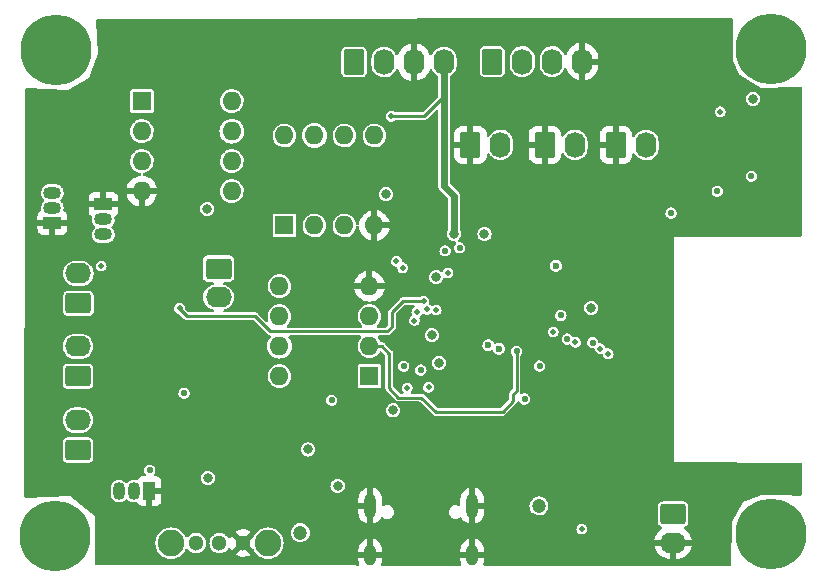
<source format=gbr>
%TF.GenerationSoftware,KiCad,Pcbnew,(6.0.0)*%
%TF.CreationDate,2023-04-24T11:59:45-05:00*%
%TF.ProjectId,SNAP_Project,534e4150-5f50-4726-9f6a-6563742e6b69,1.0*%
%TF.SameCoordinates,Original*%
%TF.FileFunction,Copper,L3,Inr*%
%TF.FilePolarity,Positive*%
%FSLAX46Y46*%
G04 Gerber Fmt 4.6, Leading zero omitted, Abs format (unit mm)*
G04 Created by KiCad (PCBNEW (6.0.0)) date 2023-04-24 11:59:45*
%MOMM*%
%LPD*%
G01*
G04 APERTURE LIST*
G04 Aperture macros list*
%AMRoundRect*
0 Rectangle with rounded corners*
0 $1 Rounding radius*
0 $2 $3 $4 $5 $6 $7 $8 $9 X,Y pos of 4 corners*
0 Add a 4 corners polygon primitive as box body*
4,1,4,$2,$3,$4,$5,$6,$7,$8,$9,$2,$3,0*
0 Add four circle primitives for the rounded corners*
1,1,$1+$1,$2,$3*
1,1,$1+$1,$4,$5*
1,1,$1+$1,$6,$7*
1,1,$1+$1,$8,$9*
0 Add four rect primitives between the rounded corners*
20,1,$1+$1,$2,$3,$4,$5,0*
20,1,$1+$1,$4,$5,$6,$7,0*
20,1,$1+$1,$6,$7,$8,$9,0*
20,1,$1+$1,$8,$9,$2,$3,0*%
G04 Aperture macros list end*
%TA.AperFunction,ComponentPad*%
%ADD10RoundRect,0.250000X-0.620000X-0.845000X0.620000X-0.845000X0.620000X0.845000X-0.620000X0.845000X0*%
%TD*%
%TA.AperFunction,ComponentPad*%
%ADD11O,1.740000X2.190000*%
%TD*%
%TA.AperFunction,ComponentPad*%
%ADD12R,1.050000X1.500000*%
%TD*%
%TA.AperFunction,ComponentPad*%
%ADD13O,1.050000X1.500000*%
%TD*%
%TA.AperFunction,ComponentPad*%
%ADD14C,6.000000*%
%TD*%
%TA.AperFunction,ComponentPad*%
%ADD15RoundRect,0.250000X0.845000X-0.620000X0.845000X0.620000X-0.845000X0.620000X-0.845000X-0.620000X0*%
%TD*%
%TA.AperFunction,ComponentPad*%
%ADD16O,2.190000X1.740000*%
%TD*%
%TA.AperFunction,ComponentPad*%
%ADD17R,1.500000X1.050000*%
%TD*%
%TA.AperFunction,ComponentPad*%
%ADD18O,1.500000X1.050000*%
%TD*%
%TA.AperFunction,ComponentPad*%
%ADD19O,1.000000X2.100000*%
%TD*%
%TA.AperFunction,ComponentPad*%
%ADD20O,1.000000X1.800000*%
%TD*%
%TA.AperFunction,ComponentPad*%
%ADD21R,1.600000X1.600000*%
%TD*%
%TA.AperFunction,ComponentPad*%
%ADD22O,1.600000X1.600000*%
%TD*%
%TA.AperFunction,ComponentPad*%
%ADD23C,1.300000*%
%TD*%
%TA.AperFunction,ComponentPad*%
%ADD24C,2.250000*%
%TD*%
%TA.AperFunction,ViaPad*%
%ADD25C,1.200000*%
%TD*%
%TA.AperFunction,ViaPad*%
%ADD26C,0.550000*%
%TD*%
%TA.AperFunction,ViaPad*%
%ADD27C,1.000000*%
%TD*%
%TA.AperFunction,ViaPad*%
%ADD28C,0.800000*%
%TD*%
%TA.AperFunction,ViaPad*%
%ADD29C,0.700000*%
%TD*%
%TA.AperFunction,ViaPad*%
%ADD30C,0.500000*%
%TD*%
%TA.AperFunction,ViaPad*%
%ADD31C,0.600000*%
%TD*%
%TA.AperFunction,Conductor*%
%ADD32C,0.250000*%
%TD*%
%TA.AperFunction,Conductor*%
%ADD33C,0.600000*%
%TD*%
G04 APERTURE END LIST*
D10*
%TO.N,I2C1_SDA*%
%TO.C,J4*%
X95140000Y-78927500D03*
D11*
%TO.N,I2C1_SCL*%
X97680000Y-78927500D03*
%TO.N,GND*%
X100220000Y-78927500D03*
%TO.N,+3V0*%
X102760000Y-78927500D03*
%TD*%
D12*
%TO.N,GND*%
%TO.C,Q3*%
X77800000Y-115257500D03*
D13*
%TO.N,FILT_PWM*%
X76530000Y-115257500D03*
%TO.N,Net-(Q3-Pad3)*%
X75260000Y-115257500D03*
%TD*%
D14*
%TO.N,N/C*%
%TO.C,H2*%
X69940000Y-77887500D03*
%TD*%
D15*
%TO.N,+BATT*%
%TO.C,BT1*%
X122160000Y-117197000D03*
D16*
%TO.N,GND*%
X122160000Y-119610000D03*
%TD*%
D17*
%TO.N,GND*%
%TO.C,Q2*%
X73920000Y-90980000D03*
D18*
%TO.N,FILT_PWM*%
X73920000Y-92250000D03*
%TO.N,Net-(Q2-Pad3)*%
X73920000Y-93520000D03*
%TD*%
D15*
%TO.N,Net-(D4-Pad1)*%
%TO.C,D4*%
X71770000Y-111777500D03*
D16*
%TO.N,4261_EN*%
X71770000Y-109237500D03*
%TD*%
D14*
%TO.N,N/C*%
%TO.C,H4*%
X69833680Y-119017500D03*
%TD*%
D19*
%TO.N,GND*%
%TO.C,J1*%
X105159273Y-116487500D03*
D20*
X96519273Y-120667500D03*
X105159273Y-120667500D03*
D19*
X96519273Y-116487500D03*
%TD*%
D15*
%TO.N,Net-(D3-Pad1)*%
%TO.C,D3*%
X71770000Y-105527500D03*
D16*
%TO.N,4273_EN*%
X71770000Y-102987500D03*
%TD*%
D14*
%TO.N,N/C*%
%TO.C,H3*%
X130468680Y-118918680D03*
%TD*%
D17*
%TO.N,GND*%
%TO.C,Q1*%
X69600000Y-92520000D03*
D18*
%TO.N,FILT_PWM*%
X69600000Y-91250000D03*
%TO.N,Net-(Q1-Pad3)*%
X69600000Y-89980000D03*
%TD*%
D10*
%TO.N,unconnected-(J3-Pad1)*%
%TO.C,J3*%
X106840000Y-78877500D03*
D11*
%TO.N,SWCLK*%
X109380000Y-78877500D03*
%TO.N,SWDIO*%
X111920000Y-78877500D03*
%TO.N,GND*%
X114460000Y-78877500D03*
%TD*%
D10*
%TO.N,GND*%
%TO.C,SW3*%
X117320000Y-85950000D03*
D11*
%TO.N,BUTT_BT*%
X119860000Y-85950000D03*
%TD*%
D14*
%TO.N,N/C*%
%TO.C,H1*%
X130461320Y-77838680D03*
%TD*%
D21*
%TO.N,unconnected-(U5-Pad1)*%
%TO.C,U5*%
X96450000Y-105507500D03*
D22*
%TO.N,Feedback_VREF*%
X96450000Y-102967500D03*
%TO.N,Net-(C27-Pad1)*%
X96450000Y-100427500D03*
%TO.N,GND*%
X96450000Y-97887500D03*
%TO.N,unconnected-(U5-Pad5)*%
X88830000Y-97887500D03*
%TO.N,Feedback_VREF*%
X88830000Y-100427500D03*
%TO.N,+5V*%
X88830000Y-102967500D03*
%TO.N,unconnected-(U5-Pad8)*%
X88830000Y-105507500D03*
%TD*%
D21*
%TO.N,unconnected-(U6-Pad1)*%
%TO.C,U6*%
X77180000Y-82230000D03*
D22*
%TO.N,Net-(R24-Pad1)*%
X77180000Y-84770000D03*
%TO.N,Net-(Q4-Pad2)*%
X77180000Y-87310000D03*
%TO.N,GND*%
X77180000Y-89850000D03*
%TO.N,unconnected-(U6-Pad5)*%
X84800000Y-89850000D03*
%TO.N,Net-(R24-Pad1)*%
X84800000Y-87310000D03*
%TO.N,+5V*%
X84800000Y-84770000D03*
%TO.N,unconnected-(U6-Pad8)*%
X84800000Y-82230000D03*
%TD*%
D10*
%TO.N,GND*%
%TO.C,SW4*%
X111300000Y-85927500D03*
D11*
%TO.N,BUTT_1*%
X113840000Y-85927500D03*
%TD*%
D21*
%TO.N,unconnected-(U7-Pad1)*%
%TO.C,U7*%
X89250000Y-92757500D03*
D22*
%TO.N,Net-(R23-Pad2)*%
X91790000Y-92757500D03*
%TO.N,Net-(R24-Pad2)*%
X94330000Y-92757500D03*
%TO.N,GND*%
X96870000Y-92757500D03*
%TO.N,unconnected-(U7-Pad5)*%
X96870000Y-85137500D03*
%TO.N,OPAMP_ADC*%
X94330000Y-85137500D03*
%TO.N,+5V*%
X91790000Y-85137500D03*
%TO.N,unconnected-(U7-Pad8)*%
X89250000Y-85137500D03*
%TD*%
D23*
%TO.N,SW_ON*%
%TO.C,SW1*%
X81750000Y-119647640D03*
%TO.N,SW_EN*%
X83750000Y-119647640D03*
%TO.N,GND*%
X85750000Y-119647640D03*
D24*
%TO.N,N/C*%
X79650000Y-119647640D03*
X87850000Y-119647640D03*
%TD*%
D15*
%TO.N,Net-(D2-Pad1)*%
%TO.C,D2*%
X71800000Y-99357500D03*
D16*
%TO.N,WP7_EN*%
X71800000Y-96817500D03*
%TD*%
D15*
%TO.N,+5V*%
%TO.C,Q4*%
X83670000Y-96414500D03*
D16*
%TO.N,Net-(Q4-Pad2)*%
X83670000Y-98827500D03*
%TD*%
D10*
%TO.N,GND*%
%TO.C,SW5*%
X105000000Y-85927500D03*
D11*
%TO.N,BUTT_2*%
X107540000Y-85927500D03*
%TD*%
D25*
%TO.N,SW_ON*%
X110800000Y-116500000D03*
X90600000Y-118757500D03*
D26*
%TO.N,GND*%
X125620000Y-90810000D03*
X86325000Y-78950000D03*
X82250000Y-82650000D03*
X97310000Y-87040000D03*
X132800000Y-93300000D03*
X121700000Y-112400000D03*
X124650000Y-113300000D03*
X103070000Y-111420000D03*
X99000000Y-91610000D03*
X104590000Y-89200000D03*
X119490000Y-81800000D03*
X121000000Y-79510000D03*
X86450000Y-86775000D03*
X78280000Y-95110000D03*
X96375000Y-96150000D03*
X121700000Y-100700000D03*
X92650000Y-114350000D03*
X121700000Y-111450000D03*
X75050000Y-120040000D03*
X122575000Y-93300000D03*
X109990000Y-104950000D03*
X118140000Y-80420000D03*
D27*
X88250000Y-111370000D03*
D26*
X129225000Y-93300000D03*
X68020000Y-96430000D03*
X102830000Y-103300000D03*
X132000000Y-115125000D03*
D28*
X105020000Y-111090000D03*
D26*
X89325000Y-87375000D03*
X129570000Y-92360000D03*
X124520000Y-89440000D03*
X88360000Y-114980000D03*
X113780000Y-105860000D03*
X122420000Y-114500000D03*
X99350000Y-120490000D03*
X117775000Y-98175000D03*
X114080000Y-81920000D03*
X126525000Y-113300000D03*
X88750000Y-78950000D03*
X123450000Y-93300000D03*
X121700000Y-108875000D03*
X102840000Y-120480000D03*
X74770000Y-112010000D03*
X111200000Y-94920000D03*
X117930000Y-95010000D03*
X114400000Y-96220000D03*
X128000000Y-115175000D03*
X93125000Y-97500000D03*
X106375000Y-100875000D03*
X121725000Y-105425000D03*
X118425000Y-88900000D03*
X80140000Y-90570000D03*
X106325000Y-96925000D03*
X119225000Y-77025000D03*
X103520000Y-102460000D03*
D29*
X80150000Y-92125000D03*
D26*
X108775000Y-99800000D03*
X108750000Y-97825000D03*
X88600084Y-80584059D03*
X127650000Y-93300000D03*
X112410000Y-82150000D03*
X124600000Y-114440000D03*
X124250000Y-93300000D03*
X120210000Y-115930000D03*
X123300000Y-90560000D03*
X105313589Y-91638589D03*
X124280000Y-118380000D03*
X112220000Y-83550000D03*
X97210000Y-89020000D03*
X131875000Y-113275000D03*
X82390000Y-89140000D03*
X83510000Y-104390000D03*
X119340000Y-103240000D03*
X105300000Y-98775000D03*
X132725000Y-86825000D03*
X121750000Y-93350000D03*
X109975000Y-100875000D03*
X121700000Y-99750000D03*
X121675000Y-101650000D03*
X90110000Y-120360000D03*
X91500000Y-89830000D03*
X128450000Y-93300000D03*
X125240000Y-117080000D03*
X117261417Y-76073976D03*
X105300000Y-99850000D03*
X123890000Y-120650000D03*
X92790000Y-103480000D03*
X121725000Y-96475000D03*
D27*
X119020000Y-113300000D03*
D26*
X131975000Y-93300000D03*
X121725000Y-94950000D03*
X114400000Y-95120000D03*
X74770000Y-109680000D03*
X86080000Y-76100000D03*
X115190000Y-98260000D03*
D27*
X114960000Y-107930000D03*
D26*
X120850000Y-96540000D03*
X117860000Y-100090000D03*
X119920000Y-96540000D03*
X106350000Y-97825000D03*
X121700000Y-103475000D03*
X121700000Y-94125000D03*
X121700000Y-109750000D03*
X92770000Y-80370000D03*
X99125000Y-111075000D03*
X132800000Y-91350000D03*
X94230000Y-120320000D03*
X124830000Y-78370000D03*
X104925000Y-107725000D03*
X109580000Y-106130000D03*
X76590000Y-76140000D03*
X114900000Y-88980000D03*
X132750000Y-85975000D03*
X121675000Y-102550000D03*
X75950000Y-117760000D03*
X125960000Y-116100000D03*
X85950000Y-80600000D03*
X130225000Y-115175000D03*
X131175000Y-115150000D03*
X92010000Y-116410000D03*
X91900000Y-99200000D03*
X92600000Y-100580000D03*
X123780000Y-76790000D03*
X121700000Y-108025000D03*
X110840000Y-107630000D03*
X72050000Y-83510000D03*
X121700000Y-98950000D03*
X120200000Y-99770000D03*
X107525000Y-99825000D03*
X120360000Y-101910000D03*
X121700000Y-110600000D03*
X74230000Y-81020000D03*
X126740000Y-92350000D03*
X109330000Y-86830000D03*
X78300000Y-78210000D03*
X88800000Y-76270000D03*
X116880000Y-92310000D03*
X120741928Y-82229369D03*
X124030000Y-80800000D03*
D30*
X118980000Y-108355000D03*
D26*
X128620000Y-85490000D03*
X121680000Y-76600000D03*
X99700000Y-97020000D03*
X113450000Y-98350000D03*
X91110000Y-105860000D03*
X122600000Y-78050000D03*
X125980000Y-79360000D03*
X129980000Y-85700000D03*
X95040000Y-113490000D03*
X132775000Y-89475000D03*
X93750000Y-100775000D03*
X127505000Y-85065000D03*
X70290000Y-87160000D03*
X82310000Y-76520000D03*
X78600000Y-105875000D03*
X132750000Y-88500000D03*
X87390000Y-99580000D03*
X131880000Y-84180000D03*
X131703551Y-82416110D03*
X123410000Y-83310000D03*
X74770000Y-110870000D03*
X125470000Y-85480000D03*
X132775000Y-90400000D03*
X97560000Y-111250000D03*
X125925000Y-93300000D03*
X125490000Y-120270000D03*
X108750000Y-98800000D03*
X95040000Y-111500000D03*
X125100000Y-93300000D03*
X99175000Y-93250000D03*
X107450000Y-96925000D03*
X132800000Y-114260000D03*
X86010000Y-83030000D03*
X130275000Y-93300000D03*
X91740000Y-79280000D03*
X126940000Y-81000000D03*
X112050000Y-117960000D03*
X86650000Y-103880000D03*
X117760000Y-96350000D03*
X121700000Y-113250000D03*
X84790000Y-91660000D03*
X68080000Y-100270000D03*
X126775000Y-93325000D03*
X132820000Y-115120000D03*
X131125000Y-93300000D03*
X107550000Y-100875000D03*
X113270000Y-92630000D03*
X124390000Y-115820000D03*
X101150000Y-120480000D03*
X105900000Y-88950000D03*
X132800000Y-92375000D03*
X86530000Y-111360000D03*
X105925000Y-107725000D03*
X91860000Y-82560000D03*
X87025000Y-81350000D03*
X123147924Y-79613819D03*
X128350000Y-113300000D03*
X121700000Y-104475000D03*
X79550000Y-83270000D03*
X127400000Y-113275000D03*
X94750000Y-97800000D03*
X113875000Y-116125000D03*
D29*
X86650000Y-92250000D03*
D26*
X77160000Y-120510000D03*
X115050000Y-92060000D03*
X79730000Y-76180000D03*
X125440000Y-76390000D03*
X99050000Y-85400000D03*
X120900000Y-97975000D03*
X68170000Y-107390000D03*
X110650000Y-112375000D03*
X90508785Y-78300753D03*
X76520000Y-80170000D03*
X116940000Y-88540000D03*
X105300000Y-100875000D03*
X120150000Y-78340000D03*
X104860000Y-83120000D03*
X84250000Y-80100000D03*
X105300000Y-97825000D03*
X108800000Y-96925000D03*
X84170000Y-115970000D03*
X106350000Y-99825000D03*
X94100000Y-87725000D03*
X121700000Y-98050000D03*
X81420000Y-79720000D03*
X123700000Y-113300000D03*
X91590000Y-97630000D03*
X122625000Y-113300000D03*
X91660000Y-102420000D03*
X93380000Y-99000000D03*
X108750000Y-100875000D03*
X121700000Y-107200000D03*
X79270000Y-96320000D03*
X130184992Y-81875500D03*
X68500000Y-83820000D03*
X82740000Y-105860000D03*
X114550000Y-100725000D03*
X132725000Y-87675000D03*
D27*
X81375000Y-104500000D03*
D26*
X129780000Y-87570000D03*
X106350000Y-98775000D03*
X130075000Y-113275000D03*
X80940000Y-84640000D03*
X73570000Y-110530000D03*
X126875000Y-115150000D03*
X105325000Y-96750000D03*
X107000000Y-91725000D03*
X116400000Y-112075000D03*
X106410000Y-83360000D03*
X68240000Y-113830000D03*
X87600000Y-113100000D03*
X114270000Y-83600000D03*
X92260000Y-120290000D03*
X120310000Y-94080000D03*
X95410000Y-91210000D03*
X121960000Y-85480000D03*
X132775000Y-113300000D03*
X81780000Y-111880000D03*
X109300000Y-83250000D03*
X107885877Y-82702232D03*
X131000000Y-113300000D03*
X90710000Y-80560000D03*
X125650000Y-113300000D03*
X89310000Y-94960000D03*
X88814144Y-82278701D03*
X129150000Y-115200000D03*
X73670000Y-112750000D03*
X121700000Y-106325000D03*
X129175000Y-113300000D03*
D27*
X111660000Y-111660000D03*
D26*
X115150000Y-93590000D03*
X120125000Y-97975000D03*
X122360000Y-86980000D03*
X85410000Y-105700000D03*
X131390000Y-85690000D03*
X107500000Y-98775000D03*
X91270000Y-114860000D03*
X94270000Y-104530000D03*
X112125000Y-88900000D03*
X69510000Y-82240000D03*
X121725000Y-95700000D03*
X88420000Y-96040000D03*
X91950000Y-76150000D03*
X107500000Y-97825000D03*
X109430000Y-89020000D03*
X131760000Y-92420000D03*
D28*
%TO.N,+3V0*%
X103600000Y-93470000D03*
D30*
X98290000Y-83510000D03*
D28*
X115220000Y-99730000D03*
D31*
X112250000Y-96170000D03*
D28*
X106186044Y-93488555D03*
X101720000Y-102050000D03*
X91260000Y-111720000D03*
X128920000Y-82040000D03*
X98450000Y-108407500D03*
X82760000Y-114140000D03*
X102330000Y-104380000D03*
X102100000Y-97120000D03*
D31*
%TO.N,NRST*%
X107400000Y-103190000D03*
D26*
X109575000Y-107450000D03*
D28*
%TO.N,SW_EN*%
X93750000Y-114807500D03*
D26*
%TO.N,BOOT0*%
X110850000Y-104657500D03*
D31*
X106513341Y-102895814D03*
D30*
%TO.N,RESET_SHT31*%
X112000000Y-101770293D03*
X126150000Y-83130000D03*
D26*
%TO.N,MT3608_EN*%
X77850000Y-113480000D03*
X113214046Y-102371868D03*
%TO.N,OPAMP_ADC*%
X112651089Y-100372905D03*
%TO.N,WP7_EN*%
X104075000Y-94650000D03*
D30*
%TO.N,4273_EN*%
X101330000Y-99870000D03*
D26*
X99350000Y-104675000D03*
X80750000Y-106957500D03*
%TO.N,4261_EN*%
X93250000Y-107557500D03*
X100800000Y-105000000D03*
D30*
X102100000Y-99907500D03*
D26*
%TO.N,RGB_RED*%
X125890000Y-89860000D03*
D30*
X116660000Y-103620000D03*
D26*
%TO.N,RGB_GREEN*%
X128780000Y-88590000D03*
X115350000Y-102670000D03*
D30*
%TO.N,USB_D-*%
X98734834Y-95792334D03*
X99650000Y-106507500D03*
%TO.N,USB_D+*%
X101450000Y-106457500D03*
X99267669Y-96341834D03*
D26*
%TO.N,SWDIO*%
X102850000Y-94907500D03*
D30*
X103096448Y-96783490D03*
%TO.N,I2C1_SCL*%
X100450000Y-100107500D03*
%TO.N,I2C1_SDA*%
X100250000Y-100807500D03*
%TO.N,Net-(Q1-Pad3)*%
X73740000Y-96180000D03*
D28*
%TO.N,Net-(Q4-Pad2)*%
X82700000Y-91357500D03*
D26*
%TO.N,RGB_BLUE*%
X121980000Y-91710000D03*
D30*
X115990000Y-103180000D03*
D26*
%TO.N,Feedback_VREF*%
X108900000Y-103410000D03*
D28*
%TO.N,Net-(R23-Pad2)*%
X97850000Y-90107500D03*
D30*
%TO.N,BAT_STAT*%
X114420000Y-118460000D03*
X113886721Y-102640962D03*
%TO.N,PWM_LEDS*%
X80370000Y-99770000D03*
X101050000Y-99160000D03*
%TD*%
D32*
%TO.N,+3V0*%
X98290000Y-83510000D02*
X101080000Y-83510000D01*
D33*
X103600000Y-90240000D02*
X102760000Y-89400000D01*
X102760000Y-81830000D02*
X102760000Y-78927500D01*
X103600000Y-93470000D02*
X103600000Y-90240000D01*
D32*
X101080000Y-83510000D02*
X102760000Y-81830000D01*
D33*
X102760000Y-89400000D02*
X102760000Y-81830000D01*
D32*
%TO.N,Feedback_VREF*%
X108900000Y-106740000D02*
X108630000Y-107010000D01*
X97497500Y-102967500D02*
X96450000Y-102967500D01*
X108630000Y-107010000D02*
X108630000Y-107620000D01*
X100850000Y-107330000D02*
X98900000Y-107330000D01*
X98130000Y-106560000D02*
X98130000Y-103600000D01*
X108630000Y-107620000D02*
X107720000Y-108530000D01*
X98900000Y-107330000D02*
X98130000Y-106560000D01*
X102050000Y-108530000D02*
X100850000Y-107330000D01*
X107720000Y-108530000D02*
X102050000Y-108530000D01*
X98130000Y-103600000D02*
X97497500Y-102967500D01*
X108900000Y-103410000D02*
X108900000Y-106740000D01*
%TO.N,PWM_LEDS*%
X88040000Y-101730000D02*
X86750000Y-100440000D01*
X80370000Y-99830000D02*
X80370000Y-99770000D01*
X98370000Y-100097800D02*
X98370000Y-101330000D01*
X101050000Y-99160000D02*
X99307800Y-99160000D01*
X97970000Y-101730000D02*
X88040000Y-101730000D01*
X80980000Y-100440000D02*
X80370000Y-99830000D01*
X99307800Y-99160000D02*
X98370000Y-100097800D01*
X98370000Y-101330000D02*
X97970000Y-101730000D01*
X86750000Y-100440000D02*
X80980000Y-100440000D01*
%TD*%
%TA.AperFunction,Conductor*%
%TO.N,GND*%
G36*
X127168361Y-75232614D02*
G01*
X127214896Y-75286233D01*
X127226316Y-75339991D01*
X127191445Y-78652753D01*
X127190000Y-78790000D01*
X127196344Y-78803125D01*
X127762022Y-79973495D01*
X127762023Y-79973496D01*
X127770000Y-79990000D01*
X127785696Y-79999466D01*
X127785697Y-79999467D01*
X129636729Y-81115811D01*
X129710000Y-81160000D01*
X132320050Y-81035363D01*
X132967884Y-81004427D01*
X133036881Y-81021157D01*
X133085881Y-81072534D01*
X133099894Y-81130287D01*
X133099733Y-86125910D01*
X133099494Y-93574004D01*
X133079490Y-93642124D01*
X133025833Y-93688615D01*
X132973494Y-93700000D01*
X122225000Y-93700000D01*
X122225000Y-112825000D01*
X132973015Y-112836937D01*
X133041111Y-112857014D01*
X133087545Y-112910721D01*
X133098873Y-112962938D01*
X133098821Y-114561736D01*
X133098791Y-115497542D01*
X133078787Y-115565662D01*
X133025130Y-115612153D01*
X132970798Y-115623522D01*
X131573717Y-115601404D01*
X129602836Y-115570203D01*
X129602835Y-115570203D01*
X129590000Y-115570000D01*
X129578128Y-115574885D01*
X129578127Y-115574885D01*
X129401530Y-115647546D01*
X128110355Y-116178800D01*
X128103440Y-116190889D01*
X128103439Y-116190889D01*
X127132647Y-117887893D01*
X127120000Y-117910000D01*
X127119872Y-117926207D01*
X127119872Y-117926208D01*
X127092207Y-121439421D01*
X127071669Y-121507382D01*
X127017649Y-121553451D01*
X126966416Y-121564429D01*
X106220832Y-121598204D01*
X106152679Y-121578313D01*
X106106099Y-121524733D01*
X106095880Y-121454475D01*
X106100525Y-121434106D01*
X106148153Y-121283962D01*
X106150703Y-121271968D01*
X106166880Y-121127739D01*
X106167273Y-121120715D01*
X106167273Y-120939615D01*
X106162798Y-120924376D01*
X106161408Y-120923171D01*
X106153725Y-120921500D01*
X104169388Y-120921500D01*
X104154149Y-120925975D01*
X104152944Y-120927365D01*
X104151273Y-120935048D01*
X104151273Y-121114157D01*
X104151574Y-121120305D01*
X104165085Y-121258103D01*
X104167468Y-121270138D01*
X104218524Y-121439243D01*
X104219065Y-121510237D01*
X104181137Y-121570254D01*
X104116783Y-121600238D01*
X104098112Y-121601661D01*
X97576365Y-121612278D01*
X97508214Y-121592388D01*
X97461634Y-121538808D01*
X97451415Y-121468550D01*
X97456060Y-121448181D01*
X97508153Y-121283962D01*
X97510703Y-121271968D01*
X97526880Y-121127739D01*
X97527273Y-121120715D01*
X97527273Y-120939615D01*
X97522798Y-120924376D01*
X97521408Y-120923171D01*
X97513725Y-120921500D01*
X95529388Y-120921500D01*
X95514149Y-120925975D01*
X95512944Y-120927365D01*
X95511273Y-120935048D01*
X95511273Y-121114157D01*
X95511574Y-121120305D01*
X95525085Y-121258103D01*
X95527467Y-121270135D01*
X95578580Y-121439424D01*
X95579121Y-121510419D01*
X95541194Y-121570436D01*
X95476840Y-121600420D01*
X95407213Y-121591173D01*
X95211980Y-121505271D01*
X95211979Y-121505271D01*
X95200000Y-121500000D01*
X73330682Y-121491212D01*
X73262570Y-121471183D01*
X73216098Y-121417508D01*
X73204735Y-121364591D01*
X73206594Y-120987775D01*
X73213203Y-119647640D01*
X78319437Y-119647640D01*
X78339651Y-119878690D01*
X78399680Y-120102719D01*
X78424437Y-120155811D01*
X78495373Y-120307934D01*
X78495376Y-120307939D01*
X78497699Y-120312921D01*
X78500855Y-120317428D01*
X78500856Y-120317430D01*
X78627391Y-120498140D01*
X78630730Y-120502909D01*
X78794731Y-120666910D01*
X78799239Y-120670067D01*
X78799242Y-120670069D01*
X78819322Y-120684129D01*
X78984718Y-120799941D01*
X78989700Y-120802264D01*
X78989705Y-120802267D01*
X79096616Y-120852120D01*
X79194921Y-120897960D01*
X79418950Y-120957989D01*
X79650000Y-120978203D01*
X79881050Y-120957989D01*
X80105079Y-120897960D01*
X80203384Y-120852120D01*
X80310295Y-120802267D01*
X80310300Y-120802264D01*
X80315282Y-120799941D01*
X80480678Y-120684129D01*
X80500758Y-120670069D01*
X80500761Y-120670067D01*
X80505269Y-120666910D01*
X80547195Y-120624984D01*
X85137016Y-120624984D01*
X85146898Y-120637474D01*
X85190279Y-120666460D01*
X85200389Y-120671950D01*
X85385318Y-120751402D01*
X85396261Y-120754957D01*
X85592567Y-120799377D01*
X85603975Y-120800879D01*
X85805096Y-120808780D01*
X85816580Y-120808178D01*
X86015774Y-120779297D01*
X86026957Y-120776612D01*
X86217547Y-120711916D01*
X86228060Y-120707235D01*
X86354766Y-120636275D01*
X86364631Y-120626197D01*
X86361675Y-120618525D01*
X85762812Y-120019662D01*
X85748868Y-120012048D01*
X85747035Y-120012179D01*
X85740420Y-120016430D01*
X85143212Y-120613638D01*
X85137016Y-120624984D01*
X80547195Y-120624984D01*
X80669270Y-120502909D01*
X80672610Y-120498140D01*
X80799144Y-120317430D01*
X80799145Y-120317428D01*
X80802301Y-120312921D01*
X80804624Y-120307939D01*
X80804627Y-120307934D01*
X80859096Y-120191124D01*
X80906013Y-120137839D01*
X80974291Y-120118378D01*
X81042251Y-120138920D01*
X81066927Y-120160063D01*
X81150850Y-120253268D01*
X81177770Y-120283166D01*
X81322407Y-120388252D01*
X81328435Y-120390936D01*
X81328437Y-120390937D01*
X81413655Y-120428878D01*
X81485733Y-120460969D01*
X81573171Y-120479555D01*
X81654152Y-120496768D01*
X81654156Y-120496768D01*
X81660609Y-120498140D01*
X81839391Y-120498140D01*
X81845844Y-120496768D01*
X81845848Y-120496768D01*
X81926829Y-120479555D01*
X82014267Y-120460969D01*
X82086345Y-120428878D01*
X82171563Y-120390937D01*
X82171565Y-120390936D01*
X82177593Y-120388252D01*
X82322230Y-120283166D01*
X82349151Y-120253268D01*
X82437440Y-120155213D01*
X82437441Y-120155212D01*
X82441859Y-120150305D01*
X82488153Y-120070122D01*
X82527946Y-120001198D01*
X82527947Y-120001197D01*
X82531250Y-119995475D01*
X82570043Y-119876084D01*
X82584457Y-119831722D01*
X82584457Y-119831720D01*
X82586497Y-119825443D01*
X82605185Y-119647640D01*
X82894815Y-119647640D01*
X82913503Y-119825443D01*
X82915543Y-119831720D01*
X82915543Y-119831722D01*
X82929957Y-119876084D01*
X82968750Y-119995475D01*
X82972053Y-120001197D01*
X82972054Y-120001198D01*
X83011847Y-120070122D01*
X83058141Y-120150305D01*
X83062559Y-120155212D01*
X83062560Y-120155213D01*
X83150850Y-120253268D01*
X83177770Y-120283166D01*
X83322407Y-120388252D01*
X83328435Y-120390936D01*
X83328437Y-120390937D01*
X83413655Y-120428878D01*
X83485733Y-120460969D01*
X83573171Y-120479555D01*
X83654152Y-120496768D01*
X83654156Y-120496768D01*
X83660609Y-120498140D01*
X83839391Y-120498140D01*
X83845844Y-120496768D01*
X83845848Y-120496768D01*
X83926829Y-120479555D01*
X84014267Y-120460969D01*
X84086345Y-120428878D01*
X84171563Y-120390937D01*
X84171565Y-120390936D01*
X84177593Y-120388252D01*
X84322230Y-120283166D01*
X84349151Y-120253268D01*
X84437440Y-120155213D01*
X84437441Y-120155212D01*
X84441859Y-120150305D01*
X84445159Y-120144589D01*
X84445162Y-120144585D01*
X84465360Y-120109600D01*
X84467343Y-120106165D01*
X84518725Y-120057172D01*
X84588439Y-120043735D01*
X84654350Y-120070122D01*
X84690888Y-120116414D01*
X84740429Y-120223878D01*
X84746178Y-120233835D01*
X84759912Y-120253268D01*
X84770501Y-120261656D01*
X84783802Y-120254628D01*
X85377978Y-119660452D01*
X85384356Y-119648772D01*
X86114408Y-119648772D01*
X86114539Y-119650605D01*
X86118790Y-119657220D01*
X86614891Y-120153321D01*
X86639991Y-120189166D01*
X86695373Y-120307934D01*
X86695376Y-120307939D01*
X86697699Y-120312921D01*
X86700855Y-120317428D01*
X86700856Y-120317430D01*
X86827391Y-120498140D01*
X86830730Y-120502909D01*
X86994731Y-120666910D01*
X86999239Y-120670067D01*
X86999242Y-120670069D01*
X87019322Y-120684129D01*
X87184718Y-120799941D01*
X87189700Y-120802264D01*
X87189705Y-120802267D01*
X87296616Y-120852120D01*
X87394921Y-120897960D01*
X87618950Y-120957989D01*
X87850000Y-120978203D01*
X88081050Y-120957989D01*
X88305079Y-120897960D01*
X88403384Y-120852120D01*
X88510295Y-120802267D01*
X88510300Y-120802264D01*
X88515282Y-120799941D01*
X88680678Y-120684129D01*
X88700758Y-120670069D01*
X88700761Y-120670067D01*
X88705269Y-120666910D01*
X88869270Y-120502909D01*
X88872610Y-120498140D01*
X88944560Y-120395385D01*
X95511273Y-120395385D01*
X95515748Y-120410624D01*
X95517138Y-120411829D01*
X95524821Y-120413500D01*
X96247158Y-120413500D01*
X96262397Y-120409025D01*
X96263602Y-120407635D01*
X96265273Y-120399952D01*
X96265273Y-120395385D01*
X96773273Y-120395385D01*
X96777748Y-120410624D01*
X96779138Y-120411829D01*
X96786821Y-120413500D01*
X97509158Y-120413500D01*
X97524397Y-120409025D01*
X97525602Y-120407635D01*
X97527273Y-120399952D01*
X97527273Y-120395385D01*
X104151273Y-120395385D01*
X104155748Y-120410624D01*
X104157138Y-120411829D01*
X104164821Y-120413500D01*
X104887158Y-120413500D01*
X104902397Y-120409025D01*
X104903602Y-120407635D01*
X104905273Y-120399952D01*
X104905273Y-120395385D01*
X105413273Y-120395385D01*
X105417748Y-120410624D01*
X105419138Y-120411829D01*
X105426821Y-120413500D01*
X106149158Y-120413500D01*
X106164397Y-120409025D01*
X106165602Y-120407635D01*
X106167273Y-120399952D01*
X106167273Y-120220843D01*
X106166972Y-120214695D01*
X106153461Y-120076897D01*
X106151078Y-120064862D01*
X106097506Y-119887424D01*
X106093861Y-119878580D01*
X120583317Y-119878580D01*
X120609252Y-120002188D01*
X120612312Y-120012384D01*
X120694284Y-120219952D01*
X120699018Y-120229489D01*
X120814796Y-120420285D01*
X120821062Y-120428878D01*
X120967333Y-120597441D01*
X120974964Y-120604861D01*
X121147542Y-120746368D01*
X121156309Y-120752393D01*
X121350262Y-120862797D01*
X121359926Y-120867262D01*
X121569711Y-120943410D01*
X121579979Y-120946181D01*
X121800766Y-120986106D01*
X121808995Y-120987039D01*
X121827874Y-120987930D01*
X121830849Y-120988000D01*
X121887885Y-120988000D01*
X121903124Y-120983525D01*
X121904329Y-120982135D01*
X121906000Y-120974452D01*
X121906000Y-120969885D01*
X122414000Y-120969885D01*
X122418475Y-120985124D01*
X122419865Y-120986329D01*
X122427548Y-120988000D01*
X122441054Y-120988000D01*
X122446363Y-120987775D01*
X122612707Y-120973661D01*
X122623179Y-120971871D01*
X122839202Y-120915802D01*
X122849242Y-120912266D01*
X123052732Y-120820601D01*
X123062018Y-120815432D01*
X123247155Y-120690790D01*
X123255441Y-120684129D01*
X123416930Y-120530076D01*
X123423979Y-120522108D01*
X123557203Y-120343048D01*
X123562802Y-120334018D01*
X123663953Y-120135069D01*
X123667956Y-120125208D01*
X123734138Y-119912071D01*
X123736420Y-119901691D01*
X123739036Y-119881957D01*
X123736840Y-119867793D01*
X123723655Y-119864000D01*
X122432115Y-119864000D01*
X122416876Y-119868475D01*
X122415671Y-119869865D01*
X122414000Y-119877548D01*
X122414000Y-120969885D01*
X121906000Y-120969885D01*
X121906000Y-119882115D01*
X121901525Y-119866876D01*
X121900135Y-119865671D01*
X121892452Y-119864000D01*
X120598373Y-119864000D01*
X120584842Y-119867973D01*
X120583317Y-119878580D01*
X106093861Y-119878580D01*
X106092832Y-119876084D01*
X106005813Y-119712423D01*
X105999024Y-119702206D01*
X105881876Y-119558567D01*
X105873232Y-119549863D01*
X105730417Y-119431716D01*
X105720246Y-119424856D01*
X105559688Y-119338043D01*
X120580964Y-119338043D01*
X120583160Y-119352207D01*
X120596345Y-119356000D01*
X123721627Y-119356000D01*
X123735158Y-119352027D01*
X123736683Y-119341420D01*
X123710748Y-119217812D01*
X123707688Y-119207616D01*
X123625716Y-119000048D01*
X123620982Y-118990511D01*
X123505204Y-118799715D01*
X123498938Y-118791122D01*
X123352667Y-118622559D01*
X123345036Y-118615139D01*
X123172458Y-118473632D01*
X123163696Y-118467611D01*
X123155345Y-118462857D01*
X123106039Y-118411774D01*
X123092178Y-118342144D01*
X123118162Y-118276073D01*
X123175931Y-118234472D01*
X123209300Y-118222754D01*
X123209301Y-118222753D01*
X123218184Y-118219634D01*
X123225754Y-118214042D01*
X123225757Y-118214041D01*
X123319579Y-118144742D01*
X123327150Y-118139150D01*
X123349709Y-118108608D01*
X123402041Y-118037757D01*
X123402042Y-118037754D01*
X123407634Y-118030184D01*
X123452519Y-117902369D01*
X123455500Y-117870834D01*
X123455500Y-116523166D01*
X123452519Y-116491631D01*
X123407634Y-116363816D01*
X123402042Y-116356246D01*
X123402041Y-116356243D01*
X123332742Y-116262421D01*
X123327150Y-116254850D01*
X123268960Y-116211870D01*
X123225757Y-116179959D01*
X123225754Y-116179958D01*
X123218184Y-116174366D01*
X123090369Y-116129481D01*
X123082723Y-116128758D01*
X123082722Y-116128758D01*
X123076752Y-116128194D01*
X123058834Y-116126500D01*
X121261166Y-116126500D01*
X121243248Y-116128194D01*
X121237278Y-116128758D01*
X121237277Y-116128758D01*
X121229631Y-116129481D01*
X121101816Y-116174366D01*
X121094246Y-116179958D01*
X121094243Y-116179959D01*
X121051040Y-116211870D01*
X120992850Y-116254850D01*
X120987258Y-116262421D01*
X120917959Y-116356243D01*
X120917958Y-116356246D01*
X120912366Y-116363816D01*
X120867481Y-116491631D01*
X120864500Y-116523166D01*
X120864500Y-117870834D01*
X120867481Y-117902369D01*
X120912366Y-118030184D01*
X120917958Y-118037754D01*
X120917959Y-118037757D01*
X120970291Y-118108608D01*
X120992850Y-118139150D01*
X121000421Y-118144742D01*
X121094243Y-118214041D01*
X121094246Y-118214042D01*
X121101816Y-118219634D01*
X121144069Y-118234472D01*
X121148087Y-118235883D01*
X121205733Y-118277326D01*
X121231821Y-118343356D01*
X121218070Y-118413008D01*
X121176706Y-118459286D01*
X121072845Y-118529210D01*
X121064559Y-118535871D01*
X120903070Y-118689924D01*
X120896021Y-118697892D01*
X120762797Y-118876952D01*
X120757198Y-118885982D01*
X120656047Y-119084931D01*
X120652044Y-119094792D01*
X120585862Y-119307929D01*
X120583580Y-119318309D01*
X120580964Y-119338043D01*
X105559688Y-119338043D01*
X105557197Y-119336696D01*
X105545892Y-119331944D01*
X105430581Y-119296250D01*
X105416478Y-119296044D01*
X105413273Y-119302799D01*
X105413273Y-120395385D01*
X104905273Y-120395385D01*
X104905273Y-119309576D01*
X104901300Y-119296045D01*
X104893505Y-119294925D01*
X104785752Y-119326638D01*
X104774384Y-119331231D01*
X104610119Y-119417107D01*
X104599858Y-119423821D01*
X104455400Y-119539968D01*
X104446641Y-119548546D01*
X104327495Y-119690539D01*
X104320565Y-119700659D01*
X104231271Y-119863085D01*
X104226439Y-119874358D01*
X104170393Y-120051038D01*
X104167843Y-120063032D01*
X104151666Y-120207261D01*
X104151273Y-120214285D01*
X104151273Y-120395385D01*
X97527273Y-120395385D01*
X97527273Y-120220843D01*
X97526972Y-120214695D01*
X97513461Y-120076897D01*
X97511078Y-120064862D01*
X97457506Y-119887424D01*
X97452832Y-119876084D01*
X97365813Y-119712423D01*
X97359024Y-119702206D01*
X97241876Y-119558567D01*
X97233232Y-119549863D01*
X97090417Y-119431716D01*
X97080246Y-119424856D01*
X96917197Y-119336696D01*
X96905892Y-119331944D01*
X96790581Y-119296250D01*
X96776478Y-119296044D01*
X96773273Y-119302799D01*
X96773273Y-120395385D01*
X96265273Y-120395385D01*
X96265273Y-119309576D01*
X96261300Y-119296045D01*
X96253505Y-119294925D01*
X96145752Y-119326638D01*
X96134384Y-119331231D01*
X95970119Y-119417107D01*
X95959858Y-119423821D01*
X95815400Y-119539968D01*
X95806641Y-119548546D01*
X95687495Y-119690539D01*
X95680565Y-119700659D01*
X95591271Y-119863085D01*
X95586439Y-119874358D01*
X95530393Y-120051038D01*
X95527843Y-120063032D01*
X95511666Y-120207261D01*
X95511273Y-120214285D01*
X95511273Y-120395385D01*
X88944560Y-120395385D01*
X88999144Y-120317430D01*
X88999145Y-120317428D01*
X89002301Y-120312921D01*
X89004624Y-120307939D01*
X89004627Y-120307934D01*
X89075563Y-120155811D01*
X89100320Y-120102719D01*
X89160349Y-119878690D01*
X89180563Y-119647640D01*
X89160349Y-119416590D01*
X89100320Y-119192561D01*
X89037340Y-119057500D01*
X89004627Y-118987346D01*
X89004624Y-118987341D01*
X89002301Y-118982359D01*
X88999144Y-118977850D01*
X88872429Y-118796882D01*
X88872427Y-118796879D01*
X88869270Y-118792371D01*
X88823152Y-118746253D01*
X89794514Y-118746253D01*
X89795201Y-118753260D01*
X89795201Y-118753263D01*
X89799638Y-118798512D01*
X89812039Y-118924986D01*
X89814262Y-118931668D01*
X89814262Y-118931669D01*
X89847508Y-119031610D01*
X89868726Y-119095396D01*
X89872373Y-119101418D01*
X89942864Y-119217812D01*
X89961759Y-119249012D01*
X89966648Y-119254075D01*
X89966649Y-119254076D01*
X89994805Y-119283232D01*
X90086514Y-119378199D01*
X90236789Y-119476536D01*
X90405116Y-119539136D01*
X90412097Y-119540067D01*
X90412099Y-119540068D01*
X90576149Y-119561957D01*
X90576153Y-119561957D01*
X90583130Y-119562888D01*
X90590142Y-119562250D01*
X90590146Y-119562250D01*
X90754960Y-119547251D01*
X90754961Y-119547251D01*
X90761981Y-119546612D01*
X90932782Y-119491115D01*
X90963714Y-119472676D01*
X91080992Y-119402765D01*
X91080994Y-119402764D01*
X91087044Y-119399157D01*
X91217099Y-119275307D01*
X91234467Y-119249167D01*
X91306952Y-119140067D01*
X91316483Y-119125722D01*
X91349665Y-119038370D01*
X91377757Y-118964419D01*
X91377758Y-118964414D01*
X91380257Y-118957836D01*
X91387081Y-118909281D01*
X91404700Y-118783916D01*
X91404700Y-118783911D01*
X91405251Y-118779993D01*
X91405565Y-118757500D01*
X91385546Y-118579028D01*
X91379427Y-118561455D01*
X91355301Y-118492177D01*
X91342160Y-118454440D01*
X113964901Y-118454440D01*
X113966065Y-118463342D01*
X113966065Y-118463345D01*
X113980468Y-118573489D01*
X113980469Y-118573493D01*
X113981633Y-118582394D01*
X113985250Y-118590614D01*
X114023799Y-118678223D01*
X114033605Y-118700510D01*
X114116639Y-118799291D01*
X114224060Y-118870796D01*
X114347233Y-118909278D01*
X114356203Y-118909442D01*
X114356207Y-118909443D01*
X114414942Y-118910519D01*
X114476255Y-118911643D01*
X114538505Y-118894671D01*
X114592092Y-118880062D01*
X114592093Y-118880062D01*
X114600755Y-118877700D01*
X114608405Y-118873003D01*
X114608407Y-118873002D01*
X114703072Y-118814878D01*
X114703075Y-118814875D01*
X114710724Y-118810179D01*
X114720196Y-118799715D01*
X114791300Y-118721161D01*
X114791303Y-118721157D01*
X114797322Y-118714507D01*
X114853588Y-118598375D01*
X114855666Y-118586027D01*
X114874190Y-118475917D01*
X114874997Y-118471120D01*
X114875133Y-118460000D01*
X114867035Y-118403451D01*
X114858112Y-118341145D01*
X114858111Y-118341142D01*
X114856839Y-118332259D01*
X114845499Y-118307317D01*
X114807145Y-118222962D01*
X114807143Y-118222959D01*
X114803428Y-118214788D01*
X114743073Y-118144742D01*
X114725051Y-118123826D01*
X114725049Y-118123824D01*
X114719193Y-118117028D01*
X114610906Y-118046841D01*
X114602311Y-118044271D01*
X114602310Y-118044270D01*
X114495874Y-118012438D01*
X114495872Y-118012438D01*
X114487273Y-118009866D01*
X114478298Y-118009811D01*
X114478297Y-118009811D01*
X114423641Y-118009477D01*
X114358231Y-118009078D01*
X114297860Y-118026332D01*
X114242786Y-118042072D01*
X114242784Y-118042073D01*
X114234155Y-118044539D01*
X114125019Y-118113399D01*
X114119076Y-118120128D01*
X114119075Y-118120129D01*
X114108963Y-118131579D01*
X114039596Y-118210122D01*
X114035782Y-118218245D01*
X114035781Y-118218247D01*
X114028164Y-118234472D01*
X113984754Y-118326932D01*
X113982197Y-118343356D01*
X113966282Y-118445567D01*
X113966282Y-118445571D01*
X113964901Y-118454440D01*
X91342160Y-118454440D01*
X91326485Y-118409427D01*
X91280477Y-118335798D01*
X91235049Y-118263099D01*
X91231316Y-118257125D01*
X91139754Y-118164922D01*
X91109733Y-118134690D01*
X91109729Y-118134687D01*
X91104770Y-118129693D01*
X91095526Y-118123826D01*
X91046860Y-118092942D01*
X90953136Y-118033463D01*
X90886868Y-118009866D01*
X90790586Y-117975581D01*
X90790581Y-117975580D01*
X90783951Y-117973219D01*
X90776965Y-117972386D01*
X90776961Y-117972385D01*
X90649177Y-117957148D01*
X90605624Y-117951955D01*
X90598621Y-117952691D01*
X90598620Y-117952691D01*
X90434025Y-117969990D01*
X90434021Y-117969991D01*
X90427017Y-117970727D01*
X90420346Y-117972998D01*
X90263677Y-118026332D01*
X90263674Y-118026333D01*
X90257007Y-118028603D01*
X90251009Y-118032293D01*
X90251007Y-118032294D01*
X90223319Y-118049328D01*
X90104045Y-118122706D01*
X90099014Y-118127632D01*
X90099011Y-118127635D01*
X90060935Y-118164922D01*
X89975732Y-118248359D01*
X89971913Y-118254284D01*
X89971912Y-118254286D01*
X89914510Y-118343356D01*
X89878446Y-118399317D01*
X89876037Y-118405937D01*
X89876035Y-118405940D01*
X89850566Y-118475917D01*
X89817022Y-118568078D01*
X89794514Y-118746253D01*
X88823152Y-118746253D01*
X88705269Y-118628370D01*
X88696971Y-118622559D01*
X88571509Y-118534710D01*
X88515282Y-118495339D01*
X88510300Y-118493016D01*
X88510295Y-118493013D01*
X88403384Y-118443160D01*
X88305079Y-118397320D01*
X88081050Y-118337291D01*
X87850000Y-118317077D01*
X87618950Y-118337291D01*
X87394921Y-118397320D01*
X87354682Y-118416084D01*
X87189706Y-118493013D01*
X87189701Y-118493016D01*
X87184719Y-118495339D01*
X87180212Y-118498495D01*
X87180210Y-118498496D01*
X86999242Y-118625211D01*
X86999239Y-118625213D01*
X86994731Y-118628370D01*
X86830730Y-118792371D01*
X86827573Y-118796879D01*
X86827571Y-118796882D01*
X86700856Y-118977850D01*
X86697699Y-118982359D01*
X86695376Y-118987341D01*
X86695373Y-118987346D01*
X86639991Y-119106114D01*
X86614891Y-119141959D01*
X86122022Y-119634828D01*
X86114408Y-119648772D01*
X85384356Y-119648772D01*
X85385592Y-119646508D01*
X85385461Y-119644675D01*
X85381210Y-119638060D01*
X84781520Y-119038370D01*
X84769140Y-119031610D01*
X84763174Y-119036076D01*
X84686382Y-119182032D01*
X84636962Y-119233005D01*
X84567830Y-119249167D01*
X84500934Y-119225388D01*
X84465755Y-119186364D01*
X84445162Y-119150696D01*
X84441859Y-119144975D01*
X84429807Y-119131590D01*
X84326645Y-119017017D01*
X84326643Y-119017016D01*
X84322230Y-119012114D01*
X84247524Y-118957836D01*
X84182935Y-118910909D01*
X84182933Y-118910908D01*
X84177593Y-118907028D01*
X84171565Y-118904344D01*
X84171563Y-118904343D01*
X84020298Y-118836996D01*
X84020297Y-118836996D01*
X84014267Y-118834311D01*
X83900735Y-118810179D01*
X83845848Y-118798512D01*
X83845844Y-118798512D01*
X83839391Y-118797140D01*
X83660609Y-118797140D01*
X83654156Y-118798512D01*
X83654152Y-118798512D01*
X83599265Y-118810179D01*
X83485733Y-118834311D01*
X83479703Y-118836996D01*
X83479702Y-118836996D01*
X83328438Y-118904343D01*
X83328436Y-118904344D01*
X83322408Y-118907028D01*
X83317067Y-118910908D01*
X83317066Y-118910909D01*
X83262073Y-118950864D01*
X83177770Y-119012114D01*
X83173357Y-119017016D01*
X83173355Y-119017017D01*
X83070193Y-119131590D01*
X83058141Y-119144975D01*
X83054838Y-119150696D01*
X82980089Y-119280166D01*
X82968750Y-119299805D01*
X82950491Y-119356000D01*
X82928455Y-119423821D01*
X82913503Y-119469837D01*
X82912813Y-119476400D01*
X82912813Y-119476401D01*
X82905366Y-119547251D01*
X82894815Y-119647640D01*
X82605185Y-119647640D01*
X82594634Y-119547251D01*
X82587187Y-119476401D01*
X82587187Y-119476400D01*
X82586497Y-119469837D01*
X82571546Y-119423821D01*
X82549509Y-119356000D01*
X82531250Y-119299805D01*
X82519912Y-119280166D01*
X82445162Y-119150696D01*
X82441859Y-119144975D01*
X82429807Y-119131590D01*
X82326645Y-119017017D01*
X82326643Y-119017016D01*
X82322230Y-119012114D01*
X82247524Y-118957836D01*
X82182935Y-118910909D01*
X82182933Y-118910908D01*
X82177593Y-118907028D01*
X82171565Y-118904344D01*
X82171563Y-118904343D01*
X82020298Y-118836996D01*
X82020297Y-118836996D01*
X82014267Y-118834311D01*
X81900735Y-118810179D01*
X81845848Y-118798512D01*
X81845844Y-118798512D01*
X81839391Y-118797140D01*
X81660609Y-118797140D01*
X81654156Y-118798512D01*
X81654152Y-118798512D01*
X81599265Y-118810179D01*
X81485733Y-118834311D01*
X81479703Y-118836996D01*
X81479702Y-118836996D01*
X81328438Y-118904343D01*
X81328436Y-118904344D01*
X81322408Y-118907028D01*
X81317067Y-118910908D01*
X81317066Y-118910909D01*
X81262073Y-118950864D01*
X81177770Y-119012114D01*
X81173357Y-119017016D01*
X81173355Y-119017017D01*
X81066927Y-119135217D01*
X81006481Y-119172456D01*
X80935497Y-119171104D01*
X80876513Y-119131590D01*
X80859096Y-119104156D01*
X80804627Y-118987346D01*
X80804624Y-118987341D01*
X80802301Y-118982359D01*
X80799144Y-118977850D01*
X80672429Y-118796882D01*
X80672427Y-118796879D01*
X80669270Y-118792371D01*
X80546735Y-118669836D01*
X85136307Y-118669836D01*
X85139793Y-118678223D01*
X85737188Y-119275618D01*
X85751132Y-119283232D01*
X85752965Y-119283101D01*
X85759580Y-119278850D01*
X86356533Y-118681897D01*
X86363293Y-118669517D01*
X86357263Y-118661462D01*
X86282857Y-118614515D01*
X86272609Y-118609294D01*
X86085663Y-118534710D01*
X86074635Y-118531443D01*
X85877230Y-118492177D01*
X85865784Y-118490974D01*
X85664537Y-118488340D01*
X85653057Y-118489243D01*
X85454701Y-118523327D01*
X85443581Y-118526307D01*
X85254748Y-118595971D01*
X85244370Y-118600921D01*
X85145906Y-118659501D01*
X85136307Y-118669836D01*
X80546735Y-118669836D01*
X80505269Y-118628370D01*
X80496971Y-118622559D01*
X80371509Y-118534710D01*
X80315282Y-118495339D01*
X80310300Y-118493016D01*
X80310295Y-118493013D01*
X80203384Y-118443160D01*
X80105079Y-118397320D01*
X79881050Y-118337291D01*
X79650000Y-118317077D01*
X79418950Y-118337291D01*
X79194921Y-118397320D01*
X79154682Y-118416084D01*
X78989706Y-118493013D01*
X78989701Y-118493016D01*
X78984719Y-118495339D01*
X78980212Y-118498495D01*
X78980210Y-118498496D01*
X78799242Y-118625211D01*
X78799239Y-118625213D01*
X78794731Y-118628370D01*
X78630730Y-118792371D01*
X78627573Y-118796879D01*
X78627571Y-118796882D01*
X78500856Y-118977850D01*
X78497699Y-118982359D01*
X78495376Y-118987341D01*
X78495373Y-118987346D01*
X78462660Y-119057500D01*
X78399680Y-119192561D01*
X78339651Y-119416590D01*
X78319437Y-119647640D01*
X73213203Y-119647640D01*
X73214315Y-119422067D01*
X73224257Y-117406162D01*
X73224257Y-117406161D01*
X73224346Y-117388045D01*
X73216675Y-117381719D01*
X73216673Y-117381717D01*
X72855837Y-117084157D01*
X95511273Y-117084157D01*
X95511574Y-117090305D01*
X95525085Y-117228103D01*
X95527468Y-117240138D01*
X95581040Y-117417576D01*
X95585714Y-117428916D01*
X95672733Y-117592577D01*
X95679522Y-117602794D01*
X95796670Y-117746433D01*
X95805314Y-117755137D01*
X95948129Y-117873284D01*
X95958300Y-117880144D01*
X96121349Y-117968304D01*
X96132654Y-117973056D01*
X96247965Y-118008750D01*
X96262068Y-118008956D01*
X96265273Y-118002201D01*
X96265273Y-117995424D01*
X96773273Y-117995424D01*
X96777246Y-118008955D01*
X96785041Y-118010075D01*
X96892794Y-117978362D01*
X96904162Y-117973769D01*
X97068427Y-117887893D01*
X97078688Y-117881179D01*
X97223146Y-117765032D01*
X97231905Y-117756454D01*
X97351051Y-117614461D01*
X97357975Y-117604348D01*
X97409138Y-117511284D01*
X97459484Y-117461225D01*
X97528901Y-117446332D01*
X97596255Y-117472021D01*
X97659040Y-117520198D01*
X97799037Y-117578187D01*
X97911553Y-117593000D01*
X97986993Y-117593000D01*
X98099509Y-117578187D01*
X98239506Y-117520198D01*
X98359724Y-117427951D01*
X98451971Y-117307733D01*
X98509960Y-117167736D01*
X98529739Y-117017500D01*
X103148807Y-117017500D01*
X103168586Y-117167736D01*
X103226575Y-117307733D01*
X103318822Y-117427951D01*
X103439040Y-117520198D01*
X103579037Y-117578187D01*
X103691553Y-117593000D01*
X103766993Y-117593000D01*
X103879509Y-117578187D01*
X104019506Y-117520198D01*
X104082351Y-117471975D01*
X104148571Y-117446374D01*
X104218120Y-117460639D01*
X104270307Y-117512784D01*
X104312733Y-117592577D01*
X104319522Y-117602794D01*
X104436670Y-117746433D01*
X104445314Y-117755137D01*
X104588129Y-117873284D01*
X104598300Y-117880144D01*
X104761349Y-117968304D01*
X104772654Y-117973056D01*
X104887965Y-118008750D01*
X104902068Y-118008956D01*
X104905273Y-118002201D01*
X104905273Y-117995424D01*
X105413273Y-117995424D01*
X105417246Y-118008955D01*
X105425041Y-118010075D01*
X105532794Y-117978362D01*
X105544162Y-117973769D01*
X105708427Y-117887893D01*
X105718688Y-117881179D01*
X105863146Y-117765032D01*
X105871905Y-117756454D01*
X105991051Y-117614461D01*
X105997981Y-117604341D01*
X106087275Y-117441915D01*
X106092107Y-117430642D01*
X106148153Y-117253962D01*
X106150703Y-117241968D01*
X106166880Y-117097739D01*
X106167273Y-117090715D01*
X106167273Y-116759615D01*
X106162798Y-116744376D01*
X106161408Y-116743171D01*
X106153725Y-116741500D01*
X105431388Y-116741500D01*
X105416149Y-116745975D01*
X105414944Y-116747365D01*
X105413273Y-116755048D01*
X105413273Y-117995424D01*
X104905273Y-117995424D01*
X104905273Y-116488753D01*
X109994514Y-116488753D01*
X109995201Y-116495760D01*
X109995201Y-116495763D01*
X109997434Y-116518532D01*
X110012039Y-116667486D01*
X110014262Y-116674168D01*
X110014262Y-116674169D01*
X110041167Y-116755048D01*
X110068726Y-116837896D01*
X110161759Y-116991512D01*
X110166648Y-116996575D01*
X110166649Y-116996576D01*
X110243713Y-117076378D01*
X110286514Y-117120699D01*
X110436789Y-117219036D01*
X110605116Y-117281636D01*
X110612097Y-117282567D01*
X110612099Y-117282568D01*
X110776149Y-117304457D01*
X110776153Y-117304457D01*
X110783130Y-117305388D01*
X110790142Y-117304750D01*
X110790146Y-117304750D01*
X110954960Y-117289751D01*
X110954961Y-117289751D01*
X110961981Y-117289112D01*
X111132782Y-117233615D01*
X111243296Y-117167736D01*
X111280992Y-117145265D01*
X111280994Y-117145264D01*
X111287044Y-117141657D01*
X111417099Y-117017807D01*
X111434570Y-116991512D01*
X111512582Y-116874093D01*
X111516483Y-116868222D01*
X111559474Y-116755048D01*
X111577757Y-116706919D01*
X111577758Y-116706914D01*
X111580257Y-116700336D01*
X111605251Y-116522493D01*
X111605411Y-116511025D01*
X111605510Y-116503963D01*
X111605510Y-116503958D01*
X111605565Y-116500000D01*
X111585546Y-116321528D01*
X111579427Y-116303955D01*
X111546927Y-116210630D01*
X111526485Y-116151927D01*
X111514050Y-116132026D01*
X111435049Y-116005599D01*
X111431316Y-115999625D01*
X111363201Y-115931033D01*
X111309733Y-115877190D01*
X111309729Y-115877187D01*
X111304770Y-115872193D01*
X111293761Y-115865206D01*
X111195238Y-115802682D01*
X111153136Y-115775963D01*
X111123352Y-115765357D01*
X110990586Y-115718081D01*
X110990581Y-115718080D01*
X110983951Y-115715719D01*
X110976965Y-115714886D01*
X110976961Y-115714885D01*
X110849177Y-115699648D01*
X110805624Y-115694455D01*
X110798621Y-115695191D01*
X110798620Y-115695191D01*
X110634025Y-115712490D01*
X110634021Y-115712491D01*
X110627017Y-115713227D01*
X110620346Y-115715498D01*
X110463677Y-115768832D01*
X110463674Y-115768833D01*
X110457007Y-115771103D01*
X110451009Y-115774793D01*
X110451007Y-115774794D01*
X110390473Y-115812035D01*
X110304045Y-115865206D01*
X110299014Y-115870132D01*
X110299011Y-115870135D01*
X110284562Y-115884285D01*
X110175732Y-115990859D01*
X110171913Y-115996784D01*
X110171912Y-115996786D01*
X110088317Y-116126500D01*
X110078446Y-116141817D01*
X110076037Y-116148437D01*
X110076035Y-116148440D01*
X110051669Y-116215385D01*
X110017022Y-116310578D01*
X109994514Y-116488753D01*
X104905273Y-116488753D01*
X104905273Y-116215385D01*
X105413273Y-116215385D01*
X105417748Y-116230624D01*
X105419138Y-116231829D01*
X105426821Y-116233500D01*
X106149158Y-116233500D01*
X106164397Y-116229025D01*
X106165602Y-116227635D01*
X106167273Y-116219952D01*
X106167273Y-115890843D01*
X106166972Y-115884695D01*
X106153461Y-115746897D01*
X106151078Y-115734862D01*
X106097506Y-115557424D01*
X106092832Y-115546084D01*
X106005813Y-115382423D01*
X105999024Y-115372206D01*
X105881876Y-115228567D01*
X105873232Y-115219863D01*
X105730417Y-115101716D01*
X105720246Y-115094856D01*
X105557197Y-115006696D01*
X105545892Y-115001944D01*
X105430581Y-114966250D01*
X105416478Y-114966044D01*
X105413273Y-114972799D01*
X105413273Y-116215385D01*
X104905273Y-116215385D01*
X104905273Y-114979576D01*
X104901300Y-114966045D01*
X104893505Y-114964925D01*
X104785752Y-114996638D01*
X104774384Y-115001231D01*
X104610119Y-115087107D01*
X104599858Y-115093821D01*
X104455400Y-115209968D01*
X104446641Y-115218546D01*
X104327495Y-115360539D01*
X104320565Y-115370659D01*
X104231271Y-115533085D01*
X104226439Y-115544358D01*
X104170393Y-115721038D01*
X104167843Y-115733032D01*
X104151666Y-115877261D01*
X104151273Y-115884285D01*
X104151273Y-116380809D01*
X104131271Y-116448930D01*
X104077615Y-116495423D01*
X104007341Y-116505527D01*
X103977055Y-116497218D01*
X103887138Y-116459973D01*
X103879509Y-116456813D01*
X103766993Y-116442000D01*
X103691553Y-116442000D01*
X103579037Y-116456813D01*
X103439040Y-116514802D01*
X103318822Y-116607049D01*
X103226575Y-116727267D01*
X103168586Y-116867264D01*
X103167508Y-116875452D01*
X103160647Y-116927564D01*
X103148807Y-117017500D01*
X98529739Y-117017500D01*
X98517899Y-116927564D01*
X98511038Y-116875452D01*
X98509960Y-116867264D01*
X98451971Y-116727267D01*
X98359724Y-116607049D01*
X98239506Y-116514802D01*
X98099509Y-116456813D01*
X97986993Y-116442000D01*
X97911553Y-116442000D01*
X97799037Y-116456813D01*
X97791408Y-116459973D01*
X97701491Y-116497218D01*
X97630901Y-116504807D01*
X97567414Y-116473028D01*
X97531187Y-116411970D01*
X97527273Y-116380809D01*
X97527273Y-115890843D01*
X97526972Y-115884695D01*
X97513461Y-115746897D01*
X97511078Y-115734862D01*
X97457506Y-115557424D01*
X97452832Y-115546084D01*
X97365813Y-115382423D01*
X97359024Y-115372206D01*
X97241876Y-115228567D01*
X97233232Y-115219863D01*
X97090417Y-115101716D01*
X97080246Y-115094856D01*
X96917197Y-115006696D01*
X96905892Y-115001944D01*
X96790581Y-114966250D01*
X96776478Y-114966044D01*
X96773273Y-114972799D01*
X96773273Y-117995424D01*
X96265273Y-117995424D01*
X96265273Y-116759615D01*
X96260798Y-116744376D01*
X96259408Y-116743171D01*
X96251725Y-116741500D01*
X95529388Y-116741500D01*
X95514149Y-116745975D01*
X95512944Y-116747365D01*
X95511273Y-116755048D01*
X95511273Y-117084157D01*
X72855837Y-117084157D01*
X71113731Y-115647546D01*
X71099754Y-115636020D01*
X69178436Y-115721038D01*
X67339778Y-115802398D01*
X67270840Y-115785427D01*
X67222020Y-115733879D01*
X67208208Y-115676215D01*
X67208575Y-115524863D01*
X74534500Y-115524863D01*
X74539786Y-115570203D01*
X74547460Y-115636020D01*
X74549152Y-115650537D01*
X74551648Y-115657414D01*
X74551649Y-115657417D01*
X74580577Y-115737111D01*
X74606875Y-115809561D01*
X74699633Y-115951040D01*
X74822450Y-116067385D01*
X74968738Y-116152356D01*
X74975740Y-116154477D01*
X74975743Y-116154478D01*
X75031110Y-116171247D01*
X75130650Y-116201395D01*
X75137959Y-116201848D01*
X75137962Y-116201849D01*
X75209338Y-116206277D01*
X75299501Y-116211870D01*
X75306717Y-116210630D01*
X75306719Y-116210630D01*
X75459017Y-116184460D01*
X75466233Y-116183220D01*
X75621902Y-116116982D01*
X75668277Y-116082854D01*
X75752264Y-116021047D01*
X75752267Y-116021045D01*
X75758158Y-116016709D01*
X75762893Y-116011136D01*
X75762899Y-116011130D01*
X75797254Y-115970691D01*
X75856603Y-115931726D01*
X75927596Y-115931033D01*
X75979931Y-115960797D01*
X76087129Y-116062346D01*
X76087137Y-116062352D01*
X76092450Y-116067385D01*
X76238738Y-116152356D01*
X76245740Y-116154477D01*
X76245743Y-116154478D01*
X76301110Y-116171247D01*
X76400650Y-116201395D01*
X76407959Y-116201848D01*
X76407962Y-116201849D01*
X76479338Y-116206277D01*
X76569501Y-116211870D01*
X76576717Y-116210630D01*
X76576719Y-116210630D01*
X76694478Y-116190395D01*
X76765002Y-116198572D01*
X76819910Y-116243579D01*
X76826336Y-116254067D01*
X76830210Y-116261144D01*
X76906715Y-116363224D01*
X76919276Y-116375785D01*
X77021351Y-116452286D01*
X77036946Y-116460824D01*
X77157394Y-116505978D01*
X77172649Y-116509605D01*
X77223514Y-116515131D01*
X77230328Y-116515500D01*
X77527885Y-116515500D01*
X77543124Y-116511025D01*
X77544329Y-116509635D01*
X77546000Y-116501952D01*
X77546000Y-116497384D01*
X78054000Y-116497384D01*
X78058475Y-116512623D01*
X78059865Y-116513828D01*
X78067548Y-116515499D01*
X78369669Y-116515499D01*
X78376490Y-116515129D01*
X78427352Y-116509605D01*
X78442604Y-116505979D01*
X78563054Y-116460824D01*
X78578649Y-116452286D01*
X78680724Y-116375785D01*
X78693285Y-116363224D01*
X78769786Y-116261149D01*
X78778324Y-116245554D01*
X78789634Y-116215385D01*
X95511273Y-116215385D01*
X95515748Y-116230624D01*
X95517138Y-116231829D01*
X95524821Y-116233500D01*
X96247158Y-116233500D01*
X96262397Y-116229025D01*
X96263602Y-116227635D01*
X96265273Y-116219952D01*
X96265273Y-114979576D01*
X96261300Y-114966045D01*
X96253505Y-114964925D01*
X96145752Y-114996638D01*
X96134384Y-115001231D01*
X95970119Y-115087107D01*
X95959858Y-115093821D01*
X95815400Y-115209968D01*
X95806641Y-115218546D01*
X95687495Y-115360539D01*
X95680565Y-115370659D01*
X95591271Y-115533085D01*
X95586439Y-115544358D01*
X95530393Y-115721038D01*
X95527843Y-115733032D01*
X95511666Y-115877261D01*
X95511273Y-115884285D01*
X95511273Y-116215385D01*
X78789634Y-116215385D01*
X78823478Y-116125106D01*
X78827105Y-116109851D01*
X78832631Y-116058986D01*
X78833000Y-116052172D01*
X78833000Y-115529615D01*
X78828525Y-115514376D01*
X78827135Y-115513171D01*
X78819452Y-115511500D01*
X78072115Y-115511500D01*
X78056876Y-115515975D01*
X78055671Y-115517365D01*
X78054000Y-115525048D01*
X78054000Y-116497384D01*
X77546000Y-116497384D01*
X77546000Y-115129500D01*
X77566002Y-115061379D01*
X77619658Y-115014886D01*
X77672000Y-115003500D01*
X78814884Y-115003500D01*
X78830123Y-114999025D01*
X78831328Y-114997635D01*
X78832999Y-114989952D01*
X78832999Y-114807500D01*
X93144318Y-114807500D01*
X93164956Y-114964262D01*
X93225464Y-115110341D01*
X93321718Y-115235782D01*
X93447159Y-115332036D01*
X93593238Y-115392544D01*
X93750000Y-115413182D01*
X93758188Y-115412104D01*
X93898574Y-115393622D01*
X93906762Y-115392544D01*
X94052841Y-115332036D01*
X94178282Y-115235782D01*
X94274536Y-115110341D01*
X94335044Y-114964262D01*
X94355682Y-114807500D01*
X94344827Y-114725044D01*
X94336122Y-114658926D01*
X94335044Y-114650738D01*
X94274536Y-114504659D01*
X94190510Y-114395154D01*
X94183305Y-114385764D01*
X94178282Y-114379218D01*
X94052841Y-114282964D01*
X93906762Y-114222456D01*
X93750000Y-114201818D01*
X93593238Y-114222456D01*
X93447159Y-114282964D01*
X93321718Y-114379218D01*
X93316695Y-114385764D01*
X93309490Y-114395154D01*
X93225464Y-114504659D01*
X93164956Y-114650738D01*
X93163878Y-114658926D01*
X93155173Y-114725044D01*
X93144318Y-114807500D01*
X78832999Y-114807500D01*
X78832999Y-114462831D01*
X78832629Y-114456010D01*
X78827105Y-114405148D01*
X78823479Y-114389896D01*
X78778324Y-114269446D01*
X78769786Y-114253851D01*
X78693285Y-114151776D01*
X78681509Y-114140000D01*
X82154318Y-114140000D01*
X82155396Y-114148188D01*
X82165590Y-114225616D01*
X82174956Y-114296762D01*
X82235464Y-114442841D01*
X82331718Y-114568282D01*
X82457159Y-114664536D01*
X82603238Y-114725044D01*
X82760000Y-114745682D01*
X82768188Y-114744604D01*
X82908574Y-114726122D01*
X82916762Y-114725044D01*
X83062841Y-114664536D01*
X83188282Y-114568282D01*
X83284536Y-114442841D01*
X83345044Y-114296762D01*
X83354411Y-114225616D01*
X83364604Y-114148188D01*
X83365682Y-114140000D01*
X83345044Y-113983238D01*
X83284536Y-113837159D01*
X83188282Y-113711718D01*
X83062841Y-113615464D01*
X82916762Y-113554956D01*
X82760000Y-113534318D01*
X82603238Y-113554956D01*
X82457159Y-113615464D01*
X82331718Y-113711718D01*
X82235464Y-113837159D01*
X82174956Y-113983238D01*
X82154318Y-114140000D01*
X78681509Y-114140000D01*
X78680724Y-114139215D01*
X78578649Y-114062714D01*
X78563054Y-114054176D01*
X78442606Y-114009022D01*
X78427351Y-114005395D01*
X78376486Y-113999869D01*
X78369672Y-113999500D01*
X78305186Y-113999500D01*
X78237065Y-113979498D01*
X78190572Y-113925842D01*
X78180468Y-113855568D01*
X78211769Y-113788947D01*
X78248261Y-113748631D01*
X78255420Y-113733856D01*
X78303734Y-113634135D01*
X78303734Y-113634134D01*
X78307649Y-113626054D01*
X78330247Y-113491737D01*
X78330390Y-113480000D01*
X78311081Y-113345171D01*
X78254706Y-113221180D01*
X78165796Y-113117996D01*
X78152494Y-113109374D01*
X78059032Y-113048794D01*
X78059030Y-113048793D01*
X78051501Y-113043913D01*
X78042904Y-113041342D01*
X78042902Y-113041341D01*
X77965973Y-113018335D01*
X77921006Y-113004887D01*
X77912030Y-113004832D01*
X77912029Y-113004832D01*
X77855036Y-113004484D01*
X77784804Y-113004055D01*
X77776172Y-113006522D01*
X77662473Y-113039017D01*
X77662471Y-113039018D01*
X77653842Y-113041484D01*
X77538650Y-113114165D01*
X77448487Y-113216255D01*
X77390601Y-113339548D01*
X77369646Y-113474131D01*
X77370810Y-113483033D01*
X77370810Y-113483036D01*
X77371948Y-113491737D01*
X77387306Y-113609186D01*
X77442162Y-113733856D01*
X77447939Y-113740729D01*
X77447940Y-113740730D01*
X77491395Y-113792426D01*
X77519916Y-113857442D01*
X77508760Y-113927556D01*
X77461468Y-113980509D01*
X77394944Y-113999501D01*
X77230331Y-113999501D01*
X77223510Y-113999871D01*
X77172648Y-114005395D01*
X77157396Y-114009021D01*
X77036946Y-114054176D01*
X77021351Y-114062714D01*
X76919276Y-114139215D01*
X76906715Y-114151776D01*
X76830210Y-114253857D01*
X76826978Y-114259760D01*
X76776720Y-114309906D01*
X76707328Y-114324919D01*
X76679939Y-114319841D01*
X76659350Y-114313605D01*
X76652041Y-114313152D01*
X76652038Y-114313151D01*
X76580662Y-114308723D01*
X76490499Y-114303130D01*
X76483283Y-114304370D01*
X76483281Y-114304370D01*
X76363695Y-114324919D01*
X76323767Y-114331780D01*
X76168098Y-114398018D01*
X76121723Y-114432146D01*
X76037736Y-114493953D01*
X76037733Y-114493955D01*
X76031842Y-114498291D01*
X76027107Y-114503864D01*
X76027101Y-114503870D01*
X75992746Y-114544309D01*
X75933397Y-114583274D01*
X75862404Y-114583967D01*
X75810069Y-114554203D01*
X75702871Y-114452654D01*
X75702863Y-114452648D01*
X75697550Y-114447615D01*
X75551262Y-114362644D01*
X75544260Y-114360523D01*
X75544257Y-114360522D01*
X75449358Y-114331780D01*
X75389350Y-114313605D01*
X75382041Y-114313152D01*
X75382038Y-114313151D01*
X75310662Y-114308723D01*
X75220499Y-114303130D01*
X75213283Y-114304370D01*
X75213281Y-114304370D01*
X75093695Y-114324919D01*
X75053767Y-114331780D01*
X74898098Y-114398018D01*
X74851723Y-114432146D01*
X74767736Y-114493953D01*
X74767733Y-114493955D01*
X74761842Y-114498291D01*
X74652308Y-114627220D01*
X74575373Y-114777889D01*
X74573633Y-114784998D01*
X74573632Y-114785002D01*
X74554188Y-114864463D01*
X74535162Y-114942217D01*
X74534500Y-114952888D01*
X74534500Y-115524863D01*
X67208575Y-115524863D01*
X67216035Y-112451334D01*
X70474500Y-112451334D01*
X70477481Y-112482869D01*
X70522366Y-112610684D01*
X70527958Y-112618254D01*
X70527959Y-112618257D01*
X70590335Y-112702706D01*
X70602850Y-112719650D01*
X70610421Y-112725242D01*
X70704243Y-112794541D01*
X70704246Y-112794542D01*
X70711816Y-112800134D01*
X70839631Y-112845019D01*
X70847277Y-112845742D01*
X70847278Y-112845742D01*
X70853248Y-112846306D01*
X70871166Y-112848000D01*
X72668834Y-112848000D01*
X72686752Y-112846306D01*
X72692722Y-112845742D01*
X72692723Y-112845742D01*
X72700369Y-112845019D01*
X72828184Y-112800134D01*
X72835754Y-112794542D01*
X72835757Y-112794541D01*
X72929579Y-112725242D01*
X72937150Y-112719650D01*
X72949665Y-112702706D01*
X73012041Y-112618257D01*
X73012042Y-112618254D01*
X73017634Y-112610684D01*
X73062519Y-112482869D01*
X73065500Y-112451334D01*
X73065500Y-111720000D01*
X90654318Y-111720000D01*
X90674956Y-111876762D01*
X90735464Y-112022841D01*
X90831718Y-112148282D01*
X90957159Y-112244536D01*
X91103238Y-112305044D01*
X91260000Y-112325682D01*
X91268188Y-112324604D01*
X91408574Y-112306122D01*
X91416762Y-112305044D01*
X91562841Y-112244536D01*
X91688282Y-112148282D01*
X91784536Y-112022841D01*
X91845044Y-111876762D01*
X91865682Y-111720000D01*
X91845044Y-111563238D01*
X91784536Y-111417159D01*
X91688282Y-111291718D01*
X91562841Y-111195464D01*
X91416762Y-111134956D01*
X91260000Y-111114318D01*
X91103238Y-111134956D01*
X90957159Y-111195464D01*
X90831718Y-111291718D01*
X90735464Y-111417159D01*
X90674956Y-111563238D01*
X90654318Y-111720000D01*
X73065500Y-111720000D01*
X73065500Y-111103666D01*
X73062519Y-111072131D01*
X73017634Y-110944316D01*
X73012042Y-110936746D01*
X73012041Y-110936743D01*
X72942742Y-110842921D01*
X72937150Y-110835350D01*
X72920206Y-110822835D01*
X72835757Y-110760459D01*
X72835754Y-110760458D01*
X72828184Y-110754866D01*
X72700369Y-110709981D01*
X72692723Y-110709258D01*
X72692722Y-110709258D01*
X72686752Y-110708694D01*
X72668834Y-110707000D01*
X70871166Y-110707000D01*
X70853248Y-110708694D01*
X70847278Y-110709258D01*
X70847277Y-110709258D01*
X70839631Y-110709981D01*
X70711816Y-110754866D01*
X70704246Y-110760458D01*
X70704243Y-110760459D01*
X70619794Y-110822835D01*
X70602850Y-110835350D01*
X70597258Y-110842921D01*
X70527959Y-110936743D01*
X70527958Y-110936746D01*
X70522366Y-110944316D01*
X70477481Y-111072131D01*
X70474500Y-111103666D01*
X70474500Y-112451334D01*
X67216035Y-112451334D01*
X67223854Y-109229990D01*
X70469346Y-109229990D01*
X70488373Y-109439062D01*
X70547647Y-109640457D01*
X70644909Y-109826503D01*
X70776456Y-109990114D01*
X70937276Y-110125058D01*
X70942668Y-110128022D01*
X70942672Y-110128025D01*
X70957821Y-110136353D01*
X71121245Y-110226196D01*
X71321354Y-110289674D01*
X71327471Y-110290360D01*
X71327475Y-110290361D01*
X71405392Y-110299100D01*
X71484736Y-110308000D01*
X72047830Y-110308000D01*
X72203934Y-110292694D01*
X72404910Y-110232016D01*
X72421436Y-110223229D01*
X72584826Y-110136353D01*
X72584828Y-110136351D01*
X72590272Y-110133457D01*
X72650308Y-110084493D01*
X72748186Y-110004666D01*
X72748189Y-110004663D01*
X72752961Y-110000771D01*
X72756890Y-109996022D01*
X72882850Y-109843763D01*
X72882852Y-109843759D01*
X72886779Y-109839013D01*
X72986630Y-109654343D01*
X73048710Y-109453795D01*
X73050259Y-109439062D01*
X73070010Y-109251138D01*
X73070010Y-109251137D01*
X73070654Y-109245010D01*
X73051627Y-109035938D01*
X73044613Y-109012104D01*
X72999629Y-108859264D01*
X72992353Y-108834543D01*
X72895091Y-108648497D01*
X72763544Y-108484886D01*
X72671319Y-108407500D01*
X97844318Y-108407500D01*
X97864956Y-108564262D01*
X97925464Y-108710341D01*
X97955981Y-108750111D01*
X98012087Y-108823230D01*
X98021718Y-108835782D01*
X98147159Y-108932036D01*
X98293238Y-108992544D01*
X98450000Y-109013182D01*
X98458188Y-109012104D01*
X98598574Y-108993622D01*
X98606762Y-108992544D01*
X98752841Y-108932036D01*
X98878282Y-108835782D01*
X98887914Y-108823230D01*
X98944019Y-108750111D01*
X98974536Y-108710341D01*
X99035044Y-108564262D01*
X99055682Y-108407500D01*
X99035044Y-108250738D01*
X99031095Y-108241203D01*
X99027468Y-108232447D01*
X98974536Y-108104659D01*
X98894798Y-108000742D01*
X98883305Y-107985764D01*
X98878282Y-107979218D01*
X98752841Y-107882964D01*
X98750369Y-107881940D01*
X98703159Y-107832430D01*
X98699018Y-107810948D01*
X98683786Y-107821794D01*
X98611406Y-107824380D01*
X98606762Y-107822456D01*
X98598572Y-107821378D01*
X98598569Y-107821377D01*
X98458188Y-107802896D01*
X98450000Y-107801818D01*
X98293238Y-107822456D01*
X98147159Y-107882964D01*
X98021718Y-107979218D01*
X98016695Y-107985764D01*
X98005202Y-108000742D01*
X97925464Y-108104659D01*
X97872532Y-108232447D01*
X97868906Y-108241203D01*
X97864956Y-108250738D01*
X97844318Y-108407500D01*
X72671319Y-108407500D01*
X72602724Y-108349942D01*
X72597332Y-108346978D01*
X72597328Y-108346975D01*
X72424152Y-108251771D01*
X72418755Y-108248804D01*
X72218646Y-108185326D01*
X72212529Y-108184640D01*
X72212525Y-108184639D01*
X72134608Y-108175900D01*
X72055264Y-108167000D01*
X71492170Y-108167000D01*
X71336066Y-108182306D01*
X71135090Y-108242984D01*
X71129649Y-108245877D01*
X70955174Y-108338647D01*
X70955172Y-108338649D01*
X70949728Y-108341543D01*
X70944949Y-108345441D01*
X70791814Y-108470334D01*
X70791811Y-108470337D01*
X70787039Y-108474229D01*
X70783112Y-108478976D01*
X70783110Y-108478978D01*
X70657150Y-108631237D01*
X70657148Y-108631241D01*
X70653221Y-108635987D01*
X70553370Y-108820657D01*
X70491290Y-109021205D01*
X70490646Y-109027330D01*
X70490646Y-109027331D01*
X70489096Y-109042077D01*
X70469346Y-109229990D01*
X67223854Y-109229990D01*
X67227928Y-107551631D01*
X92769646Y-107551631D01*
X92770810Y-107560533D01*
X92770810Y-107560536D01*
X92776597Y-107604788D01*
X92787306Y-107686686D01*
X92790923Y-107694906D01*
X92838440Y-107802896D01*
X92842162Y-107811356D01*
X92847939Y-107818229D01*
X92847940Y-107818230D01*
X92906580Y-107887991D01*
X92929804Y-107915619D01*
X93043187Y-107991093D01*
X93173195Y-108031710D01*
X93309377Y-108034206D01*
X93352542Y-108022438D01*
X93432124Y-108000742D01*
X93432127Y-108000741D01*
X93440786Y-107998380D01*
X93448436Y-107993683D01*
X93448438Y-107993682D01*
X93549206Y-107931811D01*
X93549209Y-107931808D01*
X93556858Y-107927112D01*
X93587516Y-107893242D01*
X93642233Y-107832791D01*
X93642234Y-107832790D01*
X93648261Y-107826131D01*
X93654577Y-107813096D01*
X93703734Y-107711635D01*
X93703734Y-107711634D01*
X93707649Y-107703554D01*
X93730247Y-107569237D01*
X93730390Y-107557500D01*
X93714305Y-107445183D01*
X93712354Y-107431557D01*
X93712353Y-107431554D01*
X93711081Y-107422671D01*
X93654706Y-107298680D01*
X93565796Y-107195496D01*
X93548643Y-107184378D01*
X93459032Y-107126294D01*
X93459030Y-107126293D01*
X93451501Y-107121413D01*
X93442904Y-107118842D01*
X93442902Y-107118841D01*
X93362506Y-107094798D01*
X93321006Y-107082387D01*
X93312030Y-107082332D01*
X93312029Y-107082332D01*
X93255036Y-107081984D01*
X93184804Y-107081555D01*
X93176172Y-107084022D01*
X93062473Y-107116517D01*
X93062471Y-107116518D01*
X93053842Y-107118984D01*
X92938650Y-107191665D01*
X92932707Y-107198394D01*
X92932706Y-107198395D01*
X92902329Y-107232791D01*
X92848487Y-107293755D01*
X92844673Y-107301878D01*
X92844672Y-107301880D01*
X92841450Y-107308743D01*
X92790601Y-107417048D01*
X92789221Y-107425912D01*
X92789220Y-107425915D01*
X92774248Y-107522077D01*
X92769646Y-107551631D01*
X67227928Y-107551631D01*
X67229384Y-106951631D01*
X80269646Y-106951631D01*
X80270810Y-106960533D01*
X80270810Y-106960536D01*
X80274948Y-106992180D01*
X80287306Y-107086686D01*
X80342162Y-107211356D01*
X80347939Y-107218229D01*
X80347940Y-107218230D01*
X80360180Y-107232791D01*
X80429804Y-107315619D01*
X80543187Y-107391093D01*
X80574072Y-107400742D01*
X80644263Y-107422671D01*
X80673195Y-107431710D01*
X80809377Y-107434206D01*
X80852542Y-107422438D01*
X80932124Y-107400742D01*
X80932127Y-107400741D01*
X80940786Y-107398380D01*
X80948436Y-107393683D01*
X80948438Y-107393682D01*
X81049206Y-107331811D01*
X81049209Y-107331808D01*
X81056858Y-107327112D01*
X81067667Y-107315171D01*
X81142233Y-107232791D01*
X81142234Y-107232790D01*
X81148261Y-107226131D01*
X81155420Y-107211356D01*
X81203734Y-107111635D01*
X81203734Y-107111634D01*
X81207649Y-107103554D01*
X81221909Y-107018794D01*
X81229441Y-106974030D01*
X81229441Y-106974025D01*
X81230247Y-106969237D01*
X81230390Y-106957500D01*
X81223150Y-106906943D01*
X81212354Y-106831557D01*
X81212353Y-106831554D01*
X81211081Y-106822671D01*
X81154706Y-106698680D01*
X81065796Y-106595496D01*
X81000209Y-106552984D01*
X80959032Y-106526294D01*
X80959030Y-106526293D01*
X80951501Y-106521413D01*
X80942904Y-106518842D01*
X80942902Y-106518841D01*
X80844419Y-106489389D01*
X80821006Y-106482387D01*
X80812030Y-106482332D01*
X80812029Y-106482332D01*
X80755036Y-106481984D01*
X80684804Y-106481555D01*
X80676172Y-106484022D01*
X80562473Y-106516517D01*
X80562471Y-106516518D01*
X80553842Y-106518984D01*
X80438650Y-106591665D01*
X80432707Y-106598394D01*
X80432706Y-106598395D01*
X80394126Y-106642079D01*
X80348487Y-106693755D01*
X80344673Y-106701878D01*
X80344672Y-106701880D01*
X80326862Y-106739815D01*
X80290601Y-106817048D01*
X80289221Y-106825912D01*
X80289220Y-106825915D01*
X80271539Y-106939475D01*
X80269646Y-106951631D01*
X67229384Y-106951631D01*
X67231205Y-106201334D01*
X70474500Y-106201334D01*
X70477481Y-106232869D01*
X70522366Y-106360684D01*
X70527958Y-106368254D01*
X70527959Y-106368257D01*
X70589769Y-106451940D01*
X70602850Y-106469650D01*
X70610421Y-106475242D01*
X70704243Y-106544541D01*
X70704246Y-106544542D01*
X70711816Y-106550134D01*
X70839631Y-106595019D01*
X70847277Y-106595742D01*
X70847278Y-106595742D01*
X70853248Y-106596306D01*
X70871166Y-106598000D01*
X72668834Y-106598000D01*
X72686752Y-106596306D01*
X72692722Y-106595742D01*
X72692723Y-106595742D01*
X72700369Y-106595019D01*
X72828184Y-106550134D01*
X72835754Y-106544542D01*
X72835757Y-106544541D01*
X72929579Y-106475242D01*
X72937150Y-106469650D01*
X72950231Y-106451940D01*
X73012041Y-106368257D01*
X73012042Y-106368254D01*
X73017634Y-106360684D01*
X73062519Y-106232869D01*
X73065500Y-106201334D01*
X73065500Y-105493463D01*
X87824757Y-105493463D01*
X87841175Y-105688983D01*
X87895258Y-105877591D01*
X87898076Y-105883074D01*
X87982123Y-106046613D01*
X87982126Y-106046617D01*
X87984944Y-106052101D01*
X88106818Y-106205869D01*
X88111511Y-106209863D01*
X88111512Y-106209864D01*
X88242169Y-106321061D01*
X88256238Y-106333035D01*
X88261616Y-106336041D01*
X88261618Y-106336042D01*
X88325224Y-106371590D01*
X88427513Y-106428757D01*
X88614118Y-106489389D01*
X88808946Y-106512621D01*
X88815081Y-106512149D01*
X88815083Y-106512149D01*
X88998434Y-106498041D01*
X88998438Y-106498040D01*
X89004576Y-106497568D01*
X89193556Y-106444803D01*
X89368689Y-106356337D01*
X89398515Y-106333035D01*
X89405922Y-106327248D01*
X95449500Y-106327248D01*
X95461133Y-106385731D01*
X95505448Y-106452052D01*
X95571769Y-106496367D01*
X95583938Y-106498788D01*
X95583939Y-106498788D01*
X95624184Y-106506793D01*
X95630252Y-106508000D01*
X97269748Y-106508000D01*
X97275816Y-106506793D01*
X97316061Y-106498788D01*
X97316062Y-106498788D01*
X97328231Y-106496367D01*
X97394552Y-106452052D01*
X97438867Y-106385731D01*
X97450500Y-106327248D01*
X97450500Y-104687752D01*
X97448005Y-104675211D01*
X97441288Y-104641439D01*
X97441288Y-104641438D01*
X97438867Y-104629269D01*
X97394552Y-104562948D01*
X97328231Y-104518633D01*
X97316062Y-104516212D01*
X97316061Y-104516212D01*
X97275816Y-104508207D01*
X97269748Y-104507000D01*
X95630252Y-104507000D01*
X95624184Y-104508207D01*
X95583939Y-104516212D01*
X95583938Y-104516212D01*
X95571769Y-104518633D01*
X95505448Y-104562948D01*
X95461133Y-104629269D01*
X95458712Y-104641438D01*
X95458712Y-104641439D01*
X95451995Y-104675211D01*
X95449500Y-104687752D01*
X95449500Y-106327248D01*
X89405922Y-106327248D01*
X89445996Y-106295938D01*
X89523303Y-106235540D01*
X89532210Y-106225222D01*
X89647485Y-106091673D01*
X89647485Y-106091672D01*
X89651509Y-106087011D01*
X89668798Y-106056578D01*
X89745378Y-105921772D01*
X89748425Y-105916409D01*
X89810358Y-105730232D01*
X89834949Y-105535571D01*
X89835341Y-105507500D01*
X89816194Y-105312228D01*
X89814413Y-105306329D01*
X89814412Y-105306324D01*
X89761265Y-105130293D01*
X89759484Y-105124394D01*
X89667370Y-104951153D01*
X89543361Y-104799102D01*
X89392180Y-104674035D01*
X89219585Y-104580713D01*
X89102247Y-104544391D01*
X89038039Y-104524515D01*
X89038036Y-104524514D01*
X89032152Y-104522693D01*
X89026027Y-104522049D01*
X89026026Y-104522049D01*
X88843147Y-104502827D01*
X88843146Y-104502827D01*
X88837019Y-104502183D01*
X88746082Y-104510459D01*
X88647759Y-104519407D01*
X88647758Y-104519407D01*
X88641618Y-104519966D01*
X88635704Y-104521707D01*
X88635702Y-104521707D01*
X88542776Y-104549057D01*
X88453393Y-104575364D01*
X88447928Y-104578221D01*
X88284972Y-104663412D01*
X88284968Y-104663415D01*
X88279512Y-104666267D01*
X88274712Y-104670127D01*
X88274711Y-104670127D01*
X88264874Y-104678036D01*
X88126600Y-104789211D01*
X88000480Y-104939516D01*
X87997516Y-104944908D01*
X87997513Y-104944912D01*
X87919885Y-105086118D01*
X87905956Y-105111454D01*
X87904095Y-105117321D01*
X87904094Y-105117323D01*
X87893187Y-105151706D01*
X87846628Y-105298478D01*
X87824757Y-105493463D01*
X73065500Y-105493463D01*
X73065500Y-104853666D01*
X73062519Y-104822131D01*
X73017634Y-104694316D01*
X73012042Y-104686746D01*
X73012041Y-104686743D01*
X72942742Y-104592921D01*
X72937150Y-104585350D01*
X72897491Y-104556057D01*
X72835757Y-104510459D01*
X72835754Y-104510458D01*
X72828184Y-104504866D01*
X72700369Y-104459981D01*
X72692723Y-104459258D01*
X72692722Y-104459258D01*
X72686752Y-104458694D01*
X72668834Y-104457000D01*
X70871166Y-104457000D01*
X70853248Y-104458694D01*
X70847278Y-104459258D01*
X70847277Y-104459258D01*
X70839631Y-104459981D01*
X70711816Y-104504866D01*
X70704246Y-104510458D01*
X70704243Y-104510459D01*
X70642509Y-104556057D01*
X70602850Y-104585350D01*
X70597258Y-104592921D01*
X70527959Y-104686743D01*
X70527958Y-104686746D01*
X70522366Y-104694316D01*
X70477481Y-104822131D01*
X70474500Y-104853666D01*
X70474500Y-106201334D01*
X67231205Y-106201334D01*
X67239024Y-102979990D01*
X70469346Y-102979990D01*
X70474179Y-103033096D01*
X70486890Y-103172763D01*
X70488373Y-103189062D01*
X70490111Y-103194968D01*
X70490112Y-103194972D01*
X70524148Y-103310614D01*
X70547647Y-103390457D01*
X70563188Y-103420185D01*
X70634219Y-103556054D01*
X70644909Y-103576503D01*
X70776456Y-103740114D01*
X70937276Y-103875058D01*
X70942668Y-103878022D01*
X70942672Y-103878025D01*
X71114742Y-103972621D01*
X71121245Y-103976196D01*
X71321354Y-104039674D01*
X71327471Y-104040360D01*
X71327475Y-104040361D01*
X71405392Y-104049100D01*
X71484736Y-104058000D01*
X72047830Y-104058000D01*
X72203934Y-104042694D01*
X72404910Y-103982016D01*
X72423467Y-103972149D01*
X72584826Y-103886353D01*
X72584828Y-103886351D01*
X72590272Y-103883457D01*
X72683315Y-103807573D01*
X72748186Y-103754666D01*
X72748189Y-103754663D01*
X72752961Y-103750771D01*
X72756890Y-103746022D01*
X72882850Y-103593763D01*
X72882852Y-103593759D01*
X72886779Y-103589013D01*
X72986630Y-103404343D01*
X73048710Y-103203795D01*
X73050259Y-103189062D01*
X73070010Y-103001138D01*
X73070010Y-103001137D01*
X73070654Y-102995010D01*
X73057115Y-102846242D01*
X73052186Y-102792077D01*
X73052185Y-102792074D01*
X73051627Y-102785938D01*
X73049685Y-102779337D01*
X72994092Y-102590452D01*
X72992353Y-102584543D01*
X72903394Y-102414380D01*
X72897945Y-102403956D01*
X72897944Y-102403955D01*
X72895091Y-102398497D01*
X72763544Y-102234886D01*
X72602724Y-102099942D01*
X72597332Y-102096978D01*
X72597328Y-102096975D01*
X72424152Y-102001771D01*
X72418755Y-101998804D01*
X72218646Y-101935326D01*
X72212529Y-101934640D01*
X72212525Y-101934639D01*
X72134608Y-101925900D01*
X72055264Y-101917000D01*
X71492170Y-101917000D01*
X71336066Y-101932306D01*
X71135090Y-101992984D01*
X71129649Y-101995877D01*
X70955174Y-102088647D01*
X70955172Y-102088649D01*
X70949728Y-102091543D01*
X70897628Y-102134035D01*
X70791814Y-102220334D01*
X70791811Y-102220337D01*
X70787039Y-102224229D01*
X70783112Y-102228976D01*
X70783110Y-102228978D01*
X70657150Y-102381237D01*
X70657148Y-102381241D01*
X70653221Y-102385987D01*
X70553370Y-102570657D01*
X70491290Y-102771205D01*
X70490646Y-102777330D01*
X70490646Y-102777331D01*
X70470255Y-102971341D01*
X70469346Y-102979990D01*
X67239024Y-102979990D01*
X67246181Y-100031334D01*
X70504500Y-100031334D01*
X70507481Y-100062869D01*
X70552366Y-100190684D01*
X70557958Y-100198254D01*
X70557959Y-100198257D01*
X70601862Y-100257696D01*
X70632850Y-100299650D01*
X70640421Y-100305242D01*
X70734243Y-100374541D01*
X70734246Y-100374542D01*
X70741816Y-100380134D01*
X70869631Y-100425019D01*
X70877277Y-100425742D01*
X70877278Y-100425742D01*
X70883248Y-100426306D01*
X70901166Y-100428000D01*
X72698834Y-100428000D01*
X72716752Y-100426306D01*
X72722722Y-100425742D01*
X72722723Y-100425742D01*
X72730369Y-100425019D01*
X72858184Y-100380134D01*
X72865754Y-100374542D01*
X72865757Y-100374541D01*
X72959579Y-100305242D01*
X72967150Y-100299650D01*
X72998138Y-100257696D01*
X73042041Y-100198257D01*
X73042042Y-100198254D01*
X73047634Y-100190684D01*
X73092519Y-100062869D01*
X73095500Y-100031334D01*
X73095500Y-99764440D01*
X79914901Y-99764440D01*
X79916065Y-99773342D01*
X79916065Y-99773345D01*
X79930468Y-99883489D01*
X79930469Y-99883493D01*
X79931633Y-99892394D01*
X79983605Y-100010510D01*
X79989382Y-100017383D01*
X79989383Y-100017384D01*
X80053001Y-100093067D01*
X80066639Y-100109291D01*
X80078648Y-100117285D01*
X80147784Y-100163305D01*
X80174060Y-100180796D01*
X80270137Y-100210813D01*
X80321658Y-100241984D01*
X80530695Y-100451022D01*
X80735901Y-100656228D01*
X80743327Y-100664331D01*
X80767545Y-100693194D01*
X80777088Y-100698704D01*
X80777092Y-100698707D01*
X80800179Y-100712036D01*
X80809448Y-100717940D01*
X80840316Y-100739554D01*
X80850964Y-100742407D01*
X80854135Y-100743886D01*
X80857411Y-100745078D01*
X80866955Y-100750588D01*
X80904076Y-100757134D01*
X80914783Y-100759508D01*
X80951193Y-100769263D01*
X80962168Y-100768303D01*
X80962170Y-100768303D01*
X80988731Y-100765979D01*
X80999712Y-100765500D01*
X86562984Y-100765500D01*
X86631105Y-100785502D01*
X86652079Y-100802405D01*
X87234171Y-101384498D01*
X87795895Y-101946222D01*
X87803321Y-101954325D01*
X87827545Y-101983194D01*
X87860184Y-102002038D01*
X87869452Y-102007942D01*
X87900316Y-102029553D01*
X87910962Y-102032406D01*
X87914130Y-102033883D01*
X87917407Y-102035076D01*
X87926955Y-102040588D01*
X87956508Y-102045799D01*
X87964069Y-102047132D01*
X87974804Y-102049512D01*
X87991213Y-102053909D01*
X88051835Y-102090861D01*
X88082856Y-102154722D01*
X88074426Y-102225216D01*
X88055124Y-102256603D01*
X87959024Y-102371130D01*
X87956056Y-102376528D01*
X87956053Y-102376533D01*
X87876399Y-102521425D01*
X87859776Y-102551662D01*
X87797484Y-102748032D01*
X87796798Y-102754149D01*
X87796797Y-102754153D01*
X87780946Y-102895469D01*
X87774520Y-102952762D01*
X87775036Y-102958906D01*
X87790611Y-103144378D01*
X87791759Y-103158053D01*
X87795569Y-103171341D01*
X87846004Y-103347227D01*
X87848544Y-103356086D01*
X87851359Y-103361563D01*
X87851360Y-103361566D01*
X87939897Y-103533841D01*
X87942712Y-103539318D01*
X88070677Y-103700770D01*
X88075370Y-103704764D01*
X88075371Y-103704765D01*
X88209729Y-103819112D01*
X88227564Y-103834291D01*
X88232942Y-103837297D01*
X88232944Y-103837298D01*
X88271342Y-103858758D01*
X88407398Y-103934797D01*
X88479622Y-103958264D01*
X88597471Y-103996556D01*
X88597475Y-103996557D01*
X88603329Y-103998459D01*
X88807894Y-104022851D01*
X88814029Y-104022379D01*
X88814031Y-104022379D01*
X88870039Y-104018069D01*
X89013300Y-104007046D01*
X89019230Y-104005390D01*
X89019232Y-104005390D01*
X89205797Y-103953300D01*
X89205796Y-103953300D01*
X89211725Y-103951645D01*
X89217214Y-103948872D01*
X89217220Y-103948870D01*
X89390116Y-103861533D01*
X89395610Y-103858758D01*
X89454757Y-103812548D01*
X89547468Y-103740114D01*
X89557951Y-103731924D01*
X89565639Y-103723018D01*
X89688540Y-103580634D01*
X89688540Y-103580633D01*
X89692564Y-103575972D01*
X89697691Y-103566948D01*
X89751200Y-103472754D01*
X89794323Y-103396844D01*
X89859351Y-103201363D01*
X89885171Y-102996974D01*
X89885460Y-102976273D01*
X89885534Y-102971022D01*
X89885534Y-102971018D01*
X89885583Y-102967500D01*
X89865480Y-102762470D01*
X89805935Y-102565249D01*
X89709218Y-102383349D01*
X89702331Y-102374904D01*
X89609543Y-102261136D01*
X89581989Y-102195704D01*
X89594184Y-102125763D01*
X89642257Y-102073518D01*
X89707186Y-102055500D01*
X95638935Y-102055500D01*
X95707056Y-102075502D01*
X95753549Y-102129158D01*
X95763653Y-102199432D01*
X95735457Y-102262491D01*
X95620480Y-102399516D01*
X95617516Y-102404908D01*
X95617513Y-102404912D01*
X95555632Y-102517473D01*
X95525956Y-102571454D01*
X95524095Y-102577321D01*
X95524094Y-102577323D01*
X95499454Y-102654999D01*
X95466628Y-102758478D01*
X95444757Y-102953463D01*
X95461175Y-103148983D01*
X95515258Y-103337591D01*
X95527923Y-103362235D01*
X95602123Y-103506613D01*
X95602126Y-103506617D01*
X95604944Y-103512101D01*
X95726818Y-103665869D01*
X95731511Y-103669863D01*
X95731512Y-103669864D01*
X95869166Y-103787016D01*
X95876238Y-103793035D01*
X95881616Y-103796041D01*
X95881618Y-103796042D01*
X95950057Y-103834291D01*
X96047513Y-103888757D01*
X96234118Y-103949389D01*
X96428946Y-103972621D01*
X96435081Y-103972149D01*
X96435083Y-103972149D01*
X96618434Y-103958041D01*
X96618438Y-103958040D01*
X96624576Y-103957568D01*
X96813556Y-103904803D01*
X96988689Y-103816337D01*
X96999907Y-103807573D01*
X97083332Y-103742394D01*
X97143303Y-103695540D01*
X97152153Y-103685288D01*
X97267485Y-103551673D01*
X97267485Y-103551672D01*
X97271509Y-103547011D01*
X97284548Y-103524058D01*
X97314862Y-103470697D01*
X97365902Y-103421346D01*
X97435520Y-103407424D01*
X97501613Y-103433350D01*
X97513513Y-103443839D01*
X97767595Y-103697921D01*
X97801621Y-103760233D01*
X97804500Y-103787016D01*
X97804500Y-106540290D01*
X97804020Y-106551272D01*
X97800736Y-106588807D01*
X97804794Y-106603950D01*
X97810491Y-106625210D01*
X97812870Y-106635942D01*
X97819412Y-106673045D01*
X97824923Y-106682590D01*
X97826115Y-106685866D01*
X97827592Y-106689034D01*
X97830446Y-106699684D01*
X97836770Y-106708715D01*
X97852055Y-106730544D01*
X97857961Y-106739815D01*
X97862693Y-106748010D01*
X97876806Y-106772455D01*
X97885251Y-106779541D01*
X97905675Y-106796679D01*
X97913780Y-106804106D01*
X98655901Y-107546228D01*
X98663327Y-107554331D01*
X98687545Y-107583194D01*
X98705579Y-107593606D01*
X98754571Y-107644988D01*
X98758710Y-107666466D01*
X98773938Y-107655622D01*
X98847763Y-107652985D01*
X98860544Y-107656410D01*
X98860547Y-107656410D01*
X98871193Y-107659263D01*
X98882169Y-107658303D01*
X98882172Y-107658303D01*
X98908731Y-107655979D01*
X98919712Y-107655500D01*
X100662984Y-107655500D01*
X100731105Y-107675502D01*
X100752079Y-107692405D01*
X101300876Y-108241203D01*
X101805895Y-108746222D01*
X101813321Y-108754325D01*
X101837545Y-108783194D01*
X101847088Y-108788704D01*
X101847092Y-108788707D01*
X101870179Y-108802036D01*
X101879449Y-108807941D01*
X101897610Y-108820657D01*
X101910316Y-108829554D01*
X101920964Y-108832407D01*
X101924135Y-108833886D01*
X101927411Y-108835078D01*
X101936955Y-108840588D01*
X101974076Y-108847134D01*
X101984783Y-108849508D01*
X102021193Y-108859263D01*
X102032168Y-108858303D01*
X102032170Y-108858303D01*
X102058731Y-108855979D01*
X102069712Y-108855500D01*
X107700290Y-108855500D01*
X107711272Y-108855980D01*
X107737820Y-108858303D01*
X107737822Y-108858303D01*
X107748807Y-108859264D01*
X107785215Y-108849508D01*
X107795942Y-108847130D01*
X107799301Y-108846538D01*
X107833045Y-108840588D01*
X107842590Y-108835077D01*
X107845866Y-108833885D01*
X107849034Y-108832408D01*
X107859684Y-108829554D01*
X107890550Y-108807941D01*
X107899815Y-108802039D01*
X107922906Y-108788707D01*
X107932455Y-108783194D01*
X107956679Y-108754325D01*
X107964106Y-108746220D01*
X108846228Y-107864099D01*
X108854332Y-107856673D01*
X108874750Y-107839540D01*
X108883194Y-107832455D01*
X108888704Y-107822912D01*
X108888707Y-107822908D01*
X108902036Y-107799821D01*
X108907941Y-107790551D01*
X108923232Y-107768713D01*
X108929554Y-107759684D01*
X108932407Y-107749037D01*
X108933885Y-107745868D01*
X108935079Y-107742588D01*
X108940588Y-107733045D01*
X108942214Y-107723824D01*
X108983701Y-107667475D01*
X109050022Y-107642136D01*
X109119514Y-107656675D01*
X109165267Y-107699550D01*
X109167162Y-107703856D01*
X109172939Y-107710729D01*
X109172940Y-107710730D01*
X109243824Y-107795057D01*
X109254804Y-107808119D01*
X109291868Y-107832791D01*
X109338902Y-107864099D01*
X109368187Y-107883593D01*
X109399072Y-107893242D01*
X109470697Y-107915619D01*
X109498195Y-107924210D01*
X109634377Y-107926706D01*
X109700265Y-107908743D01*
X109757124Y-107893242D01*
X109757127Y-107893241D01*
X109765786Y-107890880D01*
X109773436Y-107886183D01*
X109773438Y-107886182D01*
X109874206Y-107824311D01*
X109874209Y-107824308D01*
X109881858Y-107819612D01*
X109889701Y-107810948D01*
X109967233Y-107725291D01*
X109967234Y-107725290D01*
X109973261Y-107718631D01*
X109980420Y-107703856D01*
X110028734Y-107604135D01*
X110028734Y-107604134D01*
X110032649Y-107596054D01*
X110055247Y-107461737D01*
X110055390Y-107450000D01*
X110048336Y-107400742D01*
X110037354Y-107324057D01*
X110037353Y-107324054D01*
X110036081Y-107315171D01*
X109979706Y-107191180D01*
X109890796Y-107087996D01*
X109844458Y-107057961D01*
X109784032Y-107018794D01*
X109784030Y-107018793D01*
X109776501Y-107013913D01*
X109767904Y-107011342D01*
X109767902Y-107011341D01*
X109663818Y-106980214D01*
X109646006Y-106974887D01*
X109637030Y-106974832D01*
X109637029Y-106974832D01*
X109580036Y-106974484D01*
X109509804Y-106974055D01*
X109378842Y-107011484D01*
X109375225Y-107013766D01*
X109307217Y-107023005D01*
X109242867Y-106993011D01*
X109204949Y-106932988D01*
X109207614Y-106858196D01*
X109210588Y-106853045D01*
X109217130Y-106815942D01*
X109219509Y-106805210D01*
X109219805Y-106804106D01*
X109229264Y-106768807D01*
X109226726Y-106739790D01*
X109225979Y-106731257D01*
X109225500Y-106720276D01*
X109225500Y-104651631D01*
X110369646Y-104651631D01*
X110370810Y-104660533D01*
X110370810Y-104660536D01*
X110376389Y-104703199D01*
X110387306Y-104786686D01*
X110442162Y-104911356D01*
X110447939Y-104918229D01*
X110447940Y-104918230D01*
X110503733Y-104984604D01*
X110529804Y-105015619D01*
X110643187Y-105091093D01*
X110707488Y-105111182D01*
X110749778Y-105124394D01*
X110773195Y-105131710D01*
X110909377Y-105134206D01*
X110960454Y-105120281D01*
X111032124Y-105100742D01*
X111032127Y-105100741D01*
X111040786Y-105098380D01*
X111048436Y-105093683D01*
X111048438Y-105093682D01*
X111149206Y-105031811D01*
X111149209Y-105031808D01*
X111156858Y-105027112D01*
X111166437Y-105016530D01*
X111242233Y-104932791D01*
X111242234Y-104932790D01*
X111248261Y-104926131D01*
X111255420Y-104911356D01*
X111303734Y-104811635D01*
X111303734Y-104811634D01*
X111307649Y-104803554D01*
X111326091Y-104693939D01*
X111329441Y-104674030D01*
X111329441Y-104674025D01*
X111330247Y-104669237D01*
X111330390Y-104657500D01*
X111319393Y-104580713D01*
X111312354Y-104531557D01*
X111312353Y-104531554D01*
X111311081Y-104522671D01*
X111301568Y-104501747D01*
X111266379Y-104424354D01*
X111254706Y-104398680D01*
X111165796Y-104295496D01*
X111152494Y-104286874D01*
X111059032Y-104226294D01*
X111059030Y-104226293D01*
X111051501Y-104221413D01*
X111042904Y-104218842D01*
X111042902Y-104218841D01*
X110965973Y-104195835D01*
X110921006Y-104182387D01*
X110912030Y-104182332D01*
X110912029Y-104182332D01*
X110855036Y-104181984D01*
X110784804Y-104181555D01*
X110776172Y-104184022D01*
X110662473Y-104216517D01*
X110662471Y-104216518D01*
X110653842Y-104218984D01*
X110538650Y-104291665D01*
X110448487Y-104393755D01*
X110444673Y-104401878D01*
X110444672Y-104401880D01*
X110417733Y-104459258D01*
X110390601Y-104517048D01*
X110389221Y-104525912D01*
X110389220Y-104525915D01*
X110371318Y-104640895D01*
X110369646Y-104651631D01*
X109225500Y-104651631D01*
X109225500Y-103807573D01*
X109245502Y-103739452D01*
X109258085Y-103723018D01*
X109292237Y-103685288D01*
X109292242Y-103685281D01*
X109298261Y-103678631D01*
X109347999Y-103575972D01*
X109353734Y-103564135D01*
X109353734Y-103564134D01*
X109357649Y-103556054D01*
X109375663Y-103448985D01*
X109379441Y-103426530D01*
X109379441Y-103426525D01*
X109380247Y-103421737D01*
X109380390Y-103410000D01*
X109370900Y-103343733D01*
X109362354Y-103284057D01*
X109362353Y-103284054D01*
X109361081Y-103275171D01*
X109356860Y-103265886D01*
X109342829Y-103235027D01*
X109304706Y-103151180D01*
X109215796Y-103047996D01*
X109185130Y-103028119D01*
X109109032Y-102978794D01*
X109109030Y-102978793D01*
X109101501Y-102973913D01*
X109092904Y-102971342D01*
X109092902Y-102971341D01*
X108998007Y-102942962D01*
X108971006Y-102934887D01*
X108962030Y-102934832D01*
X108962029Y-102934832D01*
X108905036Y-102934484D01*
X108834804Y-102934055D01*
X108826172Y-102936522D01*
X108712473Y-102969017D01*
X108712471Y-102969018D01*
X108703842Y-102971484D01*
X108588650Y-103044165D01*
X108582707Y-103050894D01*
X108582706Y-103050895D01*
X108573660Y-103061138D01*
X108498487Y-103146255D01*
X108494673Y-103154378D01*
X108494672Y-103154380D01*
X108471472Y-103203795D01*
X108440601Y-103269548D01*
X108439221Y-103278412D01*
X108439220Y-103278415D01*
X108421049Y-103395121D01*
X108419646Y-103404131D01*
X108420810Y-103413033D01*
X108420810Y-103413036D01*
X108424838Y-103443839D01*
X108437306Y-103539186D01*
X108451917Y-103572391D01*
X108485656Y-103649069D01*
X108492162Y-103663856D01*
X108544952Y-103726657D01*
X108573472Y-103791671D01*
X108574500Y-103807731D01*
X108574500Y-106552984D01*
X108554498Y-106621105D01*
X108537595Y-106642079D01*
X108413785Y-106765889D01*
X108405681Y-106773316D01*
X108376806Y-106797545D01*
X108371293Y-106807094D01*
X108357961Y-106830185D01*
X108352055Y-106839456D01*
X108330446Y-106870316D01*
X108327592Y-106880966D01*
X108326115Y-106884134D01*
X108324923Y-106887410D01*
X108319412Y-106896955D01*
X108314432Y-106925200D01*
X108312870Y-106934058D01*
X108310492Y-106944785D01*
X108300736Y-106981193D01*
X108301697Y-106992178D01*
X108301697Y-106992180D01*
X108304020Y-107018728D01*
X108304500Y-107029710D01*
X108304500Y-107432982D01*
X108284498Y-107501103D01*
X108267596Y-107522077D01*
X107622079Y-108167595D01*
X107559766Y-108201620D01*
X107532983Y-108204500D01*
X102237017Y-108204500D01*
X102168896Y-108184498D01*
X102147922Y-108167595D01*
X101094110Y-107113784D01*
X101086683Y-107105680D01*
X101069541Y-107085251D01*
X101069542Y-107085251D01*
X101062455Y-107076806D01*
X101052906Y-107071293D01*
X101029815Y-107057961D01*
X101020544Y-107052055D01*
X100998715Y-107036770D01*
X100989684Y-107030446D01*
X100979034Y-107027592D01*
X100975866Y-107026115D01*
X100972590Y-107024923D01*
X100963045Y-107019412D01*
X100929220Y-107013448D01*
X100925942Y-107012870D01*
X100915215Y-107010492D01*
X100878807Y-107000736D01*
X100867822Y-107001697D01*
X100867820Y-107001697D01*
X100841272Y-107004020D01*
X100830290Y-107004500D01*
X100091828Y-107004500D01*
X100023707Y-106984498D01*
X99977214Y-106930842D01*
X99967110Y-106860568D01*
X99998412Y-106793946D01*
X100027322Y-106762007D01*
X100083588Y-106645875D01*
X100086171Y-106630525D01*
X100104190Y-106523417D01*
X100104997Y-106518620D01*
X100105065Y-106513030D01*
X100105074Y-106512359D01*
X100105074Y-106512353D01*
X100105133Y-106507500D01*
X100097176Y-106451940D01*
X100994901Y-106451940D01*
X100996065Y-106460842D01*
X100996065Y-106460845D01*
X101010468Y-106570989D01*
X101010469Y-106570993D01*
X101011633Y-106579894D01*
X101021491Y-106602298D01*
X101058262Y-106685866D01*
X101063605Y-106698010D01*
X101069382Y-106704883D01*
X101069383Y-106704884D01*
X101091552Y-106731257D01*
X101146639Y-106796791D01*
X101154116Y-106801768D01*
X101245263Y-106862440D01*
X101254060Y-106868296D01*
X101377233Y-106906778D01*
X101386203Y-106906942D01*
X101386207Y-106906943D01*
X101444942Y-106908019D01*
X101506255Y-106909143D01*
X101597986Y-106884134D01*
X101622092Y-106877562D01*
X101622093Y-106877562D01*
X101630755Y-106875200D01*
X101638405Y-106870503D01*
X101638407Y-106870502D01*
X101733072Y-106812378D01*
X101733075Y-106812375D01*
X101740724Y-106807679D01*
X101749897Y-106797545D01*
X101821300Y-106718661D01*
X101821303Y-106718657D01*
X101827322Y-106712007D01*
X101883588Y-106595875D01*
X101885103Y-106586874D01*
X101904190Y-106473417D01*
X101904997Y-106468620D01*
X101905133Y-106457500D01*
X101894855Y-106385731D01*
X101888112Y-106338645D01*
X101888111Y-106338642D01*
X101886839Y-106329759D01*
X101880724Y-106316309D01*
X101837145Y-106220462D01*
X101837143Y-106220459D01*
X101833428Y-106212288D01*
X101788071Y-106159648D01*
X101755051Y-106121326D01*
X101755049Y-106121324D01*
X101749193Y-106114528D01*
X101640906Y-106044341D01*
X101632311Y-106041771D01*
X101632310Y-106041770D01*
X101525874Y-106009938D01*
X101525872Y-106009938D01*
X101517273Y-106007366D01*
X101508298Y-106007311D01*
X101508297Y-106007311D01*
X101453641Y-106006977D01*
X101388231Y-106006578D01*
X101376475Y-106009938D01*
X101272786Y-106039572D01*
X101272784Y-106039573D01*
X101264155Y-106042039D01*
X101155019Y-106110899D01*
X101069596Y-106207622D01*
X101065782Y-106215745D01*
X101065781Y-106215747D01*
X101054340Y-106240116D01*
X101014754Y-106324432D01*
X101007195Y-106372983D01*
X100996282Y-106443067D01*
X100996282Y-106443071D01*
X100994901Y-106451940D01*
X100097176Y-106451940D01*
X100096154Y-106444803D01*
X100088112Y-106388645D01*
X100088111Y-106388642D01*
X100086839Y-106379759D01*
X100083125Y-106371590D01*
X100037145Y-106270462D01*
X100037143Y-106270459D01*
X100033428Y-106262288D01*
X99993326Y-106215747D01*
X99955051Y-106171326D01*
X99955049Y-106171324D01*
X99949193Y-106164528D01*
X99840906Y-106094341D01*
X99832311Y-106091771D01*
X99832310Y-106091770D01*
X99725874Y-106059938D01*
X99725872Y-106059938D01*
X99717273Y-106057366D01*
X99708298Y-106057311D01*
X99708297Y-106057311D01*
X99653641Y-106056977D01*
X99588231Y-106056578D01*
X99576475Y-106059938D01*
X99472786Y-106089572D01*
X99472784Y-106089573D01*
X99464155Y-106092039D01*
X99355019Y-106160899D01*
X99349076Y-106167628D01*
X99349075Y-106167629D01*
X99309634Y-106212288D01*
X99269596Y-106257622D01*
X99265782Y-106265745D01*
X99265781Y-106265747D01*
X99242043Y-106316309D01*
X99214754Y-106374432D01*
X99206764Y-106425750D01*
X99196282Y-106493067D01*
X99196282Y-106493071D01*
X99194901Y-106501940D01*
X99196065Y-106510842D01*
X99196065Y-106510845D01*
X99210468Y-106620989D01*
X99210469Y-106620993D01*
X99211633Y-106629894D01*
X99218665Y-106645875D01*
X99256234Y-106731257D01*
X99263605Y-106748010D01*
X99305144Y-106797427D01*
X99333664Y-106862440D01*
X99322508Y-106932554D01*
X99275216Y-106985507D01*
X99208692Y-107004500D01*
X99087018Y-107004500D01*
X99018897Y-106984498D01*
X98997923Y-106967596D01*
X98492405Y-106462079D01*
X98458380Y-106399766D01*
X98455500Y-106372983D01*
X98455500Y-104669131D01*
X98869646Y-104669131D01*
X98870810Y-104678033D01*
X98870810Y-104678036D01*
X98871948Y-104686737D01*
X98887306Y-104804186D01*
X98942162Y-104928856D01*
X98947939Y-104935729D01*
X98947940Y-104935730D01*
X99019159Y-105020455D01*
X99029804Y-105033119D01*
X99037281Y-105038096D01*
X99131393Y-105100742D01*
X99143187Y-105108593D01*
X99180598Y-105120281D01*
X99217181Y-105131710D01*
X99273195Y-105149210D01*
X99409377Y-105151706D01*
X99474172Y-105134041D01*
X99532124Y-105118242D01*
X99532127Y-105118241D01*
X99540786Y-105115880D01*
X99548436Y-105111183D01*
X99548438Y-105111182D01*
X99649206Y-105049311D01*
X99649209Y-105049308D01*
X99656858Y-105044612D01*
X99672699Y-105027112D01*
X99702552Y-104994131D01*
X100319646Y-104994131D01*
X100320810Y-105003033D01*
X100320810Y-105003036D01*
X100324573Y-105031811D01*
X100337306Y-105129186D01*
X100392162Y-105253856D01*
X100397939Y-105260729D01*
X100397940Y-105260730D01*
X100434814Y-105304597D01*
X100479804Y-105358119D01*
X100593187Y-105433593D01*
X100723195Y-105474210D01*
X100859377Y-105476706D01*
X100902542Y-105464938D01*
X100982124Y-105443242D01*
X100982127Y-105443241D01*
X100990786Y-105440880D01*
X100998436Y-105436183D01*
X100998438Y-105436182D01*
X101099206Y-105374311D01*
X101099209Y-105374308D01*
X101106858Y-105369612D01*
X101158800Y-105312228D01*
X101192233Y-105275291D01*
X101192234Y-105275290D01*
X101198261Y-105268631D01*
X101205420Y-105253856D01*
X101253734Y-105154135D01*
X101253734Y-105154134D01*
X101257649Y-105146054D01*
X101270118Y-105071941D01*
X101279441Y-105016530D01*
X101279441Y-105016525D01*
X101280247Y-105011737D01*
X101280390Y-105000000D01*
X101273271Y-104950291D01*
X101262354Y-104874057D01*
X101262353Y-104874054D01*
X101261081Y-104865171D01*
X101204706Y-104741180D01*
X101115796Y-104637996D01*
X101086417Y-104618953D01*
X101009032Y-104568794D01*
X101009030Y-104568793D01*
X101001501Y-104563913D01*
X100992904Y-104561342D01*
X100992902Y-104561341D01*
X100915973Y-104538335D01*
X100871006Y-104524887D01*
X100862030Y-104524832D01*
X100862029Y-104524832D01*
X100805036Y-104524484D01*
X100734804Y-104524055D01*
X100726172Y-104526522D01*
X100612473Y-104559017D01*
X100612471Y-104559018D01*
X100603842Y-104561484D01*
X100596252Y-104566273D01*
X100496410Y-104629269D01*
X100488650Y-104634165D01*
X100482707Y-104640894D01*
X100482706Y-104640895D01*
X100441323Y-104687752D01*
X100398487Y-104736255D01*
X100394673Y-104744378D01*
X100394672Y-104744380D01*
X100375436Y-104785352D01*
X100340601Y-104859548D01*
X100339221Y-104868412D01*
X100339220Y-104868415D01*
X100326338Y-104951153D01*
X100319646Y-104994131D01*
X99702552Y-104994131D01*
X99742233Y-104950291D01*
X99742234Y-104950290D01*
X99748261Y-104943631D01*
X99755420Y-104928856D01*
X99803734Y-104829135D01*
X99803734Y-104829134D01*
X99807649Y-104821054D01*
X99823048Y-104729527D01*
X99829441Y-104691530D01*
X99829441Y-104691525D01*
X99830247Y-104686737D01*
X99830390Y-104675000D01*
X99823841Y-104629269D01*
X99812354Y-104549057D01*
X99812353Y-104549054D01*
X99811081Y-104540171D01*
X99807165Y-104531557D01*
X99773392Y-104457279D01*
X99754706Y-104416180D01*
X99723531Y-104380000D01*
X101724318Y-104380000D01*
X101744956Y-104536762D01*
X101805464Y-104682841D01*
X101901718Y-104808282D01*
X102027159Y-104904536D01*
X102173238Y-104965044D01*
X102330000Y-104985682D01*
X102338188Y-104984604D01*
X102478574Y-104966122D01*
X102486762Y-104965044D01*
X102632841Y-104904536D01*
X102758282Y-104808282D01*
X102854536Y-104682841D01*
X102915044Y-104536762D01*
X102935682Y-104380000D01*
X102915044Y-104223238D01*
X102854536Y-104077159D01*
X102758282Y-103951718D01*
X102632841Y-103855464D01*
X102486762Y-103794956D01*
X102472171Y-103793035D01*
X102338188Y-103775396D01*
X102330000Y-103774318D01*
X102321812Y-103775396D01*
X102187830Y-103793035D01*
X102173238Y-103794956D01*
X102027159Y-103855464D01*
X101901718Y-103951718D01*
X101805464Y-104077159D01*
X101744956Y-104223238D01*
X101724318Y-104380000D01*
X99723531Y-104380000D01*
X99665796Y-104312996D01*
X99625495Y-104286874D01*
X99559032Y-104243794D01*
X99559030Y-104243793D01*
X99551501Y-104238913D01*
X99542904Y-104236342D01*
X99542902Y-104236341D01*
X99465973Y-104213335D01*
X99421006Y-104199887D01*
X99412030Y-104199832D01*
X99412029Y-104199832D01*
X99355036Y-104199484D01*
X99284804Y-104199055D01*
X99276172Y-104201522D01*
X99162473Y-104234017D01*
X99162471Y-104234018D01*
X99153842Y-104236484D01*
X99146252Y-104241273D01*
X99068055Y-104290612D01*
X99038650Y-104309165D01*
X99032707Y-104315894D01*
X99032706Y-104315895D01*
X98960326Y-104397849D01*
X98948487Y-104411255D01*
X98890601Y-104534548D01*
X98889221Y-104543412D01*
X98889220Y-104543415D01*
X98872371Y-104651631D01*
X98869646Y-104669131D01*
X98455500Y-104669131D01*
X98455500Y-103619710D01*
X98455980Y-103608728D01*
X98458303Y-103582180D01*
X98458303Y-103582178D01*
X98459264Y-103571193D01*
X98449508Y-103534785D01*
X98447130Y-103524058D01*
X98445077Y-103512415D01*
X98440588Y-103486955D01*
X98435077Y-103477410D01*
X98433885Y-103474134D01*
X98432408Y-103470966D01*
X98429554Y-103460316D01*
X98407945Y-103429456D01*
X98402039Y-103420185D01*
X98388707Y-103397094D01*
X98383194Y-103387545D01*
X98354317Y-103363315D01*
X98346215Y-103355889D01*
X97879963Y-102889637D01*
X106007732Y-102889637D01*
X106008896Y-102898539D01*
X106008896Y-102898542D01*
X106016078Y-102953463D01*
X106026321Y-103031793D01*
X106037398Y-103056968D01*
X106078853Y-103151180D01*
X106084061Y-103163017D01*
X106089838Y-103169890D01*
X106089839Y-103169891D01*
X106161112Y-103254681D01*
X106176311Y-103272762D01*
X106295654Y-103352204D01*
X106432498Y-103394956D01*
X106441470Y-103395120D01*
X106441473Y-103395121D01*
X106506804Y-103396318D01*
X106575840Y-103397584D01*
X106584874Y-103395121D01*
X106705499Y-103362235D01*
X106705501Y-103362234D01*
X106714158Y-103359874D01*
X106759345Y-103332129D01*
X106827863Y-103313531D01*
X106895558Y-103334928D01*
X106940603Y-103388757D01*
X106970720Y-103457203D01*
X106976497Y-103464076D01*
X106976498Y-103464077D01*
X107041707Y-103541653D01*
X107062970Y-103566948D01*
X107098796Y-103590796D01*
X107142233Y-103619710D01*
X107182313Y-103646390D01*
X107319157Y-103689142D01*
X107328129Y-103689306D01*
X107328132Y-103689307D01*
X107393463Y-103690504D01*
X107462499Y-103691770D01*
X107471533Y-103689307D01*
X107592158Y-103656421D01*
X107592160Y-103656420D01*
X107600817Y-103654060D01*
X107722991Y-103579045D01*
X107751987Y-103547011D01*
X107813178Y-103479407D01*
X107819200Y-103472754D01*
X107858814Y-103390991D01*
X107877795Y-103351814D01*
X107877795Y-103351813D01*
X107881710Y-103343733D01*
X107905496Y-103202354D01*
X107905583Y-103195244D01*
X107905588Y-103194859D01*
X107905588Y-103194854D01*
X107905647Y-103190000D01*
X107891699Y-103092605D01*
X107886596Y-103056968D01*
X107886595Y-103056965D01*
X107885323Y-103048082D01*
X107876247Y-103028119D01*
X107854483Y-102980253D01*
X107825984Y-102917572D01*
X107781296Y-102865709D01*
X107738260Y-102815763D01*
X107738257Y-102815760D01*
X107732400Y-102808963D01*
X107612095Y-102730985D01*
X107474739Y-102689907D01*
X107465763Y-102689852D01*
X107465762Y-102689852D01*
X107405555Y-102689484D01*
X107331376Y-102689031D01*
X107193529Y-102728428D01*
X107155259Y-102752575D01*
X107086976Y-102772008D01*
X107019024Y-102751439D01*
X106973324Y-102698163D01*
X106957874Y-102664182D01*
X106939325Y-102623386D01*
X106899956Y-102577696D01*
X106851601Y-102521577D01*
X106851598Y-102521574D01*
X106845741Y-102514777D01*
X106725436Y-102436799D01*
X106588080Y-102395721D01*
X106579104Y-102395666D01*
X106579103Y-102395666D01*
X106518896Y-102395298D01*
X106444717Y-102394845D01*
X106306870Y-102434242D01*
X106185621Y-102510744D01*
X106179679Y-102517472D01*
X106179678Y-102517473D01*
X106169014Y-102529548D01*
X106090718Y-102618202D01*
X106029788Y-102747977D01*
X106022922Y-102792077D01*
X106011458Y-102865709D01*
X106007732Y-102889637D01*
X97879963Y-102889637D01*
X97741611Y-102751285D01*
X97734184Y-102743181D01*
X97725821Y-102733215D01*
X97709955Y-102714306D01*
X97700378Y-102708777D01*
X97677315Y-102695461D01*
X97668044Y-102689555D01*
X97646215Y-102674270D01*
X97637184Y-102667946D01*
X97626534Y-102665092D01*
X97623366Y-102663615D01*
X97620090Y-102662423D01*
X97610545Y-102656912D01*
X97576801Y-102650962D01*
X97573442Y-102650370D01*
X97562715Y-102647992D01*
X97526307Y-102638236D01*
X97515323Y-102639197D01*
X97515322Y-102639197D01*
X97512481Y-102639446D01*
X97496446Y-102640849D01*
X97426843Y-102626862D01*
X97374216Y-102574486D01*
X97287370Y-102411153D01*
X97165019Y-102261135D01*
X97137465Y-102195704D01*
X97149661Y-102125762D01*
X97197733Y-102073517D01*
X97262662Y-102055500D01*
X97950290Y-102055500D01*
X97961272Y-102055980D01*
X97987820Y-102058303D01*
X97987822Y-102058303D01*
X97998807Y-102059264D01*
X98033379Y-102050000D01*
X101114318Y-102050000D01*
X101115538Y-102059264D01*
X101132755Y-102190040D01*
X101134956Y-102206762D01*
X101195464Y-102352841D01*
X101291718Y-102478282D01*
X101417159Y-102574536D01*
X101563238Y-102635044D01*
X101571426Y-102636122D01*
X101608190Y-102640962D01*
X101720000Y-102655682D01*
X101728188Y-102654604D01*
X101868574Y-102636122D01*
X101876762Y-102635044D01*
X102022841Y-102574536D01*
X102148282Y-102478282D01*
X102234440Y-102365999D01*
X112733692Y-102365999D01*
X112734856Y-102374901D01*
X112734856Y-102374904D01*
X112738076Y-102399527D01*
X112751352Y-102501054D01*
X112806208Y-102625724D01*
X112811985Y-102632597D01*
X112811986Y-102632598D01*
X112888070Y-102723111D01*
X112893850Y-102729987D01*
X112908667Y-102739850D01*
X112969026Y-102780028D01*
X113007233Y-102805461D01*
X113040208Y-102815763D01*
X113108274Y-102837028D01*
X113137241Y-102846078D01*
X113273423Y-102848574D01*
X113360655Y-102824792D01*
X113431638Y-102826172D01*
X113490607Y-102865709D01*
X113497726Y-102875563D01*
X113500326Y-102881472D01*
X113537542Y-102925746D01*
X113575601Y-102971022D01*
X113583360Y-102980253D01*
X113690781Y-103051758D01*
X113813954Y-103090240D01*
X113822924Y-103090404D01*
X113822928Y-103090405D01*
X113881663Y-103091481D01*
X113942976Y-103092605D01*
X114005226Y-103075634D01*
X114058813Y-103061024D01*
X114058814Y-103061024D01*
X114067476Y-103058662D01*
X114075126Y-103053965D01*
X114075128Y-103053964D01*
X114169793Y-102995840D01*
X114169796Y-102995837D01*
X114177445Y-102991141D01*
X114183471Y-102984484D01*
X114258021Y-102902123D01*
X114258024Y-102902119D01*
X114264043Y-102895469D01*
X114320309Y-102779337D01*
X114322412Y-102766841D01*
X114339691Y-102664131D01*
X114869646Y-102664131D01*
X114870810Y-102673033D01*
X114870810Y-102673036D01*
X114874096Y-102698163D01*
X114887306Y-102799186D01*
X114894600Y-102815763D01*
X114936404Y-102910769D01*
X114942162Y-102923856D01*
X114947939Y-102930729D01*
X114947940Y-102930730D01*
X114996812Y-102988870D01*
X115029804Y-103028119D01*
X115079408Y-103061138D01*
X115123132Y-103090243D01*
X115143187Y-103103593D01*
X115208191Y-103123901D01*
X115258206Y-103139527D01*
X115273195Y-103144210D01*
X115409305Y-103146705D01*
X115409307Y-103146705D01*
X115409377Y-103146706D01*
X115409377Y-103146716D01*
X115474953Y-103157411D01*
X115527722Y-103204908D01*
X115545394Y-103254680D01*
X115551633Y-103302394D01*
X115571360Y-103347227D01*
X115598981Y-103410000D01*
X115603605Y-103420510D01*
X115609382Y-103427383D01*
X115609383Y-103427384D01*
X115671386Y-103501145D01*
X115686639Y-103519291D01*
X115694116Y-103524268D01*
X115783238Y-103583592D01*
X115794060Y-103590796D01*
X115851457Y-103608728D01*
X115907567Y-103626258D01*
X115917233Y-103629278D01*
X115926203Y-103629442D01*
X115926207Y-103629443D01*
X115984942Y-103630519D01*
X116046255Y-103631643D01*
X116062262Y-103627279D01*
X116133245Y-103628659D01*
X116192214Y-103668196D01*
X116217107Y-103725113D01*
X116218056Y-103724848D01*
X116219935Y-103731577D01*
X116220340Y-103732503D01*
X116221633Y-103742394D01*
X116243315Y-103791671D01*
X116263392Y-103837298D01*
X116273605Y-103860510D01*
X116279382Y-103867383D01*
X116279383Y-103867384D01*
X116348928Y-103950118D01*
X116356639Y-103959291D01*
X116464060Y-104030796D01*
X116587233Y-104069278D01*
X116596203Y-104069442D01*
X116596207Y-104069443D01*
X116654942Y-104070519D01*
X116716255Y-104071643D01*
X116820233Y-104043295D01*
X116832092Y-104040062D01*
X116832093Y-104040062D01*
X116840755Y-104037700D01*
X116848405Y-104033003D01*
X116848407Y-104033002D01*
X116943072Y-103974878D01*
X116943075Y-103974875D01*
X116950724Y-103970179D01*
X116956750Y-103963522D01*
X117031300Y-103881161D01*
X117031303Y-103881157D01*
X117037322Y-103874507D01*
X117093588Y-103758375D01*
X117098097Y-103731577D01*
X117114190Y-103635917D01*
X117114997Y-103631120D01*
X117115133Y-103620000D01*
X117107535Y-103566948D01*
X117098112Y-103501145D01*
X117098111Y-103501142D01*
X117096839Y-103492259D01*
X117087971Y-103472754D01*
X117047145Y-103382962D01*
X117047143Y-103382959D01*
X117043428Y-103374788D01*
X117006671Y-103332129D01*
X116965051Y-103283826D01*
X116965049Y-103283824D01*
X116959193Y-103277028D01*
X116850906Y-103206841D01*
X116842311Y-103204271D01*
X116842310Y-103204270D01*
X116735874Y-103172438D01*
X116735872Y-103172438D01*
X116727273Y-103169866D01*
X116718298Y-103169811D01*
X116718297Y-103169811D01*
X116663641Y-103169477D01*
X116598231Y-103169078D01*
X116588528Y-103171851D01*
X116587423Y-103171843D01*
X116580708Y-103172763D01*
X116580575Y-103171794D01*
X116517534Y-103171341D01*
X116458086Y-103132529D01*
X116429175Y-103068567D01*
X116426839Y-103052259D01*
X116403296Y-103000478D01*
X116377145Y-102942962D01*
X116377143Y-102942959D01*
X116373428Y-102934788D01*
X116299142Y-102848574D01*
X116295051Y-102843826D01*
X116295049Y-102843824D01*
X116289193Y-102837028D01*
X116180906Y-102766841D01*
X116172311Y-102764271D01*
X116172310Y-102764270D01*
X116065874Y-102732438D01*
X116065872Y-102732438D01*
X116057273Y-102729866D01*
X116048298Y-102729811D01*
X116048297Y-102729811D01*
X116010694Y-102729582D01*
X115947338Y-102729195D01*
X115879342Y-102708777D01*
X115833177Y-102654839D01*
X115823381Y-102621059D01*
X115812354Y-102544057D01*
X115812353Y-102544054D01*
X115811081Y-102535171D01*
X115801809Y-102514777D01*
X115782239Y-102471736D01*
X115754706Y-102411180D01*
X115665796Y-102307996D01*
X115561329Y-102240283D01*
X115559032Y-102238794D01*
X115559030Y-102238793D01*
X115551501Y-102233913D01*
X115542904Y-102231342D01*
X115542902Y-102231341D01*
X115465973Y-102208335D01*
X115421006Y-102194887D01*
X115412030Y-102194832D01*
X115412029Y-102194832D01*
X115355036Y-102194484D01*
X115284804Y-102194055D01*
X115276172Y-102196522D01*
X115162473Y-102229017D01*
X115162471Y-102229018D01*
X115153842Y-102231484D01*
X115038650Y-102304165D01*
X114948487Y-102406255D01*
X114944673Y-102414378D01*
X114944672Y-102414380D01*
X114917744Y-102471736D01*
X114890601Y-102529548D01*
X114889221Y-102538412D01*
X114889220Y-102538415D01*
X114871068Y-102654999D01*
X114869646Y-102664131D01*
X114339691Y-102664131D01*
X114340911Y-102656879D01*
X114341718Y-102652082D01*
X114341854Y-102640962D01*
X114329065Y-102551662D01*
X114324833Y-102522107D01*
X114324832Y-102522104D01*
X114323560Y-102513221D01*
X114304698Y-102471736D01*
X114273866Y-102403924D01*
X114273864Y-102403921D01*
X114270149Y-102395750D01*
X114238821Y-102359392D01*
X114191772Y-102304788D01*
X114191770Y-102304786D01*
X114185914Y-102297990D01*
X114077627Y-102227803D01*
X114069032Y-102225233D01*
X114069031Y-102225232D01*
X113962595Y-102193400D01*
X113962593Y-102193400D01*
X113953994Y-102190828D01*
X113945019Y-102190773D01*
X113945018Y-102190773D01*
X113890362Y-102190439D01*
X113824952Y-102190040D01*
X113816321Y-102192507D01*
X113816319Y-102192507D01*
X113777834Y-102203506D01*
X113706840Y-102202994D01*
X113647392Y-102164180D01*
X113628509Y-102134507D01*
X113622470Y-102121224D01*
X113622468Y-102121221D01*
X113618752Y-102113048D01*
X113529842Y-102009864D01*
X113512779Y-101998804D01*
X113423078Y-101940662D01*
X113423076Y-101940661D01*
X113415547Y-101935781D01*
X113406950Y-101933210D01*
X113406948Y-101933209D01*
X113324887Y-101908668D01*
X113285052Y-101896755D01*
X113276076Y-101896700D01*
X113276075Y-101896700D01*
X113219082Y-101896352D01*
X113148850Y-101895923D01*
X113140218Y-101898390D01*
X113026519Y-101930885D01*
X113026517Y-101930886D01*
X113017888Y-101933352D01*
X113010298Y-101938141D01*
X112930158Y-101988706D01*
X112902696Y-102006033D01*
X112896753Y-102012762D01*
X112896752Y-102012763D01*
X112860413Y-102053909D01*
X112812533Y-102108123D01*
X112754647Y-102231416D01*
X112753267Y-102240280D01*
X112753266Y-102240283D01*
X112735741Y-102352841D01*
X112733692Y-102365999D01*
X102234440Y-102365999D01*
X102244536Y-102352841D01*
X102305044Y-102206762D01*
X102307246Y-102190040D01*
X102324462Y-102059264D01*
X102325682Y-102050000D01*
X102308172Y-101917000D01*
X102306122Y-101901426D01*
X102305044Y-101893238D01*
X102251815Y-101764733D01*
X111544901Y-101764733D01*
X111546065Y-101773635D01*
X111546065Y-101773638D01*
X111560468Y-101883782D01*
X111560469Y-101883786D01*
X111561633Y-101892687D01*
X111565250Y-101900907D01*
X111607506Y-101996941D01*
X111613605Y-102010803D01*
X111619382Y-102017676D01*
X111619383Y-102017677D01*
X111686040Y-102096975D01*
X111696639Y-102109584D01*
X111804060Y-102181089D01*
X111927233Y-102219571D01*
X111936203Y-102219735D01*
X111936207Y-102219736D01*
X111994942Y-102220812D01*
X112056255Y-102221936D01*
X112146031Y-102197460D01*
X112172092Y-102190355D01*
X112172093Y-102190355D01*
X112180755Y-102187993D01*
X112188405Y-102183296D01*
X112188407Y-102183295D01*
X112283072Y-102125171D01*
X112283075Y-102125168D01*
X112290724Y-102120472D01*
X112297444Y-102113048D01*
X112371300Y-102031454D01*
X112371303Y-102031450D01*
X112377322Y-102024800D01*
X112433588Y-101908668D01*
X112435160Y-101899328D01*
X112454190Y-101786210D01*
X112454997Y-101781413D01*
X112455133Y-101770293D01*
X112436839Y-101642552D01*
X112430343Y-101628264D01*
X112387145Y-101533255D01*
X112387143Y-101533252D01*
X112383428Y-101525081D01*
X112331621Y-101464956D01*
X112305051Y-101434119D01*
X112305049Y-101434117D01*
X112299193Y-101427321D01*
X112190906Y-101357134D01*
X112182311Y-101354564D01*
X112182310Y-101354563D01*
X112075874Y-101322731D01*
X112075872Y-101322731D01*
X112067273Y-101320159D01*
X112058298Y-101320104D01*
X112058297Y-101320104D01*
X112003641Y-101319770D01*
X111938231Y-101319371D01*
X111926475Y-101322731D01*
X111822786Y-101352365D01*
X111822784Y-101352366D01*
X111814155Y-101354832D01*
X111705019Y-101423692D01*
X111699076Y-101430421D01*
X111699075Y-101430422D01*
X111676600Y-101455870D01*
X111619596Y-101520415D01*
X111615782Y-101528538D01*
X111615781Y-101528540D01*
X111609248Y-101542455D01*
X111564754Y-101637225D01*
X111563374Y-101646091D01*
X111546282Y-101755860D01*
X111546282Y-101755864D01*
X111544901Y-101764733D01*
X102251815Y-101764733D01*
X102244536Y-101747159D01*
X102148282Y-101621718D01*
X102022841Y-101525464D01*
X101876762Y-101464956D01*
X101720000Y-101444318D01*
X101563238Y-101464956D01*
X101417159Y-101525464D01*
X101291718Y-101621718D01*
X101195464Y-101747159D01*
X101134956Y-101893238D01*
X101133878Y-101901426D01*
X101131828Y-101917000D01*
X101114318Y-102050000D01*
X98033379Y-102050000D01*
X98035215Y-102049508D01*
X98045942Y-102047130D01*
X98049301Y-102046538D01*
X98083045Y-102040588D01*
X98092590Y-102035077D01*
X98095866Y-102033885D01*
X98099034Y-102032408D01*
X98109684Y-102029554D01*
X98140547Y-102007943D01*
X98149815Y-102002039D01*
X98172906Y-101988707D01*
X98182455Y-101983194D01*
X98206679Y-101954325D01*
X98214106Y-101946220D01*
X98586228Y-101574099D01*
X98594332Y-101566673D01*
X98614749Y-101549541D01*
X98623194Y-101542455D01*
X98642039Y-101509815D01*
X98647943Y-101500547D01*
X98663231Y-101478713D01*
X98669553Y-101469684D01*
X98672406Y-101459038D01*
X98673883Y-101455870D01*
X98675076Y-101452593D01*
X98680588Y-101443045D01*
X98687132Y-101405931D01*
X98689512Y-101395196D01*
X98696410Y-101369454D01*
X98699263Y-101358807D01*
X98696817Y-101330842D01*
X98695979Y-101321269D01*
X98695500Y-101310288D01*
X98695500Y-100284817D01*
X98715502Y-100216696D01*
X98732405Y-100195721D01*
X99405723Y-99522404D01*
X99468035Y-99488379D01*
X99494818Y-99485500D01*
X100155675Y-99485500D01*
X100223796Y-99505502D01*
X100270289Y-99559158D01*
X100280393Y-99629432D01*
X100250899Y-99694012D01*
X100222911Y-99718061D01*
X100162616Y-99756104D01*
X100162609Y-99756110D01*
X100155019Y-99760899D01*
X100149076Y-99767628D01*
X100149075Y-99767629D01*
X100121035Y-99799378D01*
X100069596Y-99857622D01*
X100065782Y-99865745D01*
X100065781Y-99865747D01*
X100046888Y-99905988D01*
X100014754Y-99974432D01*
X100008017Y-100017703D01*
X99996282Y-100093067D01*
X99996282Y-100093071D01*
X99994901Y-100101940D01*
X99996065Y-100110842D01*
X99996065Y-100110845D01*
X100010468Y-100220989D01*
X100010469Y-100220993D01*
X100011633Y-100229894D01*
X100034030Y-100280796D01*
X100035163Y-100283370D01*
X100044289Y-100353777D01*
X100013902Y-100417942D01*
X99987068Y-100440677D01*
X99962614Y-100456106D01*
X99962610Y-100456109D01*
X99955019Y-100460899D01*
X99869596Y-100557622D01*
X99814754Y-100674432D01*
X99808899Y-100712036D01*
X99796282Y-100793067D01*
X99796282Y-100793071D01*
X99794901Y-100801940D01*
X99796065Y-100810842D01*
X99796065Y-100810845D01*
X99810468Y-100920989D01*
X99810469Y-100920993D01*
X99811633Y-100929894D01*
X99863605Y-101048010D01*
X99946639Y-101146791D01*
X100054060Y-101218296D01*
X100177233Y-101256778D01*
X100186203Y-101256942D01*
X100186207Y-101256943D01*
X100244942Y-101258019D01*
X100306255Y-101259143D01*
X100405531Y-101232077D01*
X100422092Y-101227562D01*
X100422093Y-101227562D01*
X100430755Y-101225200D01*
X100438405Y-101220503D01*
X100438407Y-101220502D01*
X100533072Y-101162378D01*
X100533075Y-101162375D01*
X100540724Y-101157679D01*
X100546750Y-101151022D01*
X100621300Y-101068661D01*
X100621303Y-101068657D01*
X100627322Y-101062007D01*
X100683588Y-100945875D01*
X100700176Y-100847279D01*
X100704190Y-100823417D01*
X100704997Y-100818620D01*
X100705133Y-100807500D01*
X100692307Y-100717941D01*
X100688112Y-100688645D01*
X100688111Y-100688642D01*
X100686839Y-100679759D01*
X100683125Y-100671591D01*
X100683124Y-100671587D01*
X100665721Y-100633312D01*
X100655733Y-100563021D01*
X100685334Y-100498490D01*
X100714490Y-100473787D01*
X100740724Y-100457679D01*
X100746750Y-100451022D01*
X100821300Y-100368661D01*
X100821303Y-100368657D01*
X100822770Y-100367036D01*
X112170735Y-100367036D01*
X112171899Y-100375938D01*
X112171899Y-100375941D01*
X112177609Y-100419607D01*
X112188395Y-100502091D01*
X112192012Y-100510311D01*
X112235429Y-100608983D01*
X112243251Y-100626761D01*
X112249028Y-100633634D01*
X112249029Y-100633635D01*
X112325113Y-100724148D01*
X112330893Y-100731024D01*
X112444276Y-100806498D01*
X112498431Y-100823417D01*
X112521282Y-100830556D01*
X112574284Y-100847115D01*
X112710466Y-100849611D01*
X112758891Y-100836409D01*
X112833213Y-100816147D01*
X112833216Y-100816146D01*
X112841875Y-100813785D01*
X112849525Y-100809088D01*
X112849527Y-100809087D01*
X112950295Y-100747216D01*
X112950298Y-100747213D01*
X112957947Y-100742517D01*
X112966352Y-100733232D01*
X113043322Y-100648196D01*
X113043323Y-100648195D01*
X113049350Y-100641536D01*
X113053335Y-100633312D01*
X113104823Y-100527040D01*
X113104823Y-100527039D01*
X113108738Y-100518959D01*
X113124088Y-100427721D01*
X113130530Y-100389435D01*
X113130530Y-100389430D01*
X113131336Y-100384642D01*
X113131479Y-100372905D01*
X113123823Y-100319443D01*
X113113443Y-100246962D01*
X113113442Y-100246959D01*
X113112170Y-100238076D01*
X113103901Y-100219888D01*
X113086126Y-100180796D01*
X113055795Y-100114085D01*
X112966885Y-100010901D01*
X112943293Y-99995609D01*
X112860121Y-99941699D01*
X112860119Y-99941698D01*
X112852590Y-99936818D01*
X112843993Y-99934247D01*
X112843991Y-99934246D01*
X112756432Y-99908061D01*
X112722095Y-99897792D01*
X112713119Y-99897737D01*
X112713118Y-99897737D01*
X112656125Y-99897389D01*
X112585893Y-99896960D01*
X112577261Y-99899427D01*
X112463562Y-99931922D01*
X112463560Y-99931923D01*
X112454931Y-99934389D01*
X112447341Y-99939178D01*
X112357904Y-99995609D01*
X112339739Y-100007070D01*
X112333796Y-100013799D01*
X112333795Y-100013800D01*
X112277452Y-100077596D01*
X112249576Y-100109160D01*
X112245762Y-100117283D01*
X112245761Y-100117285D01*
X112226513Y-100158282D01*
X112191690Y-100232453D01*
X112190310Y-100241317D01*
X112190309Y-100241320D01*
X112172307Y-100356943D01*
X112170735Y-100367036D01*
X100822770Y-100367036D01*
X100827322Y-100362007D01*
X100850076Y-100315044D01*
X100868899Y-100276194D01*
X100916602Y-100223611D01*
X100985161Y-100205166D01*
X101052109Y-100226245D01*
X101134060Y-100280796D01*
X101194408Y-100299650D01*
X101243681Y-100315044D01*
X101257233Y-100319278D01*
X101266203Y-100319442D01*
X101266207Y-100319443D01*
X101324008Y-100320502D01*
X101386255Y-100321643D01*
X101448505Y-100304671D01*
X101502092Y-100290062D01*
X101502093Y-100290062D01*
X101510755Y-100287700D01*
X101518405Y-100283003D01*
X101518407Y-100283002D01*
X101572955Y-100249509D01*
X101620724Y-100220179D01*
X101621226Y-100220996D01*
X101679170Y-100195995D01*
X101749216Y-100207578D01*
X101783746Y-100234413D01*
X101784172Y-100233936D01*
X101790859Y-100239915D01*
X101796639Y-100246791D01*
X101904060Y-100318296D01*
X101992938Y-100346064D01*
X102018124Y-100353932D01*
X102027233Y-100356778D01*
X102036203Y-100356942D01*
X102036207Y-100356943D01*
X102094942Y-100358019D01*
X102156255Y-100359143D01*
X102246262Y-100334604D01*
X102272092Y-100327562D01*
X102272093Y-100327562D01*
X102280755Y-100325200D01*
X102288405Y-100320503D01*
X102288407Y-100320502D01*
X102383072Y-100262378D01*
X102383075Y-100262375D01*
X102390724Y-100257679D01*
X102396750Y-100251022D01*
X102471300Y-100168661D01*
X102471303Y-100168657D01*
X102477322Y-100162007D01*
X102533588Y-100045875D01*
X102535539Y-100034282D01*
X102554190Y-99923417D01*
X102554997Y-99918620D01*
X102555133Y-99907500D01*
X102542891Y-99822016D01*
X102538112Y-99788645D01*
X102538111Y-99788642D01*
X102536839Y-99779759D01*
X102514215Y-99730000D01*
X114614318Y-99730000D01*
X114634956Y-99886762D01*
X114695464Y-100032841D01*
X114754126Y-100109291D01*
X114782885Y-100146770D01*
X114791718Y-100158282D01*
X114917159Y-100254536D01*
X115063238Y-100315044D01*
X115071426Y-100316122D01*
X115095421Y-100319281D01*
X115220000Y-100335682D01*
X115228188Y-100334604D01*
X115368574Y-100316122D01*
X115376762Y-100315044D01*
X115522841Y-100254536D01*
X115648282Y-100158282D01*
X115657116Y-100146770D01*
X115685874Y-100109291D01*
X115744536Y-100032841D01*
X115805044Y-99886762D01*
X115825682Y-99730000D01*
X115805044Y-99573238D01*
X115744536Y-99427159D01*
X115648282Y-99301718D01*
X115522841Y-99205464D01*
X115376762Y-99144956D01*
X115220000Y-99124318D01*
X115063238Y-99144956D01*
X114917159Y-99205464D01*
X114791718Y-99301718D01*
X114695464Y-99427159D01*
X114634956Y-99573238D01*
X114614318Y-99730000D01*
X102514215Y-99730000D01*
X102512557Y-99726353D01*
X102487145Y-99670462D01*
X102487143Y-99670459D01*
X102483428Y-99662288D01*
X102428004Y-99597965D01*
X102405051Y-99571326D01*
X102405049Y-99571324D01*
X102399193Y-99564528D01*
X102290906Y-99494341D01*
X102282311Y-99491771D01*
X102282310Y-99491770D01*
X102175874Y-99459938D01*
X102175872Y-99459938D01*
X102167273Y-99457366D01*
X102158298Y-99457311D01*
X102158297Y-99457311D01*
X102103641Y-99456977D01*
X102038231Y-99456578D01*
X101976193Y-99474309D01*
X101922786Y-99489572D01*
X101922784Y-99489573D01*
X101914155Y-99492039D01*
X101805019Y-99560899D01*
X101803528Y-99558535D01*
X101751783Y-99581615D01*
X101681601Y-99570890D01*
X101639502Y-99538992D01*
X101635051Y-99533826D01*
X101635049Y-99533824D01*
X101629193Y-99527028D01*
X101593114Y-99503643D01*
X101527459Y-99461088D01*
X101481175Y-99407252D01*
X101471344Y-99336939D01*
X101478000Y-99315343D01*
X101476945Y-99315006D01*
X101479676Y-99306450D01*
X101483588Y-99298375D01*
X101488398Y-99269788D01*
X101504190Y-99175917D01*
X101504997Y-99171120D01*
X101505133Y-99160000D01*
X101486839Y-99032259D01*
X101481916Y-99021431D01*
X101437145Y-98922962D01*
X101437143Y-98922959D01*
X101433428Y-98914788D01*
X101392669Y-98867485D01*
X101355051Y-98823826D01*
X101355049Y-98823824D01*
X101349193Y-98817028D01*
X101240906Y-98746841D01*
X101232311Y-98744271D01*
X101232310Y-98744270D01*
X101125874Y-98712438D01*
X101125872Y-98712438D01*
X101117273Y-98709866D01*
X101108298Y-98709811D01*
X101108297Y-98709811D01*
X101053641Y-98709477D01*
X100988231Y-98709078D01*
X100926193Y-98726809D01*
X100872786Y-98742072D01*
X100872784Y-98742073D01*
X100864155Y-98744539D01*
X100755019Y-98813399D01*
X100753353Y-98810759D01*
X100702652Y-98833372D01*
X100685829Y-98834500D01*
X99327498Y-98834500D01*
X99316516Y-98834020D01*
X99289980Y-98831698D01*
X99289978Y-98831698D01*
X99278993Y-98830737D01*
X99268343Y-98833591D01*
X99268341Y-98833591D01*
X99242604Y-98840488D01*
X99231869Y-98842868D01*
X99224308Y-98844201D01*
X99194755Y-98849412D01*
X99185207Y-98854924D01*
X99181930Y-98856117D01*
X99178762Y-98857594D01*
X99168116Y-98860447D01*
X99159087Y-98866769D01*
X99137253Y-98882057D01*
X99127985Y-98887961D01*
X99095345Y-98906806D01*
X99088262Y-98915247D01*
X99088261Y-98915248D01*
X99071120Y-98935676D01*
X99063694Y-98943779D01*
X98153787Y-99853686D01*
X98145684Y-99861112D01*
X98125249Y-99878260D01*
X98116806Y-99885345D01*
X98111296Y-99894889D01*
X98111295Y-99894890D01*
X98097961Y-99917985D01*
X98092055Y-99927256D01*
X98070446Y-99958116D01*
X98067592Y-99968766D01*
X98066115Y-99971934D01*
X98064923Y-99975210D01*
X98059412Y-99984755D01*
X98054871Y-100010510D01*
X98052870Y-100021858D01*
X98050492Y-100032585D01*
X98040736Y-100068993D01*
X98041697Y-100079978D01*
X98041697Y-100079980D01*
X98044020Y-100106528D01*
X98044500Y-100117510D01*
X98044500Y-101142982D01*
X98024498Y-101211103D01*
X98007596Y-101232077D01*
X97872079Y-101367595D01*
X97809767Y-101401620D01*
X97782983Y-101404500D01*
X97190580Y-101404500D01*
X97122459Y-101384498D01*
X97075966Y-101330842D01*
X97065862Y-101260568D01*
X97095356Y-101195988D01*
X97113006Y-101179211D01*
X97138452Y-101159331D01*
X97138458Y-101159325D01*
X97143303Y-101155540D01*
X97173084Y-101121039D01*
X97267485Y-101011673D01*
X97267485Y-101011672D01*
X97271509Y-101007011D01*
X97368425Y-100836409D01*
X97430358Y-100650232D01*
X97454949Y-100455571D01*
X97455341Y-100427500D01*
X97436194Y-100232228D01*
X97434413Y-100226329D01*
X97434412Y-100226324D01*
X97381265Y-100050293D01*
X97379484Y-100044394D01*
X97287370Y-99871153D01*
X97163361Y-99719102D01*
X97012180Y-99594035D01*
X96839585Y-99500713D01*
X96704977Y-99459045D01*
X96658039Y-99444515D01*
X96658036Y-99444514D01*
X96652152Y-99442693D01*
X96604158Y-99437648D01*
X96538502Y-99410636D01*
X96497872Y-99352415D01*
X96495169Y-99281470D01*
X96531250Y-99220326D01*
X96594661Y-99188395D01*
X96606347Y-99186819D01*
X96672509Y-99181030D01*
X96683312Y-99179125D01*
X96893761Y-99122736D01*
X96904053Y-99118990D01*
X97101511Y-99026914D01*
X97111007Y-99021431D01*
X97289467Y-98896472D01*
X97297875Y-98889416D01*
X97451916Y-98735375D01*
X97458972Y-98726967D01*
X97583931Y-98548507D01*
X97589414Y-98539011D01*
X97681490Y-98341553D01*
X97685236Y-98331261D01*
X97731394Y-98158997D01*
X97731058Y-98144901D01*
X97723116Y-98141500D01*
X95182033Y-98141500D01*
X95168502Y-98145473D01*
X95167273Y-98154022D01*
X95214764Y-98331261D01*
X95218510Y-98341553D01*
X95310586Y-98539011D01*
X95316069Y-98548507D01*
X95441028Y-98726967D01*
X95448084Y-98735375D01*
X95602125Y-98889416D01*
X95610533Y-98896472D01*
X95788993Y-99021431D01*
X95798489Y-99026914D01*
X95995947Y-99118990D01*
X96006239Y-99122736D01*
X96216688Y-99179125D01*
X96227480Y-99181028D01*
X96289121Y-99186421D01*
X96355240Y-99212284D01*
X96396879Y-99269788D01*
X96400820Y-99340675D01*
X96365811Y-99402440D01*
X96302967Y-99435472D01*
X96289560Y-99437423D01*
X96267759Y-99439407D01*
X96267758Y-99439407D01*
X96261618Y-99439966D01*
X96255704Y-99441707D01*
X96255702Y-99441707D01*
X96193759Y-99459938D01*
X96073393Y-99495364D01*
X96067928Y-99498221D01*
X95904972Y-99583412D01*
X95904968Y-99583415D01*
X95899512Y-99586267D01*
X95894712Y-99590127D01*
X95894711Y-99590127D01*
X95876392Y-99604856D01*
X95746600Y-99709211D01*
X95620480Y-99859516D01*
X95617516Y-99864908D01*
X95617513Y-99864912D01*
X95557947Y-99973263D01*
X95525956Y-100031454D01*
X95524095Y-100037321D01*
X95524094Y-100037323D01*
X95506411Y-100093067D01*
X95466628Y-100218478D01*
X95444757Y-100413463D01*
X95461175Y-100608983D01*
X95515258Y-100797591D01*
X95526065Y-100818620D01*
X95602123Y-100966613D01*
X95602126Y-100966617D01*
X95604944Y-100972101D01*
X95726818Y-101125869D01*
X95731511Y-101129863D01*
X95731512Y-101129864D01*
X95793413Y-101182546D01*
X95832326Y-101241929D01*
X95832957Y-101312923D01*
X95795105Y-101372988D01*
X95730789Y-101403053D01*
X95711750Y-101404500D01*
X89570580Y-101404500D01*
X89502459Y-101384498D01*
X89455966Y-101330842D01*
X89445862Y-101260568D01*
X89475356Y-101195988D01*
X89493006Y-101179211D01*
X89518452Y-101159331D01*
X89518458Y-101159325D01*
X89523303Y-101155540D01*
X89553084Y-101121039D01*
X89647485Y-101011673D01*
X89647485Y-101011672D01*
X89651509Y-101007011D01*
X89748425Y-100836409D01*
X89810358Y-100650232D01*
X89834949Y-100455571D01*
X89835341Y-100427500D01*
X89816194Y-100232228D01*
X89814413Y-100226329D01*
X89814412Y-100226324D01*
X89761265Y-100050293D01*
X89759484Y-100044394D01*
X89667370Y-99871153D01*
X89543361Y-99719102D01*
X89392180Y-99594035D01*
X89219585Y-99500713D01*
X89084977Y-99459045D01*
X89038039Y-99444515D01*
X89038036Y-99444514D01*
X89032152Y-99442693D01*
X89026027Y-99442049D01*
X89026026Y-99442049D01*
X88843147Y-99422827D01*
X88843146Y-99422827D01*
X88837019Y-99422183D01*
X88749708Y-99430129D01*
X88647759Y-99439407D01*
X88647758Y-99439407D01*
X88641618Y-99439966D01*
X88635704Y-99441707D01*
X88635702Y-99441707D01*
X88573759Y-99459938D01*
X88453393Y-99495364D01*
X88447928Y-99498221D01*
X88284972Y-99583412D01*
X88284968Y-99583415D01*
X88279512Y-99586267D01*
X88274712Y-99590127D01*
X88274711Y-99590127D01*
X88256392Y-99604856D01*
X88126600Y-99709211D01*
X88000480Y-99859516D01*
X87997516Y-99864908D01*
X87997513Y-99864912D01*
X87937947Y-99973263D01*
X87905956Y-100031454D01*
X87904095Y-100037321D01*
X87904094Y-100037323D01*
X87886411Y-100093067D01*
X87846628Y-100218478D01*
X87824757Y-100413463D01*
X87841175Y-100608983D01*
X87886860Y-100768303D01*
X87892565Y-100788198D01*
X87892115Y-100859193D01*
X87853353Y-100918675D01*
X87788586Y-100947758D01*
X87718378Y-100937208D01*
X87682353Y-100912026D01*
X86994099Y-100223773D01*
X86986683Y-100215680D01*
X86970165Y-100195995D01*
X86962455Y-100186806D01*
X86952045Y-100180796D01*
X86929815Y-100167961D01*
X86920544Y-100162055D01*
X86898715Y-100146770D01*
X86889684Y-100140446D01*
X86879034Y-100137592D01*
X86875866Y-100136115D01*
X86872590Y-100134923D01*
X86863045Y-100129412D01*
X86829301Y-100123462D01*
X86825942Y-100122870D01*
X86815215Y-100120492D01*
X86778807Y-100110736D01*
X86767822Y-100111697D01*
X86767820Y-100111697D01*
X86741272Y-100114020D01*
X86730290Y-100114500D01*
X84189425Y-100114500D01*
X84121304Y-100094498D01*
X84074811Y-100040842D01*
X84064707Y-99970568D01*
X84094201Y-99905988D01*
X84153007Y-99867878D01*
X84175417Y-99861112D01*
X84304910Y-99822016D01*
X84384384Y-99779759D01*
X84484826Y-99726353D01*
X84484828Y-99726351D01*
X84490272Y-99723457D01*
X84579022Y-99651074D01*
X84648186Y-99594666D01*
X84648189Y-99594663D01*
X84652961Y-99590771D01*
X84656890Y-99586022D01*
X84782850Y-99433763D01*
X84782852Y-99433759D01*
X84786779Y-99429013D01*
X84886630Y-99244343D01*
X84948710Y-99043795D01*
X84949923Y-99032259D01*
X84970010Y-98841138D01*
X84970010Y-98841137D01*
X84970654Y-98835010D01*
X84959827Y-98716042D01*
X84952186Y-98632077D01*
X84952185Y-98632074D01*
X84951627Y-98625938D01*
X84938413Y-98581039D01*
X84894092Y-98430452D01*
X84892353Y-98424543D01*
X84821628Y-98289258D01*
X84797945Y-98243956D01*
X84797944Y-98243955D01*
X84795091Y-98238497D01*
X84663544Y-98074886D01*
X84502724Y-97939942D01*
X84497332Y-97936978D01*
X84497328Y-97936975D01*
X84381800Y-97873463D01*
X87824757Y-97873463D01*
X87841175Y-98068983D01*
X87895258Y-98257591D01*
X87898076Y-98263074D01*
X87982123Y-98426613D01*
X87982126Y-98426617D01*
X87984944Y-98432101D01*
X88106818Y-98585869D01*
X88111511Y-98589863D01*
X88111512Y-98589864D01*
X88218266Y-98680718D01*
X88256238Y-98713035D01*
X88261616Y-98716041D01*
X88261618Y-98716042D01*
X88296211Y-98735375D01*
X88427513Y-98808757D01*
X88614118Y-98869389D01*
X88808946Y-98892621D01*
X88815081Y-98892149D01*
X88815083Y-98892149D01*
X88998434Y-98878041D01*
X88998438Y-98878040D01*
X89004576Y-98877568D01*
X89193556Y-98824803D01*
X89368689Y-98736337D01*
X89398515Y-98713035D01*
X89509994Y-98625938D01*
X89523303Y-98615540D01*
X89553084Y-98581039D01*
X89647485Y-98471673D01*
X89647485Y-98471672D01*
X89651509Y-98467011D01*
X89678736Y-98419084D01*
X89745378Y-98301772D01*
X89748425Y-98296409D01*
X89810358Y-98110232D01*
X89834949Y-97915571D01*
X89835341Y-97887500D01*
X89816194Y-97692228D01*
X89814413Y-97686329D01*
X89814412Y-97686324D01*
X89793181Y-97616003D01*
X95168606Y-97616003D01*
X95168942Y-97630099D01*
X95176884Y-97633500D01*
X96177885Y-97633500D01*
X96193124Y-97629025D01*
X96194329Y-97627635D01*
X96196000Y-97619952D01*
X96196000Y-97615385D01*
X96704000Y-97615385D01*
X96708475Y-97630624D01*
X96709865Y-97631829D01*
X96717548Y-97633500D01*
X97717967Y-97633500D01*
X97731498Y-97629527D01*
X97732727Y-97620978D01*
X97685236Y-97443739D01*
X97681490Y-97433447D01*
X97589414Y-97235989D01*
X97583931Y-97226493D01*
X97509364Y-97120000D01*
X101494318Y-97120000D01*
X101495396Y-97128188D01*
X101509165Y-97232771D01*
X101514956Y-97276762D01*
X101575464Y-97422841D01*
X101671718Y-97548282D01*
X101797159Y-97644536D01*
X101943238Y-97705044D01*
X102100000Y-97725682D01*
X102108188Y-97724604D01*
X102248574Y-97706122D01*
X102256762Y-97705044D01*
X102402841Y-97644536D01*
X102528282Y-97548282D01*
X102624536Y-97422841D01*
X102685044Y-97276762D01*
X102686122Y-97268574D01*
X102688259Y-97260598D01*
X102689777Y-97261005D01*
X102714718Y-97204632D01*
X102773986Y-97165543D01*
X102844977Y-97164702D01*
X102880732Y-97181122D01*
X102893035Y-97189312D01*
X102893037Y-97189313D01*
X102900508Y-97194286D01*
X103023681Y-97232768D01*
X103032651Y-97232932D01*
X103032655Y-97232933D01*
X103091390Y-97234009D01*
X103152703Y-97235133D01*
X103228207Y-97214548D01*
X103268540Y-97203552D01*
X103268541Y-97203552D01*
X103277203Y-97201190D01*
X103284853Y-97196493D01*
X103284855Y-97196492D01*
X103379520Y-97138368D01*
X103379523Y-97138365D01*
X103387172Y-97133669D01*
X103393198Y-97127012D01*
X103467748Y-97044651D01*
X103467751Y-97044647D01*
X103473770Y-97037997D01*
X103530036Y-96921865D01*
X103533262Y-96902693D01*
X103550638Y-96799407D01*
X103551445Y-96794610D01*
X103551581Y-96783490D01*
X103539376Y-96698264D01*
X103534560Y-96664635D01*
X103534559Y-96664632D01*
X103533287Y-96655749D01*
X103522252Y-96631478D01*
X103483593Y-96546452D01*
X103483591Y-96546449D01*
X103479876Y-96538278D01*
X103408398Y-96455323D01*
X103401499Y-96447316D01*
X103401497Y-96447314D01*
X103395641Y-96440518D01*
X103287354Y-96370331D01*
X103278759Y-96367761D01*
X103278758Y-96367760D01*
X103172322Y-96335928D01*
X103172320Y-96335928D01*
X103163721Y-96333356D01*
X103154746Y-96333301D01*
X103154745Y-96333301D01*
X103100089Y-96332967D01*
X103034679Y-96332568D01*
X102972641Y-96350298D01*
X102919234Y-96365562D01*
X102919232Y-96365563D01*
X102910603Y-96368029D01*
X102801467Y-96436889D01*
X102795524Y-96443618D01*
X102795523Y-96443619D01*
X102781580Y-96459407D01*
X102716044Y-96533612D01*
X102712230Y-96541735D01*
X102712229Y-96541737D01*
X102678287Y-96614032D01*
X102631231Y-96667194D01*
X102562903Y-96686476D01*
X102494997Y-96665756D01*
X102487529Y-96660446D01*
X102409396Y-96600493D01*
X102409392Y-96600491D01*
X102402841Y-96595464D01*
X102256762Y-96534956D01*
X102246554Y-96533612D01*
X102108188Y-96515396D01*
X102100000Y-96514318D01*
X102091812Y-96515396D01*
X101953447Y-96533612D01*
X101943238Y-96534956D01*
X101797159Y-96595464D01*
X101746860Y-96634060D01*
X101678550Y-96686476D01*
X101671718Y-96691718D01*
X101575464Y-96817159D01*
X101540035Y-96902693D01*
X101518218Y-96955364D01*
X101514956Y-96963238D01*
X101494318Y-97120000D01*
X97509364Y-97120000D01*
X97458972Y-97048033D01*
X97451916Y-97039625D01*
X97297875Y-96885584D01*
X97289467Y-96878528D01*
X97111007Y-96753569D01*
X97101511Y-96748086D01*
X96904053Y-96656010D01*
X96893761Y-96652264D01*
X96721497Y-96606106D01*
X96707401Y-96606442D01*
X96704000Y-96614384D01*
X96704000Y-97615385D01*
X96196000Y-97615385D01*
X96196000Y-96619533D01*
X96192027Y-96606002D01*
X96183478Y-96604773D01*
X96006239Y-96652264D01*
X95995947Y-96656010D01*
X95798489Y-96748086D01*
X95788993Y-96753569D01*
X95610533Y-96878528D01*
X95602125Y-96885584D01*
X95448084Y-97039625D01*
X95441028Y-97048033D01*
X95316069Y-97226493D01*
X95310586Y-97235989D01*
X95218510Y-97433447D01*
X95214764Y-97443739D01*
X95168606Y-97616003D01*
X89793181Y-97616003D01*
X89761265Y-97510293D01*
X89759484Y-97504394D01*
X89667370Y-97331153D01*
X89543361Y-97179102D01*
X89392180Y-97054035D01*
X89219585Y-96960713D01*
X89094087Y-96921865D01*
X89038039Y-96904515D01*
X89038036Y-96904514D01*
X89032152Y-96902693D01*
X89026027Y-96902049D01*
X89026026Y-96902049D01*
X88843147Y-96882827D01*
X88843146Y-96882827D01*
X88837019Y-96882183D01*
X88714383Y-96893344D01*
X88647759Y-96899407D01*
X88647758Y-96899407D01*
X88641618Y-96899966D01*
X88635704Y-96901707D01*
X88635702Y-96901707D01*
X88597278Y-96913016D01*
X88453393Y-96955364D01*
X88447928Y-96958221D01*
X88284972Y-97043412D01*
X88284968Y-97043415D01*
X88279512Y-97046267D01*
X88274712Y-97050127D01*
X88274711Y-97050127D01*
X88240326Y-97077773D01*
X88126600Y-97169211D01*
X88000480Y-97319516D01*
X87997516Y-97324908D01*
X87997513Y-97324912D01*
X87940075Y-97429392D01*
X87905956Y-97491454D01*
X87904095Y-97497321D01*
X87904094Y-97497323D01*
X87886256Y-97553556D01*
X87846628Y-97678478D01*
X87824757Y-97873463D01*
X84381800Y-97873463D01*
X84324152Y-97841771D01*
X84318755Y-97838804D01*
X84136851Y-97781101D01*
X84077967Y-97741438D01*
X84049875Y-97676235D01*
X84061492Y-97606196D01*
X84109132Y-97553556D01*
X84174949Y-97534999D01*
X84562376Y-97534999D01*
X84565770Y-97534630D01*
X84565776Y-97534630D01*
X84615722Y-97529205D01*
X84615726Y-97529204D01*
X84623580Y-97528351D01*
X84757824Y-97478026D01*
X84765003Y-97472646D01*
X84765006Y-97472644D01*
X84865365Y-97397428D01*
X84872546Y-97392046D01*
X84914098Y-97336604D01*
X84953144Y-97284506D01*
X84953146Y-97284503D01*
X84958526Y-97277324D01*
X85000502Y-97165352D01*
X85006079Y-97150475D01*
X85006079Y-97150473D01*
X85008851Y-97143080D01*
X85015500Y-97081877D01*
X85015499Y-95786774D01*
X98279735Y-95786774D01*
X98280899Y-95795676D01*
X98280899Y-95795679D01*
X98295302Y-95905823D01*
X98295303Y-95905827D01*
X98296467Y-95914728D01*
X98348439Y-96032844D01*
X98354216Y-96039717D01*
X98354217Y-96039718D01*
X98372228Y-96061145D01*
X98431473Y-96131625D01*
X98438950Y-96136602D01*
X98520852Y-96191120D01*
X98538894Y-96203130D01*
X98662067Y-96241612D01*
X98691974Y-96242160D01*
X98759716Y-96263407D01*
X98805218Y-96317905D01*
X98814600Y-96351799D01*
X98829302Y-96464228D01*
X98832919Y-96472448D01*
X98873089Y-96563741D01*
X98881274Y-96582344D01*
X98887051Y-96589217D01*
X98887052Y-96589218D01*
X98956444Y-96671770D01*
X98964308Y-96681125D01*
X99071729Y-96752630D01*
X99152709Y-96777930D01*
X99170506Y-96783490D01*
X99194902Y-96791112D01*
X99203872Y-96791276D01*
X99203876Y-96791277D01*
X99262611Y-96792353D01*
X99323924Y-96793477D01*
X99386174Y-96776506D01*
X99439761Y-96761896D01*
X99439762Y-96761896D01*
X99448424Y-96759534D01*
X99456074Y-96754837D01*
X99456076Y-96754836D01*
X99550741Y-96696712D01*
X99550744Y-96696709D01*
X99558393Y-96692013D01*
X99564419Y-96685356D01*
X99638969Y-96602995D01*
X99638972Y-96602991D01*
X99644991Y-96596341D01*
X99701257Y-96480209D01*
X99707827Y-96441161D01*
X99721859Y-96357751D01*
X99722666Y-96352954D01*
X99722802Y-96341834D01*
X99715417Y-96290267D01*
X99705781Y-96222979D01*
X99705780Y-96222976D01*
X99704508Y-96214093D01*
X99700741Y-96205807D01*
X99681652Y-96163823D01*
X111744391Y-96163823D01*
X111745555Y-96172725D01*
X111745555Y-96172728D01*
X111752220Y-96223694D01*
X111762980Y-96305979D01*
X111774704Y-96332623D01*
X111816400Y-96427384D01*
X111820720Y-96437203D01*
X111826497Y-96444076D01*
X111826498Y-96444077D01*
X111902824Y-96534878D01*
X111912970Y-96546948D01*
X111920447Y-96551925D01*
X111999839Y-96604773D01*
X112032313Y-96626390D01*
X112169157Y-96669142D01*
X112178129Y-96669306D01*
X112178132Y-96669307D01*
X112243463Y-96670504D01*
X112312499Y-96671770D01*
X112321533Y-96669307D01*
X112442158Y-96636421D01*
X112442160Y-96636420D01*
X112450817Y-96634060D01*
X112572991Y-96559045D01*
X112602102Y-96526884D01*
X112663178Y-96459407D01*
X112669200Y-96452754D01*
X112711444Y-96365562D01*
X112727795Y-96331814D01*
X112727795Y-96331813D01*
X112731710Y-96323733D01*
X112755496Y-96182354D01*
X112755647Y-96170000D01*
X112740058Y-96061145D01*
X112736596Y-96036968D01*
X112736595Y-96036965D01*
X112735323Y-96028082D01*
X112725129Y-96005660D01*
X112696621Y-95942962D01*
X112675984Y-95897572D01*
X112653214Y-95871146D01*
X112588260Y-95795763D01*
X112588257Y-95795760D01*
X112582400Y-95788963D01*
X112462095Y-95710985D01*
X112324739Y-95669907D01*
X112315763Y-95669852D01*
X112315762Y-95669852D01*
X112255555Y-95669484D01*
X112181376Y-95669031D01*
X112043529Y-95708428D01*
X111922280Y-95784930D01*
X111827377Y-95892388D01*
X111766447Y-96022163D01*
X111761210Y-96055798D01*
X111750475Y-96124749D01*
X111744391Y-96163823D01*
X99681652Y-96163823D01*
X99654814Y-96104796D01*
X99654812Y-96104793D01*
X99651097Y-96096622D01*
X99602066Y-96039718D01*
X99572720Y-96005660D01*
X99572718Y-96005658D01*
X99566862Y-95998862D01*
X99458575Y-95928675D01*
X99449980Y-95926105D01*
X99449979Y-95926104D01*
X99343543Y-95894272D01*
X99343541Y-95894272D01*
X99334942Y-95891700D01*
X99325967Y-95891645D01*
X99325966Y-95891645D01*
X99318023Y-95891597D01*
X99312650Y-95891564D01*
X99244653Y-95871146D01*
X99198488Y-95817208D01*
X99188692Y-95783429D01*
X99180908Y-95729078D01*
X99171673Y-95664593D01*
X99118262Y-95547122D01*
X99034027Y-95449362D01*
X98925740Y-95379175D01*
X98917145Y-95376605D01*
X98917144Y-95376604D01*
X98810708Y-95344772D01*
X98810706Y-95344772D01*
X98802107Y-95342200D01*
X98793132Y-95342145D01*
X98793131Y-95342145D01*
X98738475Y-95341811D01*
X98673065Y-95341412D01*
X98620777Y-95356356D01*
X98557620Y-95374406D01*
X98557618Y-95374407D01*
X98548989Y-95376873D01*
X98439853Y-95445733D01*
X98354430Y-95542456D01*
X98350616Y-95550579D01*
X98350615Y-95550581D01*
X98324628Y-95605932D01*
X98299588Y-95659266D01*
X98291535Y-95710985D01*
X98281116Y-95777901D01*
X98281116Y-95777905D01*
X98279735Y-95786774D01*
X85015499Y-95786774D01*
X85015499Y-95747124D01*
X85013807Y-95731545D01*
X85009705Y-95693778D01*
X85009704Y-95693774D01*
X85008851Y-95685920D01*
X84958526Y-95551676D01*
X84953146Y-95544497D01*
X84953144Y-95544494D01*
X84877928Y-95444135D01*
X84872546Y-95436954D01*
X84865365Y-95431572D01*
X84765006Y-95356356D01*
X84765003Y-95356354D01*
X84757824Y-95350974D01*
X84668439Y-95317466D01*
X84630975Y-95303421D01*
X84630973Y-95303421D01*
X84623580Y-95300649D01*
X84615730Y-95299796D01*
X84615729Y-95299796D01*
X84565774Y-95294369D01*
X84565773Y-95294369D01*
X84562377Y-95294000D01*
X83670131Y-95294000D01*
X82777624Y-95294001D01*
X82774230Y-95294370D01*
X82774224Y-95294370D01*
X82724278Y-95299795D01*
X82724274Y-95299796D01*
X82716420Y-95300649D01*
X82582176Y-95350974D01*
X82574997Y-95356354D01*
X82574994Y-95356356D01*
X82474635Y-95431572D01*
X82467454Y-95436954D01*
X82462072Y-95444135D01*
X82386856Y-95544494D01*
X82386854Y-95544497D01*
X82381474Y-95551676D01*
X82378324Y-95560080D01*
X82337173Y-95669852D01*
X82331149Y-95685920D01*
X82330296Y-95693770D01*
X82330296Y-95693771D01*
X82328704Y-95708428D01*
X82324500Y-95747123D01*
X82324501Y-97081876D01*
X82324870Y-97085270D01*
X82324870Y-97085276D01*
X82330127Y-97133669D01*
X82331149Y-97143080D01*
X82381474Y-97277324D01*
X82386854Y-97284503D01*
X82386856Y-97284506D01*
X82425902Y-97336604D01*
X82467454Y-97392046D01*
X82474635Y-97397428D01*
X82574994Y-97472644D01*
X82574997Y-97472646D01*
X82582176Y-97478026D01*
X82633652Y-97497323D01*
X82709025Y-97525579D01*
X82709027Y-97525579D01*
X82716420Y-97528351D01*
X82724270Y-97529204D01*
X82724271Y-97529204D01*
X82774217Y-97534630D01*
X82777623Y-97535000D01*
X83168793Y-97535000D01*
X83236914Y-97555002D01*
X83283407Y-97608658D01*
X83293511Y-97678932D01*
X83264017Y-97743512D01*
X83205212Y-97781621D01*
X83035090Y-97832984D01*
X83029649Y-97835877D01*
X82855174Y-97928647D01*
X82855172Y-97928649D01*
X82849728Y-97931543D01*
X82844949Y-97935441D01*
X82691814Y-98060334D01*
X82691811Y-98060337D01*
X82687039Y-98064229D01*
X82683112Y-98068976D01*
X82683110Y-98068978D01*
X82557150Y-98221237D01*
X82557148Y-98221241D01*
X82553221Y-98225987D01*
X82453370Y-98410657D01*
X82391290Y-98611205D01*
X82390646Y-98617330D01*
X82390646Y-98617331D01*
X82370316Y-98810759D01*
X82369346Y-98819990D01*
X82373028Y-98860447D01*
X82387679Y-99021431D01*
X82388373Y-99029062D01*
X82390111Y-99034968D01*
X82390112Y-99034972D01*
X82423413Y-99148116D01*
X82447647Y-99230457D01*
X82484901Y-99301718D01*
X82512375Y-99354270D01*
X82544909Y-99416503D01*
X82676456Y-99580114D01*
X82837276Y-99715058D01*
X82842668Y-99718022D01*
X82842672Y-99718025D01*
X82954917Y-99779732D01*
X83021245Y-99816196D01*
X83185809Y-99868398D01*
X83244692Y-99908061D01*
X83272784Y-99973263D01*
X83261167Y-100043303D01*
X83213527Y-100095943D01*
X83147709Y-100114500D01*
X81167018Y-100114500D01*
X81098897Y-100094498D01*
X81077923Y-100077596D01*
X80862016Y-99861690D01*
X80827991Y-99799378D01*
X80825997Y-99779692D01*
X80825391Y-99779732D01*
X80825074Y-99774860D01*
X80825133Y-99770000D01*
X80810878Y-99670462D01*
X80808112Y-99651145D01*
X80808111Y-99651142D01*
X80806839Y-99642259D01*
X80800724Y-99628809D01*
X80757145Y-99532962D01*
X80757143Y-99532959D01*
X80753428Y-99524788D01*
X80722056Y-99488379D01*
X80675051Y-99433826D01*
X80675049Y-99433824D01*
X80669193Y-99427028D01*
X80560906Y-99356841D01*
X80552311Y-99354271D01*
X80552310Y-99354270D01*
X80445874Y-99322438D01*
X80445872Y-99322438D01*
X80437273Y-99319866D01*
X80428298Y-99319811D01*
X80428297Y-99319811D01*
X80373641Y-99319477D01*
X80308231Y-99319078D01*
X80296475Y-99322438D01*
X80192786Y-99352072D01*
X80192784Y-99352073D01*
X80184155Y-99354539D01*
X80075019Y-99423399D01*
X80069076Y-99430128D01*
X80069075Y-99430129D01*
X80016577Y-99489572D01*
X79989596Y-99520122D01*
X79985782Y-99528245D01*
X79985781Y-99528247D01*
X79965556Y-99571326D01*
X79934754Y-99636932D01*
X79926174Y-99692039D01*
X79916282Y-99755567D01*
X79916282Y-99755571D01*
X79914901Y-99764440D01*
X73095500Y-99764440D01*
X73095500Y-98683666D01*
X73092519Y-98652131D01*
X73047634Y-98524316D01*
X73042042Y-98516746D01*
X73042041Y-98516743D01*
X72972742Y-98422921D01*
X72967150Y-98415350D01*
X72950206Y-98402835D01*
X72865757Y-98340459D01*
X72865754Y-98340458D01*
X72858184Y-98334866D01*
X72730369Y-98289981D01*
X72722723Y-98289258D01*
X72722722Y-98289258D01*
X72716752Y-98288694D01*
X72698834Y-98287000D01*
X70901166Y-98287000D01*
X70883248Y-98288694D01*
X70877278Y-98289258D01*
X70877277Y-98289258D01*
X70869631Y-98289981D01*
X70741816Y-98334866D01*
X70734246Y-98340458D01*
X70734243Y-98340459D01*
X70649794Y-98402835D01*
X70632850Y-98415350D01*
X70627258Y-98422921D01*
X70557959Y-98516743D01*
X70557958Y-98516746D01*
X70552366Y-98524316D01*
X70507481Y-98652131D01*
X70504500Y-98683666D01*
X70504500Y-100031334D01*
X67246181Y-100031334D01*
X67254000Y-96809990D01*
X70499346Y-96809990D01*
X70500154Y-96818870D01*
X70513293Y-96963238D01*
X70518373Y-97019062D01*
X70520111Y-97024968D01*
X70520112Y-97024972D01*
X70550491Y-97128188D01*
X70577647Y-97220457D01*
X70674909Y-97406503D01*
X70806456Y-97570114D01*
X70967276Y-97705058D01*
X70972668Y-97708022D01*
X70972672Y-97708025D01*
X71105597Y-97781101D01*
X71151245Y-97806196D01*
X71351354Y-97869674D01*
X71357471Y-97870360D01*
X71357475Y-97870361D01*
X71435392Y-97879100D01*
X71514736Y-97888000D01*
X72077830Y-97888000D01*
X72233934Y-97872694D01*
X72434910Y-97812016D01*
X72492073Y-97781622D01*
X72614826Y-97716353D01*
X72614828Y-97716351D01*
X72620272Y-97713457D01*
X72700903Y-97647696D01*
X72778186Y-97584666D01*
X72778189Y-97584663D01*
X72782961Y-97580771D01*
X72786890Y-97576022D01*
X72912850Y-97423763D01*
X72912852Y-97423759D01*
X72916779Y-97419013D01*
X73016630Y-97234343D01*
X73078710Y-97033795D01*
X73079740Y-97024000D01*
X73100010Y-96831138D01*
X73100010Y-96831137D01*
X73100654Y-96825010D01*
X73088524Y-96691718D01*
X73082186Y-96622077D01*
X73082185Y-96622074D01*
X73081627Y-96615938D01*
X73078833Y-96606442D01*
X73024092Y-96420452D01*
X73022353Y-96414543D01*
X72925091Y-96228497D01*
X72881628Y-96174440D01*
X73284901Y-96174440D01*
X73286065Y-96183342D01*
X73286065Y-96183345D01*
X73300468Y-96293489D01*
X73300469Y-96293493D01*
X73301633Y-96302394D01*
X73323373Y-96351802D01*
X73344870Y-96400657D01*
X73353605Y-96420510D01*
X73436639Y-96519291D01*
X73544060Y-96590796D01*
X73667233Y-96629278D01*
X73676203Y-96629442D01*
X73676207Y-96629443D01*
X73734942Y-96630519D01*
X73796255Y-96631643D01*
X73875537Y-96610028D01*
X73912092Y-96600062D01*
X73912093Y-96600062D01*
X73920755Y-96597700D01*
X73928405Y-96593003D01*
X73928407Y-96593002D01*
X74023072Y-96534878D01*
X74023075Y-96534875D01*
X74030724Y-96530179D01*
X74036750Y-96523522D01*
X74111300Y-96441161D01*
X74111303Y-96441157D01*
X74117322Y-96434507D01*
X74173588Y-96318375D01*
X74175674Y-96305979D01*
X74194190Y-96195917D01*
X74194997Y-96191120D01*
X74195133Y-96180000D01*
X74182218Y-96089819D01*
X74178112Y-96061145D01*
X74178111Y-96061142D01*
X74176839Y-96052259D01*
X74167189Y-96031035D01*
X74127145Y-95942962D01*
X74127143Y-95942959D01*
X74123428Y-95934788D01*
X74039193Y-95837028D01*
X73930906Y-95766841D01*
X73922311Y-95764271D01*
X73922310Y-95764270D01*
X73815874Y-95732438D01*
X73815872Y-95732438D01*
X73807273Y-95729866D01*
X73798298Y-95729811D01*
X73798297Y-95729811D01*
X73743641Y-95729477D01*
X73678231Y-95729078D01*
X73616193Y-95746808D01*
X73562786Y-95762072D01*
X73562784Y-95762073D01*
X73554155Y-95764539D01*
X73546565Y-95769328D01*
X73456941Y-95825877D01*
X73445019Y-95833399D01*
X73359596Y-95930122D01*
X73355782Y-95938245D01*
X73355781Y-95938247D01*
X73329794Y-95993598D01*
X73304754Y-96046932D01*
X73297017Y-96096622D01*
X73286282Y-96165567D01*
X73286282Y-96165571D01*
X73284901Y-96174440D01*
X72881628Y-96174440D01*
X72793544Y-96064886D01*
X72632724Y-95929942D01*
X72627332Y-95926978D01*
X72627328Y-95926975D01*
X72454152Y-95831771D01*
X72448755Y-95828804D01*
X72248646Y-95765326D01*
X72242529Y-95764640D01*
X72242525Y-95764639D01*
X72164608Y-95755900D01*
X72085264Y-95747000D01*
X71522170Y-95747000D01*
X71366066Y-95762306D01*
X71165090Y-95822984D01*
X71159649Y-95825877D01*
X70985174Y-95918647D01*
X70985172Y-95918649D01*
X70979728Y-95921543D01*
X70969430Y-95929942D01*
X70821814Y-96050334D01*
X70821811Y-96050337D01*
X70817039Y-96054229D01*
X70813112Y-96058976D01*
X70813110Y-96058978D01*
X70687150Y-96211237D01*
X70687148Y-96211241D01*
X70683221Y-96215987D01*
X70583370Y-96400657D01*
X70521290Y-96601205D01*
X70520646Y-96607330D01*
X70520646Y-96607331D01*
X70500962Y-96794610D01*
X70499346Y-96809990D01*
X67254000Y-96809990D01*
X67258632Y-94901631D01*
X102369646Y-94901631D01*
X102370810Y-94910533D01*
X102370810Y-94910536D01*
X102378476Y-94969158D01*
X102387306Y-95036686D01*
X102442162Y-95161356D01*
X102447939Y-95168229D01*
X102447940Y-95168230D01*
X102460180Y-95182791D01*
X102529804Y-95265619D01*
X102643187Y-95341093D01*
X102692041Y-95356356D01*
X102757713Y-95376873D01*
X102773195Y-95381710D01*
X102909377Y-95384206D01*
X102952542Y-95372438D01*
X103032124Y-95350742D01*
X103032127Y-95350741D01*
X103040786Y-95348380D01*
X103048436Y-95343683D01*
X103048438Y-95343682D01*
X103149206Y-95281811D01*
X103149209Y-95281808D01*
X103156858Y-95277112D01*
X103248261Y-95176131D01*
X103255420Y-95161356D01*
X103303734Y-95061635D01*
X103303734Y-95061634D01*
X103307649Y-95053554D01*
X103320118Y-94979441D01*
X103329441Y-94924030D01*
X103329441Y-94924025D01*
X103330247Y-94919237D01*
X103330390Y-94907500D01*
X103314430Y-94796054D01*
X103312354Y-94781557D01*
X103312353Y-94781554D01*
X103311081Y-94772671D01*
X103254706Y-94648680D01*
X103165796Y-94545496D01*
X103106408Y-94507002D01*
X103059032Y-94476294D01*
X103059030Y-94476293D01*
X103051501Y-94471413D01*
X103042904Y-94468842D01*
X103042902Y-94468841D01*
X102965973Y-94445835D01*
X102921006Y-94432387D01*
X102912030Y-94432332D01*
X102912029Y-94432332D01*
X102855036Y-94431984D01*
X102784804Y-94431555D01*
X102776172Y-94434022D01*
X102662473Y-94466517D01*
X102662471Y-94466518D01*
X102653842Y-94468984D01*
X102538650Y-94541665D01*
X102448487Y-94643755D01*
X102444673Y-94651878D01*
X102444672Y-94651880D01*
X102440044Y-94661737D01*
X102390601Y-94767048D01*
X102389221Y-94775912D01*
X102389220Y-94775915D01*
X102386085Y-94796054D01*
X102369646Y-94901631D01*
X67258632Y-94901631D01*
X67263030Y-93089669D01*
X68342001Y-93089669D01*
X68342371Y-93096490D01*
X68347895Y-93147352D01*
X68351521Y-93162604D01*
X68396676Y-93283054D01*
X68405214Y-93298649D01*
X68481715Y-93400724D01*
X68494276Y-93413285D01*
X68596351Y-93489786D01*
X68611946Y-93498324D01*
X68732394Y-93543478D01*
X68747649Y-93547105D01*
X68798514Y-93552631D01*
X68805328Y-93553000D01*
X69327885Y-93553000D01*
X69343124Y-93548525D01*
X69344329Y-93547135D01*
X69346000Y-93539452D01*
X69346000Y-93534884D01*
X69854000Y-93534884D01*
X69858475Y-93550123D01*
X69859865Y-93551328D01*
X69867548Y-93552999D01*
X70394669Y-93552999D01*
X70401490Y-93552629D01*
X70452352Y-93547105D01*
X70467604Y-93543479D01*
X70588054Y-93498324D01*
X70603649Y-93489786D01*
X70705724Y-93413285D01*
X70718285Y-93400724D01*
X70794786Y-93298649D01*
X70803324Y-93283054D01*
X70848478Y-93162606D01*
X70852105Y-93147351D01*
X70857631Y-93096486D01*
X70858000Y-93089672D01*
X70858000Y-92792115D01*
X70853525Y-92776876D01*
X70852135Y-92775671D01*
X70844452Y-92774000D01*
X69872115Y-92774000D01*
X69856876Y-92778475D01*
X69855671Y-92779865D01*
X69854000Y-92787548D01*
X69854000Y-93534884D01*
X69346000Y-93534884D01*
X69346000Y-92792115D01*
X69341525Y-92776876D01*
X69340135Y-92775671D01*
X69332452Y-92774000D01*
X68360116Y-92774000D01*
X68344877Y-92778475D01*
X68343672Y-92779865D01*
X68342001Y-92787548D01*
X68342001Y-93089669D01*
X67263030Y-93089669D01*
X67265073Y-92247885D01*
X68342000Y-92247885D01*
X68346475Y-92263124D01*
X68347865Y-92264329D01*
X68355548Y-92266000D01*
X70839884Y-92266000D01*
X70855123Y-92261525D01*
X70856328Y-92260135D01*
X70857999Y-92252452D01*
X70857999Y-91950331D01*
X70857629Y-91943510D01*
X70852105Y-91892648D01*
X70848479Y-91877396D01*
X70803324Y-91756946D01*
X70794786Y-91741351D01*
X70718285Y-91639276D01*
X70705724Y-91626715D01*
X70603643Y-91550210D01*
X70602655Y-91549669D01*
X72662001Y-91549669D01*
X72662371Y-91556490D01*
X72667895Y-91607352D01*
X72671521Y-91622604D01*
X72716676Y-91743054D01*
X72725214Y-91758649D01*
X72801715Y-91860724D01*
X72814276Y-91873285D01*
X72916357Y-91949790D01*
X72922260Y-91953022D01*
X72972406Y-92003280D01*
X72987419Y-92072672D01*
X72982341Y-92100061D01*
X72976105Y-92120650D01*
X72975652Y-92127959D01*
X72975651Y-92127962D01*
X72974083Y-92153242D01*
X72965630Y-92289501D01*
X72966870Y-92296717D01*
X72966870Y-92296719D01*
X72980217Y-92374394D01*
X72994280Y-92456233D01*
X73060518Y-92611902D01*
X73064855Y-92617795D01*
X73156453Y-92742264D01*
X73156455Y-92742267D01*
X73160791Y-92748158D01*
X73166364Y-92752893D01*
X73166370Y-92752899D01*
X73206809Y-92787254D01*
X73245774Y-92846603D01*
X73246467Y-92917596D01*
X73216703Y-92969931D01*
X73115154Y-93077129D01*
X73115148Y-93077137D01*
X73110115Y-93082450D01*
X73025144Y-93228738D01*
X72976105Y-93390650D01*
X72975652Y-93397959D01*
X72975651Y-93397962D01*
X72974377Y-93418507D01*
X72965630Y-93559501D01*
X72966870Y-93566717D01*
X72966870Y-93566719D01*
X72979827Y-93642124D01*
X72994280Y-93726233D01*
X73060518Y-93881902D01*
X73064855Y-93887795D01*
X73156453Y-94012264D01*
X73156455Y-94012267D01*
X73160791Y-94018158D01*
X73166367Y-94022895D01*
X73284146Y-94122957D01*
X73284149Y-94122959D01*
X73289720Y-94127692D01*
X73440389Y-94204627D01*
X73447498Y-94206367D01*
X73447502Y-94206368D01*
X73547545Y-94230848D01*
X73604717Y-94244838D01*
X73610314Y-94245185D01*
X73610319Y-94245186D01*
X73613449Y-94245380D01*
X73613458Y-94245380D01*
X73615388Y-94245500D01*
X74187363Y-94245500D01*
X74276035Y-94235162D01*
X74305765Y-94231696D01*
X74305766Y-94231696D01*
X74313037Y-94230848D01*
X74319914Y-94228352D01*
X74319917Y-94228351D01*
X74465182Y-94175622D01*
X74472061Y-94173125D01*
X74613540Y-94080367D01*
X74729885Y-93957550D01*
X74814856Y-93811262D01*
X74863895Y-93649350D01*
X74864654Y-93637129D01*
X74868368Y-93577248D01*
X88249500Y-93577248D01*
X88261133Y-93635731D01*
X88305448Y-93702052D01*
X88371769Y-93746367D01*
X88383938Y-93748788D01*
X88383939Y-93748788D01*
X88424184Y-93756793D01*
X88430252Y-93758000D01*
X90069748Y-93758000D01*
X90075816Y-93756793D01*
X90116061Y-93748788D01*
X90116062Y-93748788D01*
X90128231Y-93746367D01*
X90194552Y-93702052D01*
X90238867Y-93635731D01*
X90250500Y-93577248D01*
X90250500Y-92743463D01*
X90784757Y-92743463D01*
X90801175Y-92938983D01*
X90855258Y-93127591D01*
X90858076Y-93133074D01*
X90942123Y-93296613D01*
X90942126Y-93296617D01*
X90944944Y-93302101D01*
X91066818Y-93455869D01*
X91071511Y-93459863D01*
X91071512Y-93459864D01*
X91205627Y-93574004D01*
X91216238Y-93583035D01*
X91221616Y-93586041D01*
X91221618Y-93586042D01*
X91256211Y-93605375D01*
X91387513Y-93678757D01*
X91574118Y-93739389D01*
X91768946Y-93762621D01*
X91775081Y-93762149D01*
X91775083Y-93762149D01*
X91958434Y-93748041D01*
X91958438Y-93748040D01*
X91964576Y-93747568D01*
X92153556Y-93694803D01*
X92328689Y-93606337D01*
X92358515Y-93583035D01*
X92466940Y-93498324D01*
X92483303Y-93485540D01*
X92487655Y-93480499D01*
X92607485Y-93341673D01*
X92607485Y-93341672D01*
X92611509Y-93337011D01*
X92708425Y-93166409D01*
X92770358Y-92980232D01*
X92794949Y-92785571D01*
X92795341Y-92757500D01*
X92793965Y-92743463D01*
X93324757Y-92743463D01*
X93341175Y-92938983D01*
X93395258Y-93127591D01*
X93398076Y-93133074D01*
X93482123Y-93296613D01*
X93482126Y-93296617D01*
X93484944Y-93302101D01*
X93606818Y-93455869D01*
X93611511Y-93459863D01*
X93611512Y-93459864D01*
X93745627Y-93574004D01*
X93756238Y-93583035D01*
X93761616Y-93586041D01*
X93761618Y-93586042D01*
X93796211Y-93605375D01*
X93927513Y-93678757D01*
X94114118Y-93739389D01*
X94308946Y-93762621D01*
X94315081Y-93762149D01*
X94315083Y-93762149D01*
X94498434Y-93748041D01*
X94498438Y-93748040D01*
X94504576Y-93747568D01*
X94693556Y-93694803D01*
X94868689Y-93606337D01*
X94898515Y-93583035D01*
X95006940Y-93498324D01*
X95023303Y-93485540D01*
X95027655Y-93480499D01*
X95147485Y-93341673D01*
X95147485Y-93341672D01*
X95151509Y-93337011D01*
X95248425Y-93166409D01*
X95310358Y-92980232D01*
X95315569Y-92938983D01*
X95319827Y-92905279D01*
X95348209Y-92840202D01*
X95407269Y-92800801D01*
X95478255Y-92799584D01*
X95538630Y-92836939D01*
X95569225Y-92901005D01*
X95570354Y-92910090D01*
X95576472Y-92980020D01*
X95578375Y-92990812D01*
X95634764Y-93201261D01*
X95638510Y-93211553D01*
X95730586Y-93409011D01*
X95736069Y-93418507D01*
X95861028Y-93596967D01*
X95868084Y-93605375D01*
X96022125Y-93759416D01*
X96030533Y-93766472D01*
X96208993Y-93891431D01*
X96218489Y-93896914D01*
X96415947Y-93988990D01*
X96426239Y-93992736D01*
X96598503Y-94038894D01*
X96612599Y-94038558D01*
X96616000Y-94030616D01*
X96616000Y-94025467D01*
X97124000Y-94025467D01*
X97127973Y-94038998D01*
X97136522Y-94040227D01*
X97313761Y-93992736D01*
X97324053Y-93988990D01*
X97521511Y-93896914D01*
X97531007Y-93891431D01*
X97709467Y-93766472D01*
X97717875Y-93759416D01*
X97871916Y-93605375D01*
X97878972Y-93596967D01*
X98003931Y-93418507D01*
X98009414Y-93409011D01*
X98101490Y-93211553D01*
X98105236Y-93201261D01*
X98151394Y-93028997D01*
X98151058Y-93014901D01*
X98143116Y-93011500D01*
X97142115Y-93011500D01*
X97126876Y-93015975D01*
X97125671Y-93017365D01*
X97124000Y-93025048D01*
X97124000Y-94025467D01*
X96616000Y-94025467D01*
X96616000Y-92485385D01*
X97124000Y-92485385D01*
X97128475Y-92500624D01*
X97129865Y-92501829D01*
X97137548Y-92503500D01*
X98137967Y-92503500D01*
X98151498Y-92499527D01*
X98152727Y-92490978D01*
X98105236Y-92313739D01*
X98101490Y-92303447D01*
X98009414Y-92105989D01*
X98003931Y-92096493D01*
X97878972Y-91918033D01*
X97871916Y-91909625D01*
X97717875Y-91755584D01*
X97709467Y-91748528D01*
X97531007Y-91623569D01*
X97521511Y-91618086D01*
X97324053Y-91526010D01*
X97313761Y-91522264D01*
X97141497Y-91476106D01*
X97127401Y-91476442D01*
X97124000Y-91484384D01*
X97124000Y-92485385D01*
X96616000Y-92485385D01*
X96616000Y-91489533D01*
X96612027Y-91476002D01*
X96603478Y-91474773D01*
X96426239Y-91522264D01*
X96415947Y-91526010D01*
X96218489Y-91618086D01*
X96208993Y-91623569D01*
X96030533Y-91748528D01*
X96022125Y-91755584D01*
X95868084Y-91909625D01*
X95861028Y-91918033D01*
X95736069Y-92096493D01*
X95730586Y-92105989D01*
X95638510Y-92303447D01*
X95634764Y-92313739D01*
X95578375Y-92524188D01*
X95576472Y-92534980D01*
X95570860Y-92599121D01*
X95544996Y-92665239D01*
X95487493Y-92706878D01*
X95416605Y-92710819D01*
X95354841Y-92675809D01*
X95321809Y-92612965D01*
X95319940Y-92600434D01*
X95316796Y-92568362D01*
X95316795Y-92568357D01*
X95316194Y-92562228D01*
X95314413Y-92556329D01*
X95314412Y-92556324D01*
X95261265Y-92380293D01*
X95259484Y-92374394D01*
X95167370Y-92201153D01*
X95043361Y-92049102D01*
X94892180Y-91924035D01*
X94719585Y-91830713D01*
X94574436Y-91785782D01*
X94538039Y-91774515D01*
X94538036Y-91774514D01*
X94532152Y-91772693D01*
X94526027Y-91772049D01*
X94526026Y-91772049D01*
X94343147Y-91752827D01*
X94343146Y-91752827D01*
X94337019Y-91752183D01*
X94214383Y-91763344D01*
X94147759Y-91769407D01*
X94147758Y-91769407D01*
X94141618Y-91769966D01*
X94135704Y-91771707D01*
X94135702Y-91771707D01*
X94018992Y-91806057D01*
X93953393Y-91825364D01*
X93947928Y-91828221D01*
X93784972Y-91913412D01*
X93784968Y-91913415D01*
X93779512Y-91916267D01*
X93774712Y-91920127D01*
X93774711Y-91920127D01*
X93760337Y-91931684D01*
X93626600Y-92039211D01*
X93500480Y-92189516D01*
X93497516Y-92194908D01*
X93497513Y-92194912D01*
X93441544Y-92296719D01*
X93405956Y-92361454D01*
X93404095Y-92367321D01*
X93404094Y-92367323D01*
X93401851Y-92374394D01*
X93346628Y-92548478D01*
X93324757Y-92743463D01*
X92793965Y-92743463D01*
X92776194Y-92562228D01*
X92774413Y-92556329D01*
X92774412Y-92556324D01*
X92721265Y-92380293D01*
X92719484Y-92374394D01*
X92627370Y-92201153D01*
X92503361Y-92049102D01*
X92352180Y-91924035D01*
X92179585Y-91830713D01*
X92034436Y-91785782D01*
X91998039Y-91774515D01*
X91998036Y-91774514D01*
X91992152Y-91772693D01*
X91986027Y-91772049D01*
X91986026Y-91772049D01*
X91803147Y-91752827D01*
X91803146Y-91752827D01*
X91797019Y-91752183D01*
X91674383Y-91763344D01*
X91607759Y-91769407D01*
X91607758Y-91769407D01*
X91601618Y-91769966D01*
X91595704Y-91771707D01*
X91595702Y-91771707D01*
X91478992Y-91806057D01*
X91413393Y-91825364D01*
X91407928Y-91828221D01*
X91244972Y-91913412D01*
X91244968Y-91913415D01*
X91239512Y-91916267D01*
X91234712Y-91920127D01*
X91234711Y-91920127D01*
X91220337Y-91931684D01*
X91086600Y-92039211D01*
X90960480Y-92189516D01*
X90957516Y-92194908D01*
X90957513Y-92194912D01*
X90901544Y-92296719D01*
X90865956Y-92361454D01*
X90864095Y-92367321D01*
X90864094Y-92367323D01*
X90861851Y-92374394D01*
X90806628Y-92548478D01*
X90784757Y-92743463D01*
X90250500Y-92743463D01*
X90250500Y-91937752D01*
X90246226Y-91916267D01*
X90241288Y-91891439D01*
X90241288Y-91891438D01*
X90238867Y-91879269D01*
X90217440Y-91847201D01*
X90201443Y-91823261D01*
X90194552Y-91812948D01*
X90128231Y-91768633D01*
X90116062Y-91766212D01*
X90116061Y-91766212D01*
X90075816Y-91758207D01*
X90069748Y-91757000D01*
X88430252Y-91757000D01*
X88424184Y-91758207D01*
X88383939Y-91766212D01*
X88383938Y-91766212D01*
X88371769Y-91768633D01*
X88305448Y-91812948D01*
X88298557Y-91823261D01*
X88282561Y-91847201D01*
X88261133Y-91879269D01*
X88258712Y-91891438D01*
X88258712Y-91891439D01*
X88253774Y-91916267D01*
X88249500Y-91937752D01*
X88249500Y-93577248D01*
X74868368Y-93577248D01*
X74869895Y-93552629D01*
X74874370Y-93480499D01*
X74870825Y-93459864D01*
X74846960Y-93320983D01*
X74845720Y-93313767D01*
X74779482Y-93158098D01*
X74729124Y-93089669D01*
X74683547Y-93027736D01*
X74683545Y-93027733D01*
X74679209Y-93021842D01*
X74673636Y-93017107D01*
X74673630Y-93017101D01*
X74633191Y-92982746D01*
X74594226Y-92923397D01*
X74593533Y-92852404D01*
X74623297Y-92800069D01*
X74724846Y-92692871D01*
X74724852Y-92692863D01*
X74729885Y-92687550D01*
X74814856Y-92541262D01*
X74820028Y-92524188D01*
X74840609Y-92456233D01*
X74863895Y-92379350D01*
X74865006Y-92361454D01*
X74869469Y-92289501D01*
X74874370Y-92210499D01*
X74870765Y-92189516D01*
X74852895Y-92085522D01*
X74861072Y-92014998D01*
X74906079Y-91960090D01*
X74916567Y-91953664D01*
X74923644Y-91949790D01*
X75025724Y-91873285D01*
X75038285Y-91860724D01*
X75114786Y-91758649D01*
X75123324Y-91743054D01*
X75168478Y-91622606D01*
X75172105Y-91607351D01*
X75177631Y-91556486D01*
X75178000Y-91549672D01*
X75178000Y-91357500D01*
X82094318Y-91357500D01*
X82095396Y-91365688D01*
X82111023Y-91484384D01*
X82114956Y-91514262D01*
X82175464Y-91660341D01*
X82237625Y-91741351D01*
X82263073Y-91774515D01*
X82271718Y-91785782D01*
X82397159Y-91882036D01*
X82543238Y-91942544D01*
X82700000Y-91963182D01*
X82708188Y-91962104D01*
X82717729Y-91960848D01*
X82856762Y-91942544D01*
X83002841Y-91882036D01*
X83128282Y-91785782D01*
X83136928Y-91774515D01*
X83162375Y-91741351D01*
X83224536Y-91660341D01*
X83285044Y-91514262D01*
X83288978Y-91484384D01*
X83304604Y-91365688D01*
X83305682Y-91357500D01*
X83289533Y-91234832D01*
X83286122Y-91208926D01*
X83285044Y-91200738D01*
X83224536Y-91054659D01*
X83128282Y-90929218D01*
X83002841Y-90832964D01*
X82856762Y-90772456D01*
X82700000Y-90751818D01*
X82543238Y-90772456D01*
X82397159Y-90832964D01*
X82271718Y-90929218D01*
X82175464Y-91054659D01*
X82114956Y-91200738D01*
X82113878Y-91208926D01*
X82110467Y-91234832D01*
X82094318Y-91357500D01*
X75178000Y-91357500D01*
X75178000Y-91252115D01*
X75173525Y-91236876D01*
X75172135Y-91235671D01*
X75164452Y-91234000D01*
X72680116Y-91234000D01*
X72664877Y-91238475D01*
X72663672Y-91239865D01*
X72662001Y-91247548D01*
X72662001Y-91549669D01*
X70602655Y-91549669D01*
X70597740Y-91546978D01*
X70547594Y-91496720D01*
X70532581Y-91427328D01*
X70537659Y-91399939D01*
X70543895Y-91379350D01*
X70545661Y-91350895D01*
X70549469Y-91289501D01*
X70554370Y-91210499D01*
X70540720Y-91131058D01*
X70526960Y-91050983D01*
X70525720Y-91043767D01*
X70459482Y-90888098D01*
X70416583Y-90829804D01*
X70363547Y-90757736D01*
X70363545Y-90757733D01*
X70359209Y-90751842D01*
X70353636Y-90747107D01*
X70353630Y-90747101D01*
X70313191Y-90712746D01*
X70310000Y-90707885D01*
X72662000Y-90707885D01*
X72666475Y-90723124D01*
X72667865Y-90724329D01*
X72675548Y-90726000D01*
X73647885Y-90726000D01*
X73663124Y-90721525D01*
X73664329Y-90720135D01*
X73666000Y-90712452D01*
X73666000Y-90707885D01*
X74174000Y-90707885D01*
X74178475Y-90723124D01*
X74179865Y-90724329D01*
X74187548Y-90726000D01*
X75159884Y-90726000D01*
X75175123Y-90721525D01*
X75176328Y-90720135D01*
X75177999Y-90712452D01*
X75177999Y-90410331D01*
X75177629Y-90403510D01*
X75172105Y-90352648D01*
X75168479Y-90337396D01*
X75123324Y-90216946D01*
X75114786Y-90201351D01*
X75051210Y-90116522D01*
X75897273Y-90116522D01*
X75944764Y-90293761D01*
X75948510Y-90304053D01*
X76040586Y-90501511D01*
X76046069Y-90511007D01*
X76171028Y-90689467D01*
X76178084Y-90697875D01*
X76332125Y-90851916D01*
X76340533Y-90858972D01*
X76518993Y-90983931D01*
X76528489Y-90989414D01*
X76725947Y-91081490D01*
X76736239Y-91085236D01*
X76908503Y-91131394D01*
X76922599Y-91131058D01*
X76926000Y-91123116D01*
X76926000Y-91117967D01*
X77434000Y-91117967D01*
X77437973Y-91131498D01*
X77446522Y-91132727D01*
X77623761Y-91085236D01*
X77634053Y-91081490D01*
X77831511Y-90989414D01*
X77841007Y-90983931D01*
X78019467Y-90858972D01*
X78027875Y-90851916D01*
X78181916Y-90697875D01*
X78188972Y-90689467D01*
X78313931Y-90511007D01*
X78319414Y-90501511D01*
X78411490Y-90304053D01*
X78415236Y-90293761D01*
X78461394Y-90121497D01*
X78461058Y-90107401D01*
X78453116Y-90104000D01*
X77452115Y-90104000D01*
X77436876Y-90108475D01*
X77435671Y-90109865D01*
X77434000Y-90117548D01*
X77434000Y-91117967D01*
X76926000Y-91117967D01*
X76926000Y-90122115D01*
X76921525Y-90106876D01*
X76920135Y-90105671D01*
X76912452Y-90104000D01*
X75912033Y-90104000D01*
X75898502Y-90107973D01*
X75897273Y-90116522D01*
X75051210Y-90116522D01*
X75038285Y-90099276D01*
X75025724Y-90086715D01*
X74923649Y-90010214D01*
X74908054Y-90001676D01*
X74787606Y-89956522D01*
X74772351Y-89952895D01*
X74721486Y-89947369D01*
X74714672Y-89947000D01*
X74192115Y-89947000D01*
X74176876Y-89951475D01*
X74175671Y-89952865D01*
X74174000Y-89960548D01*
X74174000Y-90707885D01*
X73666000Y-90707885D01*
X73666000Y-89965116D01*
X73661525Y-89949877D01*
X73660135Y-89948672D01*
X73652452Y-89947001D01*
X73125331Y-89947001D01*
X73118510Y-89947371D01*
X73067648Y-89952895D01*
X73052396Y-89956521D01*
X72931946Y-90001676D01*
X72916351Y-90010214D01*
X72814276Y-90086715D01*
X72801715Y-90099276D01*
X72725214Y-90201351D01*
X72716676Y-90216946D01*
X72671522Y-90337394D01*
X72667895Y-90352649D01*
X72662369Y-90403514D01*
X72662000Y-90410328D01*
X72662000Y-90707885D01*
X70310000Y-90707885D01*
X70274226Y-90653397D01*
X70273533Y-90582404D01*
X70303297Y-90530069D01*
X70404846Y-90422871D01*
X70404852Y-90422863D01*
X70409885Y-90417550D01*
X70494856Y-90271262D01*
X70498598Y-90258909D01*
X70518569Y-90192968D01*
X70543895Y-90109350D01*
X70545300Y-90086715D01*
X70549802Y-90014135D01*
X70554370Y-89940499D01*
X70549168Y-89910221D01*
X70536408Y-89835963D01*
X83794757Y-89835963D01*
X83811175Y-90031483D01*
X83865258Y-90220091D01*
X83868076Y-90225574D01*
X83952123Y-90389113D01*
X83952126Y-90389117D01*
X83954944Y-90394601D01*
X84076818Y-90548369D01*
X84081511Y-90552363D01*
X84081512Y-90552364D01*
X84193410Y-90647596D01*
X84226238Y-90675535D01*
X84231616Y-90678541D01*
X84231618Y-90678542D01*
X84272897Y-90701612D01*
X84397513Y-90771257D01*
X84584118Y-90831889D01*
X84778946Y-90855121D01*
X84785081Y-90854649D01*
X84785083Y-90854649D01*
X84968434Y-90840541D01*
X84968438Y-90840540D01*
X84974576Y-90840068D01*
X85163556Y-90787303D01*
X85338689Y-90698837D01*
X85350789Y-90689384D01*
X85430625Y-90627009D01*
X85493303Y-90578040D01*
X85523084Y-90543539D01*
X85617485Y-90434173D01*
X85617485Y-90434172D01*
X85621509Y-90429511D01*
X85631901Y-90411219D01*
X85665173Y-90352649D01*
X85718425Y-90258909D01*
X85768792Y-90107500D01*
X97244318Y-90107500D01*
X97264956Y-90264262D01*
X97325464Y-90410341D01*
X97340174Y-90429511D01*
X97402708Y-90511007D01*
X97421718Y-90535782D01*
X97547159Y-90632036D01*
X97693238Y-90692544D01*
X97850000Y-90713182D01*
X97858188Y-90712104D01*
X97998574Y-90693622D01*
X98006762Y-90692544D01*
X98152841Y-90632036D01*
X98278282Y-90535782D01*
X98297293Y-90511007D01*
X98359826Y-90429511D01*
X98374536Y-90410341D01*
X98435044Y-90264262D01*
X98455682Y-90107500D01*
X98435044Y-89950738D01*
X98374536Y-89804659D01*
X98278282Y-89679218D01*
X98152841Y-89582964D01*
X98006762Y-89522456D01*
X97947804Y-89514694D01*
X97858188Y-89502896D01*
X97850000Y-89501818D01*
X97841812Y-89502896D01*
X97752197Y-89514694D01*
X97693238Y-89522456D01*
X97547159Y-89582964D01*
X97421718Y-89679218D01*
X97325464Y-89804659D01*
X97264956Y-89950738D01*
X97244318Y-90107500D01*
X85768792Y-90107500D01*
X85780358Y-90072732D01*
X85804949Y-89878071D01*
X85805341Y-89850000D01*
X85786194Y-89654728D01*
X85784413Y-89648829D01*
X85784412Y-89648824D01*
X85731265Y-89472793D01*
X85729484Y-89466894D01*
X85637370Y-89293653D01*
X85513361Y-89141602D01*
X85362180Y-89016535D01*
X85189585Y-88923213D01*
X85095868Y-88894203D01*
X85008039Y-88867015D01*
X85008036Y-88867014D01*
X85002152Y-88865193D01*
X84996027Y-88864549D01*
X84996026Y-88864549D01*
X84813147Y-88845327D01*
X84813146Y-88845327D01*
X84807019Y-88844683D01*
X84684383Y-88855844D01*
X84617759Y-88861907D01*
X84617758Y-88861907D01*
X84611618Y-88862466D01*
X84605704Y-88864207D01*
X84605702Y-88864207D01*
X84476734Y-88902165D01*
X84423393Y-88917864D01*
X84417928Y-88920721D01*
X84254972Y-89005912D01*
X84254968Y-89005915D01*
X84249512Y-89008767D01*
X84244712Y-89012627D01*
X84244711Y-89012627D01*
X84231072Y-89023593D01*
X84096600Y-89131711D01*
X83970480Y-89282016D01*
X83967516Y-89287408D01*
X83967513Y-89287412D01*
X83927912Y-89359447D01*
X83875956Y-89453954D01*
X83874095Y-89459821D01*
X83874094Y-89459823D01*
X83859827Y-89504798D01*
X83816628Y-89640978D01*
X83794757Y-89835963D01*
X70536408Y-89835963D01*
X70526960Y-89780983D01*
X70525720Y-89773767D01*
X70459482Y-89618098D01*
X70430343Y-89578503D01*
X75898606Y-89578503D01*
X75898942Y-89592599D01*
X75906884Y-89596000D01*
X78447967Y-89596000D01*
X78461498Y-89592027D01*
X78462727Y-89583478D01*
X78415236Y-89406239D01*
X78411490Y-89395947D01*
X78319414Y-89198489D01*
X78313931Y-89188993D01*
X78188972Y-89010533D01*
X78181916Y-89002125D01*
X78027875Y-88848084D01*
X78019467Y-88841028D01*
X77841007Y-88716069D01*
X77831511Y-88710586D01*
X77634053Y-88618510D01*
X77623761Y-88614764D01*
X77413312Y-88558375D01*
X77402520Y-88556472D01*
X77347520Y-88551660D01*
X77281402Y-88525797D01*
X77239762Y-88468293D01*
X77235821Y-88397406D01*
X77270830Y-88335642D01*
X77333674Y-88302609D01*
X77347766Y-88300658D01*
X77348430Y-88300541D01*
X77354576Y-88300068D01*
X77543556Y-88247303D01*
X77718689Y-88158837D01*
X77724992Y-88153913D01*
X77868453Y-88041829D01*
X77873303Y-88038040D01*
X77903084Y-88003539D01*
X77997485Y-87894173D01*
X77997485Y-87894172D01*
X78001509Y-87889511D01*
X78098425Y-87718909D01*
X78160358Y-87532732D01*
X78184949Y-87338071D01*
X78185341Y-87310000D01*
X78183965Y-87295963D01*
X83794757Y-87295963D01*
X83811175Y-87491483D01*
X83865258Y-87680091D01*
X83868076Y-87685574D01*
X83952123Y-87849113D01*
X83952126Y-87849117D01*
X83954944Y-87854601D01*
X84076818Y-88008369D01*
X84081511Y-88012363D01*
X84081512Y-88012364D01*
X84201977Y-88114887D01*
X84226238Y-88135535D01*
X84231616Y-88138541D01*
X84231618Y-88138542D01*
X84263344Y-88156273D01*
X84397513Y-88231257D01*
X84584118Y-88291889D01*
X84778946Y-88315121D01*
X84785081Y-88314649D01*
X84785083Y-88314649D01*
X84968434Y-88300541D01*
X84968438Y-88300540D01*
X84974576Y-88300068D01*
X85163556Y-88247303D01*
X85338689Y-88158837D01*
X85344992Y-88153913D01*
X85488453Y-88041829D01*
X85493303Y-88038040D01*
X85523084Y-88003539D01*
X85617485Y-87894173D01*
X85617485Y-87894172D01*
X85621509Y-87889511D01*
X85718425Y-87718909D01*
X85780358Y-87532732D01*
X85804949Y-87338071D01*
X85805341Y-87310000D01*
X85786194Y-87114728D01*
X85784413Y-87108829D01*
X85784412Y-87108824D01*
X85731265Y-86932793D01*
X85729484Y-86926894D01*
X85637370Y-86753653D01*
X85513361Y-86601602D01*
X85362180Y-86476535D01*
X85189585Y-86383213D01*
X85095868Y-86354203D01*
X85008039Y-86327015D01*
X85008036Y-86327014D01*
X85002152Y-86325193D01*
X84996027Y-86324549D01*
X84996026Y-86324549D01*
X84813147Y-86305327D01*
X84813146Y-86305327D01*
X84807019Y-86304683D01*
X84684383Y-86315844D01*
X84617759Y-86321907D01*
X84617758Y-86321907D01*
X84611618Y-86322466D01*
X84605704Y-86324207D01*
X84605702Y-86324207D01*
X84479217Y-86361434D01*
X84423393Y-86377864D01*
X84417928Y-86380721D01*
X84254972Y-86465912D01*
X84254968Y-86465915D01*
X84249512Y-86468767D01*
X84244712Y-86472627D01*
X84244711Y-86472627D01*
X84210326Y-86500273D01*
X84096600Y-86591711D01*
X83970480Y-86742016D01*
X83967516Y-86747408D01*
X83967513Y-86747412D01*
X83915461Y-86842095D01*
X83875956Y-86913954D01*
X83874095Y-86919821D01*
X83874094Y-86919823D01*
X83846292Y-87007466D01*
X83816628Y-87100978D01*
X83794757Y-87295963D01*
X78183965Y-87295963D01*
X78166194Y-87114728D01*
X78164413Y-87108829D01*
X78164412Y-87108824D01*
X78111265Y-86932793D01*
X78109484Y-86926894D01*
X78017370Y-86753653D01*
X77893361Y-86601602D01*
X77742180Y-86476535D01*
X77569585Y-86383213D01*
X77475868Y-86354203D01*
X77388039Y-86327015D01*
X77388036Y-86327014D01*
X77382152Y-86325193D01*
X77376027Y-86324549D01*
X77376026Y-86324549D01*
X77193147Y-86305327D01*
X77193146Y-86305327D01*
X77187019Y-86304683D01*
X77064383Y-86315844D01*
X76997759Y-86321907D01*
X76997758Y-86321907D01*
X76991618Y-86322466D01*
X76985704Y-86324207D01*
X76985702Y-86324207D01*
X76859217Y-86361434D01*
X76803393Y-86377864D01*
X76797928Y-86380721D01*
X76634972Y-86465912D01*
X76634968Y-86465915D01*
X76629512Y-86468767D01*
X76624712Y-86472627D01*
X76624711Y-86472627D01*
X76590326Y-86500273D01*
X76476600Y-86591711D01*
X76350480Y-86742016D01*
X76347516Y-86747408D01*
X76347513Y-86747412D01*
X76295461Y-86842095D01*
X76255956Y-86913954D01*
X76254095Y-86919821D01*
X76254094Y-86919823D01*
X76226292Y-87007466D01*
X76196628Y-87100978D01*
X76174757Y-87295963D01*
X76191175Y-87491483D01*
X76245258Y-87680091D01*
X76248076Y-87685574D01*
X76332123Y-87849113D01*
X76332126Y-87849117D01*
X76334944Y-87854601D01*
X76456818Y-88008369D01*
X76461511Y-88012363D01*
X76461512Y-88012364D01*
X76581977Y-88114887D01*
X76606238Y-88135535D01*
X76611616Y-88138541D01*
X76611618Y-88138542D01*
X76643344Y-88156273D01*
X76777513Y-88231257D01*
X76964118Y-88291889D01*
X77001162Y-88296306D01*
X77030443Y-88299798D01*
X77095716Y-88327726D01*
X77135529Y-88386509D01*
X77137241Y-88457485D01*
X77100308Y-88518119D01*
X77036458Y-88549161D01*
X77026505Y-88550433D01*
X76957480Y-88556472D01*
X76946688Y-88558375D01*
X76736239Y-88614764D01*
X76725947Y-88618510D01*
X76528489Y-88710586D01*
X76518993Y-88716069D01*
X76340533Y-88841028D01*
X76332125Y-88848084D01*
X76178084Y-89002125D01*
X76171028Y-89010533D01*
X76046069Y-89188993D01*
X76040586Y-89198489D01*
X75948510Y-89395947D01*
X75944764Y-89406239D01*
X75898606Y-89578503D01*
X70430343Y-89578503D01*
X70409432Y-89550088D01*
X70363547Y-89487736D01*
X70363545Y-89487733D01*
X70359209Y-89481842D01*
X70296768Y-89428794D01*
X70235854Y-89377043D01*
X70235851Y-89377041D01*
X70230280Y-89372308D01*
X70079611Y-89295373D01*
X70072502Y-89293633D01*
X70072498Y-89293632D01*
X69957108Y-89265396D01*
X69915283Y-89255162D01*
X69909686Y-89254815D01*
X69909681Y-89254814D01*
X69906551Y-89254620D01*
X69906542Y-89254620D01*
X69904612Y-89254500D01*
X69332637Y-89254500D01*
X69243965Y-89264838D01*
X69214235Y-89268304D01*
X69214234Y-89268304D01*
X69206963Y-89269152D01*
X69200086Y-89271648D01*
X69200083Y-89271649D01*
X69054818Y-89324378D01*
X69047939Y-89326875D01*
X68906460Y-89419633D01*
X68790115Y-89542450D01*
X68705144Y-89688738D01*
X68703023Y-89695740D01*
X68703022Y-89695743D01*
X68691418Y-89734057D01*
X68656105Y-89850650D01*
X68655652Y-89857959D01*
X68655651Y-89857962D01*
X68653067Y-89899616D01*
X68645630Y-90019501D01*
X68646870Y-90026717D01*
X68646870Y-90026719D01*
X68665899Y-90137461D01*
X68674280Y-90186233D01*
X68740518Y-90341902D01*
X68744855Y-90347795D01*
X68836453Y-90472264D01*
X68836455Y-90472267D01*
X68840791Y-90478158D01*
X68846364Y-90482893D01*
X68846370Y-90482899D01*
X68886809Y-90517254D01*
X68925774Y-90576603D01*
X68926467Y-90647596D01*
X68896703Y-90699931D01*
X68795154Y-90807129D01*
X68795148Y-90807137D01*
X68790115Y-90812450D01*
X68705144Y-90958738D01*
X68703023Y-90965740D01*
X68703022Y-90965743D01*
X68695853Y-90989414D01*
X68656105Y-91120650D01*
X68655652Y-91127959D01*
X68655651Y-91127962D01*
X68651610Y-91193109D01*
X68645630Y-91289501D01*
X68646870Y-91296717D01*
X68646870Y-91296719D01*
X68667105Y-91414478D01*
X68658928Y-91485002D01*
X68613921Y-91539910D01*
X68603433Y-91546336D01*
X68596356Y-91550210D01*
X68494276Y-91626715D01*
X68481715Y-91639276D01*
X68405214Y-91741351D01*
X68396676Y-91756946D01*
X68351522Y-91877394D01*
X68347895Y-91892649D01*
X68342369Y-91943514D01*
X68342000Y-91950328D01*
X68342000Y-92247885D01*
X67265073Y-92247885D01*
X67283257Y-84755963D01*
X76174757Y-84755963D01*
X76191175Y-84951483D01*
X76245258Y-85140091D01*
X76258353Y-85165571D01*
X76332123Y-85309113D01*
X76332126Y-85309117D01*
X76334944Y-85314601D01*
X76456818Y-85468369D01*
X76461511Y-85472363D01*
X76461512Y-85472364D01*
X76578828Y-85572207D01*
X76606238Y-85595535D01*
X76611616Y-85598541D01*
X76611618Y-85598542D01*
X76680057Y-85636791D01*
X76777513Y-85691257D01*
X76964118Y-85751889D01*
X77158946Y-85775121D01*
X77165081Y-85774649D01*
X77165083Y-85774649D01*
X77348434Y-85760541D01*
X77348438Y-85760540D01*
X77354576Y-85760068D01*
X77543556Y-85707303D01*
X77718689Y-85618837D01*
X77748515Y-85595535D01*
X77832695Y-85529766D01*
X77873303Y-85498040D01*
X77882260Y-85487664D01*
X77997485Y-85354173D01*
X77997485Y-85354172D01*
X78001509Y-85349511D01*
X78015489Y-85324903D01*
X78057244Y-85251400D01*
X78098425Y-85178909D01*
X78160358Y-84992732D01*
X78184949Y-84798071D01*
X78185341Y-84770000D01*
X78183896Y-84755262D01*
X83744520Y-84755262D01*
X83761759Y-84960553D01*
X83763458Y-84966478D01*
X83813508Y-85141022D01*
X83818544Y-85158586D01*
X83821359Y-85164063D01*
X83821360Y-85164066D01*
X83891860Y-85301245D01*
X83912712Y-85341818D01*
X84040677Y-85503270D01*
X84045370Y-85507264D01*
X84045371Y-85507265D01*
X84179729Y-85621612D01*
X84197564Y-85636791D01*
X84202942Y-85639797D01*
X84202944Y-85639798D01*
X84268817Y-85676613D01*
X84377398Y-85737297D01*
X84472238Y-85768113D01*
X84567471Y-85799056D01*
X84567475Y-85799057D01*
X84573329Y-85800959D01*
X84777894Y-85825351D01*
X84784029Y-85824879D01*
X84784031Y-85824879D01*
X84840039Y-85820569D01*
X84983300Y-85809546D01*
X84989230Y-85807890D01*
X84989232Y-85807890D01*
X85175797Y-85755800D01*
X85175796Y-85755800D01*
X85181725Y-85754145D01*
X85187214Y-85751372D01*
X85187220Y-85751370D01*
X85335212Y-85676613D01*
X85365610Y-85661258D01*
X85424757Y-85615048D01*
X85486455Y-85566844D01*
X85527951Y-85534424D01*
X85538504Y-85522199D01*
X85658540Y-85383134D01*
X85658540Y-85383133D01*
X85662564Y-85378472D01*
X85666603Y-85371363D01*
X85747533Y-85228900D01*
X85764323Y-85199344D01*
X85789565Y-85123463D01*
X88244757Y-85123463D01*
X88261175Y-85318983D01*
X88315258Y-85507591D01*
X88329048Y-85534424D01*
X88402123Y-85676613D01*
X88402126Y-85676617D01*
X88404944Y-85682101D01*
X88526818Y-85835869D01*
X88531511Y-85839863D01*
X88531512Y-85839864D01*
X88608885Y-85905713D01*
X88676238Y-85963035D01*
X88681616Y-85966041D01*
X88681618Y-85966042D01*
X88750057Y-86004291D01*
X88847513Y-86058757D01*
X89034118Y-86119389D01*
X89228946Y-86142621D01*
X89235081Y-86142149D01*
X89235083Y-86142149D01*
X89418434Y-86128041D01*
X89418438Y-86128040D01*
X89424576Y-86127568D01*
X89613556Y-86074803D01*
X89788689Y-85986337D01*
X89818515Y-85963035D01*
X89938453Y-85869329D01*
X89943303Y-85865540D01*
X89973084Y-85831039D01*
X90067485Y-85721673D01*
X90067485Y-85721672D01*
X90071509Y-85717011D01*
X90086140Y-85691257D01*
X90142786Y-85591542D01*
X90168425Y-85546409D01*
X90230358Y-85360232D01*
X90254949Y-85165571D01*
X90255341Y-85137500D01*
X90253896Y-85122762D01*
X90734520Y-85122762D01*
X90737031Y-85152662D01*
X90750214Y-85309649D01*
X90751759Y-85328053D01*
X90753458Y-85333978D01*
X90805671Y-85516066D01*
X90808544Y-85526086D01*
X90811359Y-85531563D01*
X90811360Y-85531566D01*
X90899897Y-85703841D01*
X90902712Y-85709318D01*
X91030677Y-85870770D01*
X91035370Y-85874764D01*
X91035371Y-85874765D01*
X91169729Y-85989112D01*
X91187564Y-86004291D01*
X91367398Y-86104797D01*
X91462238Y-86135613D01*
X91557471Y-86166556D01*
X91557475Y-86166557D01*
X91563329Y-86168459D01*
X91767894Y-86192851D01*
X91774029Y-86192379D01*
X91774031Y-86192379D01*
X91830039Y-86188069D01*
X91973300Y-86177046D01*
X91979230Y-86175390D01*
X91979232Y-86175390D01*
X92165797Y-86123300D01*
X92165796Y-86123300D01*
X92171725Y-86121645D01*
X92177214Y-86118872D01*
X92177220Y-86118870D01*
X92350116Y-86031533D01*
X92355610Y-86028758D01*
X92414757Y-85982548D01*
X92513101Y-85905713D01*
X92517951Y-85901924D01*
X92571520Y-85839864D01*
X92648540Y-85750634D01*
X92648540Y-85750633D01*
X92652564Y-85745972D01*
X92656411Y-85739201D01*
X92697066Y-85667635D01*
X92754323Y-85566844D01*
X92819351Y-85371363D01*
X92845171Y-85166974D01*
X92845583Y-85137500D01*
X92844207Y-85123463D01*
X93324757Y-85123463D01*
X93341175Y-85318983D01*
X93395258Y-85507591D01*
X93409048Y-85534424D01*
X93482123Y-85676613D01*
X93482126Y-85676617D01*
X93484944Y-85682101D01*
X93606818Y-85835869D01*
X93611511Y-85839863D01*
X93611512Y-85839864D01*
X93688885Y-85905713D01*
X93756238Y-85963035D01*
X93761616Y-85966041D01*
X93761618Y-85966042D01*
X93830057Y-86004291D01*
X93927513Y-86058757D01*
X94114118Y-86119389D01*
X94308946Y-86142621D01*
X94315081Y-86142149D01*
X94315083Y-86142149D01*
X94498434Y-86128041D01*
X94498438Y-86128040D01*
X94504576Y-86127568D01*
X94693556Y-86074803D01*
X94868689Y-85986337D01*
X94898515Y-85963035D01*
X95018453Y-85869329D01*
X95023303Y-85865540D01*
X95053084Y-85831039D01*
X95147485Y-85721673D01*
X95147485Y-85721672D01*
X95151509Y-85717011D01*
X95166140Y-85691257D01*
X95222786Y-85591542D01*
X95248425Y-85546409D01*
X95310358Y-85360232D01*
X95334949Y-85165571D01*
X95335341Y-85137500D01*
X95333965Y-85123463D01*
X95864757Y-85123463D01*
X95881175Y-85318983D01*
X95935258Y-85507591D01*
X95949048Y-85534424D01*
X96022123Y-85676613D01*
X96022126Y-85676617D01*
X96024944Y-85682101D01*
X96146818Y-85835869D01*
X96151511Y-85839863D01*
X96151512Y-85839864D01*
X96228885Y-85905713D01*
X96296238Y-85963035D01*
X96301616Y-85966041D01*
X96301618Y-85966042D01*
X96370057Y-86004291D01*
X96467513Y-86058757D01*
X96654118Y-86119389D01*
X96848946Y-86142621D01*
X96855081Y-86142149D01*
X96855083Y-86142149D01*
X97038434Y-86128041D01*
X97038438Y-86128040D01*
X97044576Y-86127568D01*
X97233556Y-86074803D01*
X97408689Y-85986337D01*
X97438515Y-85963035D01*
X97558453Y-85869329D01*
X97563303Y-85865540D01*
X97593084Y-85831039D01*
X97687485Y-85721673D01*
X97687485Y-85721672D01*
X97691509Y-85717011D01*
X97706140Y-85691257D01*
X97762786Y-85591542D01*
X97788425Y-85546409D01*
X97850358Y-85360232D01*
X97874949Y-85165571D01*
X97875341Y-85137500D01*
X97856194Y-84942228D01*
X97854413Y-84936329D01*
X97854412Y-84936324D01*
X97801265Y-84760293D01*
X97799484Y-84754394D01*
X97707370Y-84581153D01*
X97583361Y-84429102D01*
X97432180Y-84304035D01*
X97259585Y-84210713D01*
X97139789Y-84173630D01*
X97078039Y-84154515D01*
X97078036Y-84154514D01*
X97072152Y-84152693D01*
X97066027Y-84152049D01*
X97066026Y-84152049D01*
X96883147Y-84132827D01*
X96883146Y-84132827D01*
X96877019Y-84132183D01*
X96754383Y-84143344D01*
X96687759Y-84149407D01*
X96687758Y-84149407D01*
X96681618Y-84149966D01*
X96675704Y-84151707D01*
X96675702Y-84151707D01*
X96617276Y-84168903D01*
X96493393Y-84205364D01*
X96487928Y-84208221D01*
X96324972Y-84293412D01*
X96324968Y-84293415D01*
X96319512Y-84296267D01*
X96314712Y-84300127D01*
X96314711Y-84300127D01*
X96284397Y-84324500D01*
X96166600Y-84419211D01*
X96040480Y-84569516D01*
X96037516Y-84574908D01*
X96037513Y-84574912D01*
X95996239Y-84649990D01*
X95945956Y-84741454D01*
X95944095Y-84747321D01*
X95944094Y-84747323D01*
X95935783Y-84773522D01*
X95886628Y-84928478D01*
X95864757Y-85123463D01*
X95333965Y-85123463D01*
X95316194Y-84942228D01*
X95314413Y-84936329D01*
X95314412Y-84936324D01*
X95261265Y-84760293D01*
X95259484Y-84754394D01*
X95167370Y-84581153D01*
X95043361Y-84429102D01*
X94892180Y-84304035D01*
X94719585Y-84210713D01*
X94599789Y-84173630D01*
X94538039Y-84154515D01*
X94538036Y-84154514D01*
X94532152Y-84152693D01*
X94526027Y-84152049D01*
X94526026Y-84152049D01*
X94343147Y-84132827D01*
X94343146Y-84132827D01*
X94337019Y-84132183D01*
X94214383Y-84143344D01*
X94147759Y-84149407D01*
X94147758Y-84149407D01*
X94141618Y-84149966D01*
X94135704Y-84151707D01*
X94135702Y-84151707D01*
X94077276Y-84168903D01*
X93953393Y-84205364D01*
X93947928Y-84208221D01*
X93784972Y-84293412D01*
X93784968Y-84293415D01*
X93779512Y-84296267D01*
X93774712Y-84300127D01*
X93774711Y-84300127D01*
X93744397Y-84324500D01*
X93626600Y-84419211D01*
X93500480Y-84569516D01*
X93497516Y-84574908D01*
X93497513Y-84574912D01*
X93456239Y-84649990D01*
X93405956Y-84741454D01*
X93404095Y-84747321D01*
X93404094Y-84747323D01*
X93395783Y-84773522D01*
X93346628Y-84928478D01*
X93324757Y-85123463D01*
X92844207Y-85123463D01*
X92825480Y-84932470D01*
X92765935Y-84735249D01*
X92669218Y-84553349D01*
X92571778Y-84433876D01*
X92542906Y-84398475D01*
X92542903Y-84398472D01*
X92539011Y-84393700D01*
X92521786Y-84379450D01*
X92385025Y-84266311D01*
X92385021Y-84266309D01*
X92380275Y-84262382D01*
X92199055Y-84164397D01*
X92002254Y-84103477D01*
X91996129Y-84102833D01*
X91996128Y-84102833D01*
X91803498Y-84082587D01*
X91803496Y-84082587D01*
X91797369Y-84081943D01*
X91710529Y-84089846D01*
X91598342Y-84100055D01*
X91598339Y-84100056D01*
X91592203Y-84100614D01*
X91394572Y-84158780D01*
X91212002Y-84254226D01*
X91207201Y-84258086D01*
X91207198Y-84258088D01*
X91077572Y-84362310D01*
X91051447Y-84383315D01*
X90919024Y-84541130D01*
X90916056Y-84546528D01*
X90916053Y-84546533D01*
X90829811Y-84703408D01*
X90819776Y-84721662D01*
X90757484Y-84918032D01*
X90756798Y-84924149D01*
X90756797Y-84924153D01*
X90742526Y-85051386D01*
X90734520Y-85122762D01*
X90253896Y-85122762D01*
X90236194Y-84942228D01*
X90234413Y-84936329D01*
X90234412Y-84936324D01*
X90181265Y-84760293D01*
X90179484Y-84754394D01*
X90087370Y-84581153D01*
X89963361Y-84429102D01*
X89812180Y-84304035D01*
X89639585Y-84210713D01*
X89519789Y-84173630D01*
X89458039Y-84154515D01*
X89458036Y-84154514D01*
X89452152Y-84152693D01*
X89446027Y-84152049D01*
X89446026Y-84152049D01*
X89263147Y-84132827D01*
X89263146Y-84132827D01*
X89257019Y-84132183D01*
X89134383Y-84143344D01*
X89067759Y-84149407D01*
X89067758Y-84149407D01*
X89061618Y-84149966D01*
X89055704Y-84151707D01*
X89055702Y-84151707D01*
X88997276Y-84168903D01*
X88873393Y-84205364D01*
X88867928Y-84208221D01*
X88704972Y-84293412D01*
X88704968Y-84293415D01*
X88699512Y-84296267D01*
X88694712Y-84300127D01*
X88694711Y-84300127D01*
X88664397Y-84324500D01*
X88546600Y-84419211D01*
X88420480Y-84569516D01*
X88417516Y-84574908D01*
X88417513Y-84574912D01*
X88376239Y-84649990D01*
X88325956Y-84741454D01*
X88324095Y-84747321D01*
X88324094Y-84747323D01*
X88315783Y-84773522D01*
X88266628Y-84928478D01*
X88244757Y-85123463D01*
X85789565Y-85123463D01*
X85829351Y-85003863D01*
X85855171Y-84799474D01*
X85855583Y-84770000D01*
X85835480Y-84564970D01*
X85775935Y-84367749D01*
X85679218Y-84185849D01*
X85581778Y-84066376D01*
X85552906Y-84030975D01*
X85552903Y-84030972D01*
X85549011Y-84026200D01*
X85531786Y-84011950D01*
X85395025Y-83898811D01*
X85395021Y-83898809D01*
X85390275Y-83894882D01*
X85209055Y-83796897D01*
X85012254Y-83735977D01*
X85006129Y-83735333D01*
X85006128Y-83735333D01*
X84813498Y-83715087D01*
X84813496Y-83715087D01*
X84807369Y-83714443D01*
X84720529Y-83722346D01*
X84608342Y-83732555D01*
X84608339Y-83732556D01*
X84602203Y-83733114D01*
X84404572Y-83791280D01*
X84399107Y-83794137D01*
X84361333Y-83813885D01*
X84222002Y-83886726D01*
X84217201Y-83890586D01*
X84217198Y-83890588D01*
X84066254Y-84011950D01*
X84061447Y-84015815D01*
X83929024Y-84173630D01*
X83926056Y-84179028D01*
X83926053Y-84179033D01*
X83832794Y-84348672D01*
X83829776Y-84354162D01*
X83767484Y-84550532D01*
X83766798Y-84556649D01*
X83766797Y-84556653D01*
X83747630Y-84727535D01*
X83744520Y-84755262D01*
X78183896Y-84755262D01*
X78166194Y-84574728D01*
X78164413Y-84568829D01*
X78164412Y-84568824D01*
X78111265Y-84392793D01*
X78109484Y-84386894D01*
X78017370Y-84213653D01*
X77893361Y-84061602D01*
X77742180Y-83936535D01*
X77569585Y-83843213D01*
X77460850Y-83809554D01*
X77388039Y-83787015D01*
X77388036Y-83787014D01*
X77382152Y-83785193D01*
X77376027Y-83784549D01*
X77376026Y-83784549D01*
X77193147Y-83765327D01*
X77193146Y-83765327D01*
X77187019Y-83764683D01*
X77064383Y-83775844D01*
X76997759Y-83781907D01*
X76997758Y-83781907D01*
X76991618Y-83782466D01*
X76985704Y-83784207D01*
X76985702Y-83784207D01*
X76884866Y-83813885D01*
X76803393Y-83837864D01*
X76797928Y-83840721D01*
X76634972Y-83925912D01*
X76634968Y-83925915D01*
X76629512Y-83928767D01*
X76624712Y-83932627D01*
X76624711Y-83932627D01*
X76594893Y-83956601D01*
X76476600Y-84051711D01*
X76350480Y-84202016D01*
X76347516Y-84207408D01*
X76347513Y-84207412D01*
X76317293Y-84262382D01*
X76255956Y-84373954D01*
X76254095Y-84379821D01*
X76254094Y-84379823D01*
X76239707Y-84425177D01*
X76196628Y-84560978D01*
X76174757Y-84755963D01*
X67283257Y-84755963D01*
X67286294Y-83504440D01*
X97834901Y-83504440D01*
X97836065Y-83513342D01*
X97836065Y-83513345D01*
X97850468Y-83623489D01*
X97850469Y-83623493D01*
X97851633Y-83632394D01*
X97903605Y-83750510D01*
X97909382Y-83757383D01*
X97909383Y-83757384D01*
X97977403Y-83838303D01*
X97986639Y-83849291D01*
X98094060Y-83920796D01*
X98217233Y-83959278D01*
X98226203Y-83959442D01*
X98226207Y-83959443D01*
X98284942Y-83960519D01*
X98346255Y-83961643D01*
X98449100Y-83933604D01*
X98462092Y-83930062D01*
X98462093Y-83930062D01*
X98470755Y-83927700D01*
X98478405Y-83923003D01*
X98478407Y-83923002D01*
X98542141Y-83883869D01*
X98580724Y-83860179D01*
X98581327Y-83861161D01*
X98638647Y-83836432D01*
X98653944Y-83835500D01*
X101060290Y-83835500D01*
X101071272Y-83835980D01*
X101097820Y-83838303D01*
X101097822Y-83838303D01*
X101108807Y-83839264D01*
X101145215Y-83829508D01*
X101155942Y-83827130D01*
X101159301Y-83826538D01*
X101193045Y-83820588D01*
X101202590Y-83815077D01*
X101205866Y-83813885D01*
X101209034Y-83812408D01*
X101219684Y-83809554D01*
X101250544Y-83787945D01*
X101259815Y-83782039D01*
X101282906Y-83768707D01*
X101292455Y-83763194D01*
X101316685Y-83734317D01*
X101324111Y-83726215D01*
X102044405Y-83005921D01*
X102106717Y-82971895D01*
X102177532Y-82976960D01*
X102234368Y-83019507D01*
X102259179Y-83086027D01*
X102259500Y-83095016D01*
X102259500Y-89329819D01*
X102258172Y-89341704D01*
X102258682Y-89341745D01*
X102257962Y-89350691D01*
X102255981Y-89359447D01*
X102256537Y-89368407D01*
X102259258Y-89412264D01*
X102259500Y-89420067D01*
X102259500Y-89435940D01*
X102260135Y-89440374D01*
X102260948Y-89446050D01*
X102261978Y-89456106D01*
X102263281Y-89477105D01*
X102264859Y-89502538D01*
X102267907Y-89510982D01*
X102268676Y-89514694D01*
X102272343Y-89529399D01*
X102273404Y-89533027D01*
X102274677Y-89541918D01*
X102293939Y-89584282D01*
X102297746Y-89593637D01*
X102310491Y-89628943D01*
X102310493Y-89628947D01*
X102313540Y-89637387D01*
X102318835Y-89644635D01*
X102320611Y-89647975D01*
X102328274Y-89661089D01*
X102330303Y-89664261D01*
X102334016Y-89672428D01*
X102339871Y-89679223D01*
X102339873Y-89679226D01*
X102364387Y-89707675D01*
X102370675Y-89715595D01*
X102378522Y-89726336D01*
X102389265Y-89737079D01*
X102395623Y-89743925D01*
X102427600Y-89781037D01*
X102435134Y-89785920D01*
X102441896Y-89791819D01*
X102441892Y-89791824D01*
X102452986Y-89800800D01*
X103062595Y-90410409D01*
X103096621Y-90472721D01*
X103099500Y-90499504D01*
X103099500Y-93093922D01*
X103082619Y-93156923D01*
X103080494Y-93160604D01*
X103075464Y-93167159D01*
X103014956Y-93313238D01*
X102994318Y-93470000D01*
X103014956Y-93626762D01*
X103075464Y-93772841D01*
X103171718Y-93898282D01*
X103297159Y-93994536D01*
X103443238Y-94055044D01*
X103600000Y-94075682D01*
X103608188Y-94074604D01*
X103608190Y-94074604D01*
X103662632Y-94067437D01*
X103732780Y-94078377D01*
X103785879Y-94125505D01*
X103805068Y-94193859D01*
X103784256Y-94261737D01*
X103765370Y-94283080D01*
X103763650Y-94284165D01*
X103757712Y-94290888D01*
X103757709Y-94290891D01*
X103681438Y-94377253D01*
X103673487Y-94386255D01*
X103615601Y-94509548D01*
X103614221Y-94518412D01*
X103614220Y-94518415D01*
X103608945Y-94552298D01*
X103594646Y-94644131D01*
X103595810Y-94653033D01*
X103595810Y-94653036D01*
X103596948Y-94661737D01*
X103612306Y-94779186D01*
X103667162Y-94903856D01*
X103672939Y-94910729D01*
X103672940Y-94910730D01*
X103680091Y-94919237D01*
X103754804Y-95008119D01*
X103868187Y-95083593D01*
X103998195Y-95124210D01*
X104134377Y-95126706D01*
X104177542Y-95114938D01*
X104257124Y-95093242D01*
X104257127Y-95093241D01*
X104265786Y-95090880D01*
X104273436Y-95086183D01*
X104273438Y-95086182D01*
X104374206Y-95024311D01*
X104374209Y-95024308D01*
X104381858Y-95019612D01*
X104473261Y-94918631D01*
X104480420Y-94903856D01*
X104528734Y-94804135D01*
X104528734Y-94804134D01*
X104532649Y-94796054D01*
X104555247Y-94661737D01*
X104555390Y-94650000D01*
X104540424Y-94545496D01*
X104537354Y-94524057D01*
X104537353Y-94524054D01*
X104536081Y-94515171D01*
X104479706Y-94391180D01*
X104390796Y-94287996D01*
X104350284Y-94261737D01*
X104284032Y-94218794D01*
X104284030Y-94218793D01*
X104276501Y-94213913D01*
X104267904Y-94211342D01*
X104267902Y-94211341D01*
X104190973Y-94188335D01*
X104146006Y-94174887D01*
X104137030Y-94174832D01*
X104137029Y-94174832D01*
X104097230Y-94174589D01*
X104039067Y-94174234D01*
X103971070Y-94153816D01*
X103924906Y-94099877D01*
X103915231Y-94029543D01*
X103945118Y-93965144D01*
X103963133Y-93948274D01*
X104021732Y-93903309D01*
X104021736Y-93903305D01*
X104028282Y-93898282D01*
X104124536Y-93772841D01*
X104185044Y-93626762D01*
X104203239Y-93488555D01*
X105580362Y-93488555D01*
X105601000Y-93645317D01*
X105661508Y-93791396D01*
X105666535Y-93797947D01*
X105747379Y-93903305D01*
X105757762Y-93916837D01*
X105883203Y-94013091D01*
X106029282Y-94073599D01*
X106186044Y-94094237D01*
X106194232Y-94093159D01*
X106334618Y-94074677D01*
X106342806Y-94073599D01*
X106488885Y-94013091D01*
X106614326Y-93916837D01*
X106624710Y-93903305D01*
X106705553Y-93797947D01*
X106710580Y-93791396D01*
X106771088Y-93645317D01*
X106791726Y-93488555D01*
X106771088Y-93331793D01*
X106710580Y-93185714D01*
X106614326Y-93060273D01*
X106488885Y-92964019D01*
X106342806Y-92903511D01*
X106186044Y-92882873D01*
X106029282Y-92903511D01*
X105883203Y-92964019D01*
X105757762Y-93060273D01*
X105661508Y-93185714D01*
X105601000Y-93331793D01*
X105580362Y-93488555D01*
X104203239Y-93488555D01*
X104205682Y-93470000D01*
X104185044Y-93313238D01*
X104124536Y-93167159D01*
X104119506Y-93160604D01*
X104117381Y-93156923D01*
X104100500Y-93093922D01*
X104100500Y-91704131D01*
X121499646Y-91704131D01*
X121500810Y-91713033D01*
X121500810Y-91713036D01*
X121506374Y-91755584D01*
X121517306Y-91839186D01*
X121534118Y-91877394D01*
X121566210Y-91950328D01*
X121572162Y-91963856D01*
X121577939Y-91970729D01*
X121577940Y-91970730D01*
X121654024Y-92061243D01*
X121659804Y-92068119D01*
X121773187Y-92143593D01*
X121903195Y-92184210D01*
X122039377Y-92186706D01*
X122082542Y-92174938D01*
X122162124Y-92153242D01*
X122162127Y-92153241D01*
X122170786Y-92150880D01*
X122178436Y-92146183D01*
X122178438Y-92146182D01*
X122279206Y-92084311D01*
X122279209Y-92084308D01*
X122286858Y-92079612D01*
X122314475Y-92049102D01*
X122372233Y-91985291D01*
X122372234Y-91985290D01*
X122378261Y-91978631D01*
X122385420Y-91963856D01*
X122433734Y-91864135D01*
X122433734Y-91864134D01*
X122437649Y-91856054D01*
X122454323Y-91756946D01*
X122459441Y-91726530D01*
X122459441Y-91726525D01*
X122460247Y-91721737D01*
X122460390Y-91710000D01*
X122447227Y-91618086D01*
X122442354Y-91584057D01*
X122442353Y-91584054D01*
X122441081Y-91575171D01*
X122432586Y-91556486D01*
X122413387Y-91514262D01*
X122384706Y-91451180D01*
X122295796Y-91347996D01*
X122216686Y-91296719D01*
X122189032Y-91278794D01*
X122189030Y-91278793D01*
X122181501Y-91273913D01*
X122172904Y-91271342D01*
X122172902Y-91271341D01*
X122067651Y-91239865D01*
X122051006Y-91234887D01*
X122042030Y-91234832D01*
X122042029Y-91234832D01*
X121985036Y-91234484D01*
X121914804Y-91234055D01*
X121906172Y-91236522D01*
X121792473Y-91269017D01*
X121792471Y-91269018D01*
X121783842Y-91271484D01*
X121668650Y-91344165D01*
X121662707Y-91350894D01*
X121662706Y-91350895D01*
X121595203Y-91427328D01*
X121578487Y-91446255D01*
X121520601Y-91569548D01*
X121519221Y-91578412D01*
X121519220Y-91578415D01*
X121502228Y-91687550D01*
X121499646Y-91704131D01*
X104100500Y-91704131D01*
X104100500Y-90310176D01*
X104101828Y-90298296D01*
X104101317Y-90298255D01*
X104102037Y-90289307D01*
X104104018Y-90280552D01*
X104100742Y-90227745D01*
X104100500Y-90219943D01*
X104100500Y-90204060D01*
X104099863Y-90199610D01*
X104099052Y-90193942D01*
X104098022Y-90183891D01*
X104095697Y-90146420D01*
X104095697Y-90146419D01*
X104095141Y-90137461D01*
X104092093Y-90129017D01*
X104091328Y-90125324D01*
X104087653Y-90110584D01*
X104086596Y-90106968D01*
X104085323Y-90098082D01*
X104066067Y-90055730D01*
X104062255Y-90046367D01*
X104055162Y-90026719D01*
X104046460Y-90002613D01*
X104041162Y-89995361D01*
X104039383Y-89992015D01*
X104031726Y-89978911D01*
X104029697Y-89975739D01*
X104025984Y-89967572D01*
X104020129Y-89960776D01*
X104020127Y-89960774D01*
X103995610Y-89932321D01*
X103989325Y-89924405D01*
X103984352Y-89917598D01*
X103984346Y-89917591D01*
X103981477Y-89913664D01*
X103970741Y-89902928D01*
X103964383Y-89896081D01*
X103951884Y-89881575D01*
X103932400Y-89858963D01*
X103924946Y-89854131D01*
X125409646Y-89854131D01*
X125410810Y-89863033D01*
X125410810Y-89863036D01*
X125415131Y-89896081D01*
X125427306Y-89989186D01*
X125430923Y-89997406D01*
X125475763Y-90099312D01*
X125482162Y-90113856D01*
X125487939Y-90120729D01*
X125487940Y-90120730D01*
X125555709Y-90201351D01*
X125569804Y-90218119D01*
X125584265Y-90227745D01*
X125659145Y-90277589D01*
X125683187Y-90293593D01*
X125813195Y-90334210D01*
X125949377Y-90336706D01*
X125992542Y-90324938D01*
X126072124Y-90303242D01*
X126072127Y-90303241D01*
X126080786Y-90300880D01*
X126088436Y-90296183D01*
X126088438Y-90296182D01*
X126189206Y-90234311D01*
X126189209Y-90234308D01*
X126196858Y-90229612D01*
X126210837Y-90214169D01*
X126282233Y-90135291D01*
X126282234Y-90135290D01*
X126288261Y-90128631D01*
X126293279Y-90118275D01*
X126343734Y-90014135D01*
X126343734Y-90014134D01*
X126347649Y-90006054D01*
X126363772Y-89910221D01*
X126369441Y-89876530D01*
X126369441Y-89876525D01*
X126370247Y-89871737D01*
X126370390Y-89860000D01*
X126361912Y-89800800D01*
X126352354Y-89734057D01*
X126352353Y-89734054D01*
X126351081Y-89725171D01*
X126294706Y-89601180D01*
X126288207Y-89593637D01*
X126211657Y-89504798D01*
X126205796Y-89497996D01*
X126180874Y-89481842D01*
X126099032Y-89428794D01*
X126099030Y-89428793D01*
X126091501Y-89423913D01*
X126082904Y-89421342D01*
X126082902Y-89421341D01*
X125997988Y-89395947D01*
X125961006Y-89384887D01*
X125952030Y-89384832D01*
X125952029Y-89384832D01*
X125895036Y-89384484D01*
X125824804Y-89384055D01*
X125816172Y-89386522D01*
X125702473Y-89419017D01*
X125702471Y-89419018D01*
X125693842Y-89421484D01*
X125686252Y-89426273D01*
X125598181Y-89481842D01*
X125578650Y-89494165D01*
X125572707Y-89500894D01*
X125572706Y-89500895D01*
X125553664Y-89522456D01*
X125488487Y-89596255D01*
X125484673Y-89604378D01*
X125484672Y-89604380D01*
X125464617Y-89647097D01*
X125430601Y-89719548D01*
X125429221Y-89728412D01*
X125429220Y-89728415D01*
X125411280Y-89843639D01*
X125409646Y-89854131D01*
X103924946Y-89854131D01*
X103924866Y-89854079D01*
X103918104Y-89848181D01*
X103918108Y-89848176D01*
X103907013Y-89839200D01*
X103297404Y-89229590D01*
X103263379Y-89167278D01*
X103260500Y-89140495D01*
X103260500Y-88584131D01*
X128299646Y-88584131D01*
X128300810Y-88593033D01*
X128300810Y-88593036D01*
X128304141Y-88618510D01*
X128317306Y-88719186D01*
X128372162Y-88843856D01*
X128377939Y-88850729D01*
X128377940Y-88850730D01*
X128437337Y-88921391D01*
X128459804Y-88948119D01*
X128573187Y-89023593D01*
X128703195Y-89064210D01*
X128839377Y-89066706D01*
X128882542Y-89054938D01*
X128962124Y-89033242D01*
X128962127Y-89033241D01*
X128970786Y-89030880D01*
X128978436Y-89026183D01*
X128978438Y-89026182D01*
X129079206Y-88964311D01*
X129079209Y-88964308D01*
X129086858Y-88959612D01*
X129117153Y-88926143D01*
X129172233Y-88865291D01*
X129172234Y-88865290D01*
X129178261Y-88858631D01*
X129185420Y-88843856D01*
X129233734Y-88744135D01*
X129233734Y-88744134D01*
X129237649Y-88736054D01*
X129257425Y-88618510D01*
X129259441Y-88606530D01*
X129259441Y-88606525D01*
X129260247Y-88601737D01*
X129260390Y-88590000D01*
X129254541Y-88549161D01*
X129242354Y-88464057D01*
X129242353Y-88464054D01*
X129241081Y-88455171D01*
X129184706Y-88331180D01*
X129151479Y-88292618D01*
X129101657Y-88234798D01*
X129095796Y-88227996D01*
X129082494Y-88219374D01*
X128989032Y-88158794D01*
X128989030Y-88158793D01*
X128981501Y-88153913D01*
X128972904Y-88151342D01*
X128972902Y-88151341D01*
X128895973Y-88128335D01*
X128851006Y-88114887D01*
X128842030Y-88114832D01*
X128842029Y-88114832D01*
X128785036Y-88114484D01*
X128714804Y-88114055D01*
X128706172Y-88116522D01*
X128592473Y-88149017D01*
X128592471Y-88149018D01*
X128583842Y-88151484D01*
X128468650Y-88224165D01*
X128462707Y-88230894D01*
X128462706Y-88230895D01*
X128460705Y-88233161D01*
X128378487Y-88326255D01*
X128374673Y-88334378D01*
X128374672Y-88334380D01*
X128372337Y-88339354D01*
X128320601Y-88449548D01*
X128319221Y-88458412D01*
X128319220Y-88458415D01*
X128303953Y-88556472D01*
X128299646Y-88584131D01*
X103260500Y-88584131D01*
X103260500Y-86819595D01*
X103622001Y-86819595D01*
X103622338Y-86826114D01*
X103632257Y-86921706D01*
X103635149Y-86935100D01*
X103686588Y-87089284D01*
X103692761Y-87102462D01*
X103778063Y-87240307D01*
X103787099Y-87251708D01*
X103901829Y-87366239D01*
X103913240Y-87375251D01*
X104051243Y-87460316D01*
X104064424Y-
... [37206 chars truncated]
</source>
